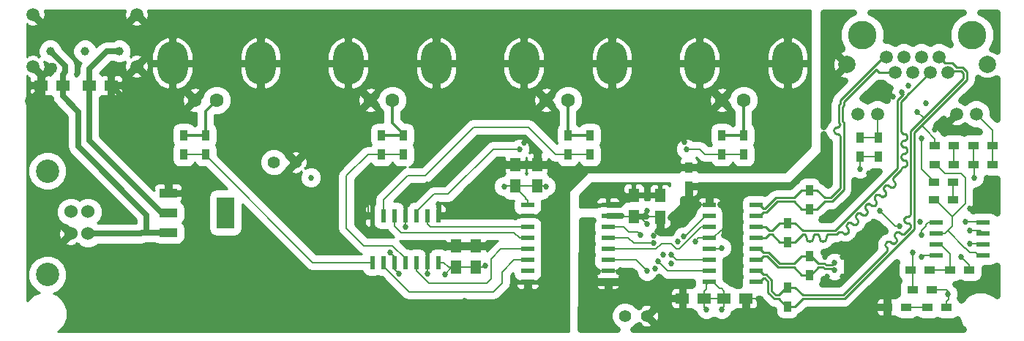
<source format=gtl>
G04 #@! TF.FileFunction,Copper,L1,Top,Signal*
%FSLAX46Y46*%
G04 Gerber Fmt 4.6, Leading zero omitted, Abs format (unit mm)*
G04 Created by KiCad (PCBNEW 4.0.4+e1-6308~48~ubuntu14.04.1-stable) date Mon Jan  9 14:38:12 2017*
%MOMM*%
%LPD*%
G01*
G04 APERTURE LIST*
%ADD10C,0.100000*%
%ADD11R,2.032000X3.657600*%
%ADD12R,2.032000X1.016000*%
%ADD13O,3.500120X5.001260*%
%ADD14C,1.600200*%
%ADD15R,1.500000X0.600000*%
%ADD16R,1.500000X1.250000*%
%ADD17R,1.250000X1.500000*%
%ADD18R,0.900000X1.200000*%
%ADD19R,0.600000X1.500000*%
%ADD20C,1.397000*%
%ADD21R,1.200000X0.900000*%
%ADD22R,1.550000X0.600000*%
%ADD23C,2.000000*%
%ADD24C,1.501140*%
%ADD25C,3.300000*%
%ADD26C,1.500000*%
%ADD27C,1.000000*%
%ADD28C,1.524000*%
%ADD29C,2.700020*%
%ADD30C,0.685800*%
%ADD31C,1.270000*%
%ADD32C,0.635000*%
%ADD33C,0.203200*%
%ADD34C,0.348364*%
%ADD35C,0.233341*%
%ADD36C,0.254000*%
%ADD37C,0.752000*%
G04 APERTURE END LIST*
D10*
D11*
X108966000Y-80264000D03*
D12*
X102362000Y-80264000D03*
X102362000Y-82550000D03*
X102362000Y-77978000D03*
D13*
X143492220Y-62966600D03*
X153690320Y-62966600D03*
D14*
X148590000Y-67231260D03*
X146090640Y-67231260D03*
D15*
X143940000Y-79375000D03*
X143940000Y-80645000D03*
X143940000Y-81915000D03*
X143940000Y-83185000D03*
X143940000Y-84455000D03*
X143940000Y-85725000D03*
X143940000Y-86995000D03*
X143940000Y-88265000D03*
X153240000Y-88265000D03*
X153240000Y-86995000D03*
X153240000Y-85725000D03*
X153240000Y-84455000D03*
X153240000Y-83185000D03*
X153240000Y-81915000D03*
X153240000Y-80645000D03*
X153240000Y-79375000D03*
D16*
X93238000Y-65532000D03*
X95738000Y-65532000D03*
X90150000Y-65532000D03*
X87650000Y-65532000D03*
D17*
X135636000Y-86594000D03*
X135636000Y-84094000D03*
X137922000Y-86594000D03*
X137922000Y-84094000D03*
X142494000Y-77196000D03*
X142494000Y-74696000D03*
X145034000Y-77196000D03*
X145034000Y-74696000D03*
D16*
X164338000Y-90170000D03*
X161838000Y-90170000D03*
X166664000Y-90170000D03*
X169164000Y-90170000D03*
D17*
X156210000Y-78232000D03*
X156210000Y-80732000D03*
X159258000Y-78272000D03*
X159258000Y-80772000D03*
D13*
X163812220Y-62966600D03*
X174010320Y-62966600D03*
D14*
X168910000Y-67231260D03*
X166410640Y-67231260D03*
D13*
X123172220Y-62966600D03*
X133370320Y-62966600D03*
D14*
X128270000Y-67231260D03*
X125770640Y-67231260D03*
D13*
X102852220Y-62966600D03*
X113050320Y-62966600D03*
D14*
X107950000Y-67231260D03*
X105450640Y-67231260D03*
D18*
X168910000Y-71290000D03*
X168910000Y-73490000D03*
X166370000Y-71290000D03*
X166370000Y-73490000D03*
X151130000Y-71290000D03*
X151130000Y-73490000D03*
X148590000Y-71290000D03*
X148590000Y-73490000D03*
X129540000Y-71290000D03*
X129540000Y-73490000D03*
X127000000Y-71290000D03*
X127000000Y-73490000D03*
X106680000Y-71290000D03*
X106680000Y-73490000D03*
X104140000Y-71290000D03*
X104140000Y-73490000D03*
X173990000Y-91100000D03*
X173990000Y-88900000D03*
X176530000Y-87460000D03*
X176530000Y-85260000D03*
X173990000Y-83650000D03*
X173990000Y-81450000D03*
X176530000Y-79840000D03*
X176530000Y-77640000D03*
D19*
X133604000Y-80612000D03*
X132334000Y-80612000D03*
X131064000Y-80612000D03*
X129794000Y-80612000D03*
X128524000Y-80612000D03*
X127254000Y-80612000D03*
X125984000Y-80612000D03*
X125984000Y-86012000D03*
X127254000Y-86012000D03*
X128524000Y-86012000D03*
X129794000Y-86012000D03*
X131064000Y-86012000D03*
X132334000Y-86012000D03*
X133604000Y-86012000D03*
D15*
X170340000Y-88265000D03*
X170340000Y-86995000D03*
X170340000Y-85725000D03*
X170340000Y-84455000D03*
X170340000Y-83185000D03*
X170340000Y-81915000D03*
X170340000Y-80645000D03*
X170340000Y-79375000D03*
X164940000Y-79375000D03*
X164940000Y-80645000D03*
X164940000Y-81915000D03*
X164940000Y-83185000D03*
X164940000Y-84455000D03*
X164940000Y-85725000D03*
X164940000Y-86995000D03*
X164940000Y-88265000D03*
D20*
X114554000Y-74422000D03*
X117094000Y-74422000D03*
X155194000Y-92202000D03*
X157734000Y-92202000D03*
D21*
X195496000Y-74676000D03*
X197696000Y-74676000D03*
X195496000Y-72517000D03*
X197696000Y-72517000D03*
X188257000Y-86868000D03*
X190457000Y-86868000D03*
D18*
X182372000Y-71544000D03*
X182372000Y-73744000D03*
X184531000Y-71544000D03*
X184531000Y-73744000D03*
D21*
X195029000Y-86868000D03*
X192829000Y-86868000D03*
X193124000Y-76708000D03*
X190924000Y-76708000D03*
X190924000Y-78740000D03*
X193124000Y-78740000D03*
X193251000Y-72517000D03*
X191051000Y-72517000D03*
X191051000Y-74676000D03*
X193251000Y-74676000D03*
D22*
X191229000Y-81407000D03*
X191229000Y-82677000D03*
X191229000Y-83947000D03*
X191229000Y-85217000D03*
X196629000Y-85217000D03*
X196629000Y-83947000D03*
X196629000Y-82677000D03*
X196629000Y-81407000D03*
D23*
X197104000Y-63119000D03*
D24*
X182118000Y-68834000D03*
X184404000Y-68834000D03*
X193548000Y-68834000D03*
X195834000Y-68834000D03*
X192532000Y-64008000D03*
X190500000Y-64008000D03*
X188468000Y-64008000D03*
X186436000Y-64008000D03*
X189484000Y-62230000D03*
X187452000Y-62230000D03*
X191516000Y-62230000D03*
X185420000Y-62230000D03*
D25*
X182626000Y-59690000D03*
X195326000Y-59690000D03*
D23*
X180848000Y-63119000D03*
D26*
X98710000Y-57325000D03*
X86710000Y-63325000D03*
X98710000Y-63325000D03*
X86710000Y-57325000D03*
D27*
X88710000Y-61575000D03*
X92710000Y-61575000D03*
X96710000Y-61575000D03*
D21*
X188468000Y-89154000D03*
X190668000Y-89154000D03*
X192362000Y-91186000D03*
X190162000Y-91186000D03*
X187706000Y-91186000D03*
X185506000Y-91186000D03*
D18*
X162560000Y-77216000D03*
X162560000Y-75016000D03*
D28*
X93091000Y-80167480D03*
X93091000Y-82707480D03*
X91092020Y-82707480D03*
X91092020Y-80167480D03*
D29*
X88392000Y-75438000D03*
X88392000Y-87436960D03*
D30*
X118872000Y-76200000D03*
X132334000Y-76962000D03*
X143510000Y-72136000D03*
D31*
X104648000Y-77978000D03*
X88900000Y-63500000D03*
X95885000Y-63754000D03*
X97155000Y-67310000D03*
X86360000Y-67310000D03*
D30*
X136652000Y-90424000D03*
X162024873Y-72054619D03*
X143764000Y-74676000D03*
X146558000Y-74676000D03*
X142494000Y-80772000D03*
X145542000Y-80772000D03*
X143764000Y-89408000D03*
X145542000Y-88138000D03*
X128016000Y-84836000D03*
X129058000Y-87350000D03*
X132362400Y-87347600D03*
X132588000Y-84582000D03*
X139192000Y-84074000D03*
X134366000Y-84074000D03*
X134620000Y-80518000D03*
X133604000Y-79248000D03*
X129794000Y-81902290D03*
X130048000Y-79248000D03*
X125222000Y-79248000D03*
X124714000Y-80772000D03*
X125984000Y-78994000D03*
X146050000Y-77216000D03*
X141224000Y-77216000D03*
X134366000Y-87376000D03*
X139052290Y-86360000D03*
X195580000Y-76200000D03*
X182372000Y-75184000D03*
X194564000Y-81280000D03*
X188468000Y-84836000D03*
X164592000Y-91440000D03*
X166370000Y-91440000D03*
X166370000Y-84328000D03*
X154940000Y-78486000D03*
X154686000Y-77470000D03*
X153924000Y-77978000D03*
X152908000Y-77978000D03*
X198120000Y-57658000D03*
X189992000Y-67564000D03*
X183388000Y-75692000D03*
X183896000Y-81280000D03*
X179070000Y-80518000D03*
X183896000Y-66294000D03*
X197104000Y-88138000D03*
X185420000Y-87884000D03*
X177800000Y-91948000D03*
X197612000Y-66040000D03*
X197612000Y-78740000D03*
X183621818Y-84561818D03*
X192532000Y-58420022D03*
X188468000Y-58420000D03*
X179324000Y-57912000D03*
X191008000Y-70612000D03*
X197104000Y-76200000D03*
X195072000Y-79756000D03*
X189337485Y-81280000D03*
X189484000Y-85344000D03*
X159618147Y-85108858D03*
X158641415Y-86726912D03*
X160528000Y-86106000D03*
X161290000Y-83566000D03*
X158537001Y-82908566D03*
X178308000Y-85344000D03*
X178562000Y-87630000D03*
X180340000Y-87630000D03*
X180340000Y-85344000D03*
X187960000Y-65532000D03*
X186182000Y-66802000D03*
X151638000Y-88138000D03*
X154686000Y-86868000D03*
X151384000Y-86614000D03*
X154940000Y-88392000D03*
X163322000Y-83566000D03*
X166624000Y-82296000D03*
X161798000Y-88900000D03*
X161798000Y-91440000D03*
X169164000Y-91694000D03*
X170688000Y-90170000D03*
X163322000Y-79502000D03*
X164846000Y-78486000D03*
X157705836Y-80732000D03*
X157734000Y-81534000D03*
X157734000Y-80010000D03*
X154824849Y-80645000D03*
X157768361Y-87007710D03*
X161989900Y-82995900D03*
X158496000Y-83807290D03*
X160528000Y-85102710D03*
X156972000Y-82804000D03*
X159004000Y-85852000D03*
X179411925Y-86921311D03*
X187198000Y-66294000D03*
X179411925Y-86055441D03*
X188976000Y-68580000D03*
X189484000Y-71628000D03*
X162306000Y-72898000D03*
X143002000Y-72898000D03*
X189484000Y-82804000D03*
X186944000Y-81788000D03*
X184708000Y-80060000D03*
X195072000Y-82296000D03*
X194056000Y-85344000D03*
X192532000Y-89662000D03*
X195072000Y-83820000D03*
D32*
X102108000Y-80264000D02*
X101600000Y-80264000D01*
X101600000Y-80264000D02*
X93238000Y-71902000D01*
X93238000Y-71902000D02*
X93238000Y-66792000D01*
X93238000Y-66792000D02*
X93238000Y-65532000D01*
X93238000Y-65532000D02*
X93238000Y-63607000D01*
X93238000Y-63607000D02*
X95270000Y-61575000D01*
X95270000Y-61575000D02*
X96710000Y-61575000D01*
X102362000Y-77978000D02*
X104648000Y-77978000D01*
X87650000Y-65532000D02*
X87650000Y-66020000D01*
X87650000Y-66020000D02*
X86360000Y-67310000D01*
X87650000Y-65532000D02*
X87650000Y-64750000D01*
X87650000Y-64750000D02*
X88900000Y-63500000D01*
X97155000Y-67310000D02*
X97155000Y-66949000D01*
X97155000Y-66949000D02*
X95738000Y-65532000D01*
X95885000Y-63754000D02*
X95738000Y-63901000D01*
X95738000Y-63901000D02*
X95738000Y-65532000D01*
X86634000Y-67036000D02*
X86360000Y-67310000D01*
D33*
X145034000Y-74696000D02*
X143784000Y-74696000D01*
X143784000Y-74696000D02*
X143764000Y-74676000D01*
X142494000Y-74696000D02*
X143744000Y-74696000D01*
X143744000Y-74696000D02*
X143764000Y-74676000D01*
X145034000Y-74696000D02*
X146538000Y-74696000D01*
X146538000Y-74696000D02*
X146558000Y-74676000D01*
X143940000Y-80645000D02*
X142621000Y-80645000D01*
X142621000Y-80645000D02*
X142494000Y-80772000D01*
X143940000Y-80645000D02*
X145415000Y-80645000D01*
X145415000Y-80645000D02*
X145542000Y-80772000D01*
X143940000Y-88265000D02*
X143940000Y-89232000D01*
X143940000Y-89232000D02*
X143764000Y-89408000D01*
X143940000Y-88265000D02*
X145415000Y-88265000D01*
X145415000Y-88265000D02*
X145542000Y-88138000D01*
X128524000Y-86012000D02*
X128524000Y-85344000D01*
X128524000Y-85344000D02*
X128016000Y-84836000D01*
X128524000Y-86012000D02*
X128524000Y-86816000D01*
X128524000Y-86816000D02*
X129058000Y-87350000D01*
X132334000Y-86012000D02*
X132334000Y-87319200D01*
X132334000Y-87319200D02*
X132362400Y-87347600D01*
X132334000Y-86012000D02*
X132334000Y-84836000D01*
X132334000Y-84836000D02*
X132588000Y-84582000D01*
X137922000Y-84094000D02*
X139172000Y-84094000D01*
X139172000Y-84094000D02*
X139192000Y-84074000D01*
X135636000Y-84094000D02*
X136464200Y-84094000D01*
X136464200Y-84094000D02*
X137922000Y-84094000D01*
X135636000Y-84094000D02*
X134386000Y-84094000D01*
X134386000Y-84094000D02*
X134366000Y-84074000D01*
X133604000Y-80612000D02*
X134526000Y-80612000D01*
X134526000Y-80612000D02*
X134620000Y-80518000D01*
X133604000Y-80612000D02*
X133604000Y-79248000D01*
X129794000Y-80612000D02*
X129794000Y-81902290D01*
X129794000Y-80612000D02*
X129794000Y-79502000D01*
X129794000Y-79502000D02*
X130048000Y-79248000D01*
X125476000Y-80607200D02*
X125476000Y-79502000D01*
X125476000Y-79502000D02*
X125222000Y-79248000D01*
X125984000Y-80612000D02*
X125480800Y-80612000D01*
X125480800Y-80612000D02*
X125476000Y-80607200D01*
X125984000Y-80612000D02*
X124874000Y-80612000D01*
X124874000Y-80612000D02*
X124714000Y-80772000D01*
X125984000Y-80612000D02*
X125984000Y-78994000D01*
D32*
X102108000Y-82550000D02*
X99822000Y-82550000D01*
X99822000Y-82550000D02*
X99314000Y-82550000D01*
X91938000Y-72634000D02*
X99822000Y-80518000D01*
X99822000Y-80518000D02*
X99822000Y-82550000D01*
X91938000Y-68580000D02*
X91938000Y-72634000D01*
X90150000Y-65532000D02*
X90150000Y-66792000D01*
X90150000Y-66792000D02*
X91938000Y-68580000D01*
X99314000Y-82550000D02*
X99156520Y-82707480D01*
X93091000Y-82707480D02*
X99156520Y-82707480D01*
X90150000Y-65532000D02*
X90150000Y-64272000D01*
X90150000Y-64272000D02*
X90424000Y-63998000D01*
X90424000Y-63998000D02*
X90424000Y-63289000D01*
X90424000Y-63289000D02*
X88710000Y-61575000D01*
D33*
X145034000Y-77196000D02*
X146030000Y-77196000D01*
X146030000Y-77196000D02*
X146050000Y-77216000D01*
X142494000Y-77196000D02*
X141244000Y-77196000D01*
X141244000Y-77196000D02*
X141224000Y-77216000D01*
X143719800Y-78695800D02*
X143719800Y-78546800D01*
X143719800Y-78546800D02*
X142494000Y-77321000D01*
X142494000Y-77321000D02*
X142494000Y-77196000D01*
X143764000Y-78695800D02*
X143719800Y-78695800D01*
X143940000Y-79375000D02*
X143940000Y-78871800D01*
X143940000Y-78871800D02*
X143764000Y-78695800D01*
X145034000Y-77196000D02*
X144205800Y-77196000D01*
X144205800Y-77196000D02*
X142494000Y-77196000D01*
X135636000Y-86594000D02*
X134807800Y-86594000D01*
X134807800Y-86594000D02*
X134225800Y-86012000D01*
X134225800Y-86012000D02*
X133604000Y-86012000D01*
X137922000Y-86594000D02*
X137093800Y-86594000D01*
X137093800Y-86594000D02*
X135636000Y-86594000D01*
X135636000Y-86594000D02*
X135148000Y-86594000D01*
X135148000Y-86594000D02*
X134366000Y-87376000D01*
X137922000Y-86594000D02*
X138818290Y-86594000D01*
X138818290Y-86594000D02*
X139052290Y-86360000D01*
X188468000Y-89154000D02*
X188468000Y-87079000D01*
X188468000Y-87079000D02*
X188257000Y-86868000D01*
X195580000Y-76200000D02*
X195580000Y-74760000D01*
X195580000Y-74760000D02*
X195496000Y-74676000D01*
X197104000Y-81407000D02*
X196629000Y-81407000D01*
X195496000Y-74676000D02*
X195496000Y-72517000D01*
X182372000Y-75184000D02*
X182372000Y-73744000D01*
X194564000Y-81280000D02*
X196502000Y-81280000D01*
X196502000Y-81280000D02*
X196629000Y-81407000D01*
X188468000Y-84836000D02*
X188468000Y-86657000D01*
X188468000Y-86657000D02*
X188257000Y-86868000D01*
X182372000Y-73744000D02*
X183025200Y-73744000D01*
X183025200Y-73744000D02*
X184531000Y-73744000D01*
X166370000Y-89047800D02*
X166172800Y-89047800D01*
X166172800Y-89047800D02*
X165390000Y-88265000D01*
X165390000Y-88265000D02*
X164940000Y-88265000D01*
X166664000Y-90170000D02*
X166664000Y-89341800D01*
X166664000Y-89341800D02*
X166370000Y-89047800D01*
X166664000Y-90170000D02*
X164338000Y-90170000D01*
X164338000Y-90170000D02*
X164338000Y-89341800D01*
X164338000Y-89341800D02*
X164525800Y-89154000D01*
X164525800Y-89154000D02*
X164554200Y-89154000D01*
X164554200Y-89154000D02*
X164592000Y-89116200D01*
X164592000Y-89116200D02*
X164592000Y-88613000D01*
X164592000Y-88613000D02*
X164940000Y-88265000D01*
X164338000Y-90170000D02*
X164338000Y-91186000D01*
X164338000Y-91186000D02*
X164592000Y-91440000D01*
X166664000Y-90170000D02*
X166664000Y-91146000D01*
X166664000Y-91146000D02*
X166370000Y-91440000D01*
X164940000Y-84455000D02*
X166243000Y-84455000D01*
X166243000Y-84455000D02*
X166370000Y-84328000D01*
X156210000Y-78232000D02*
X155194000Y-78232000D01*
X155194000Y-78232000D02*
X154940000Y-78486000D01*
X156210000Y-78232000D02*
X155448000Y-78232000D01*
X155448000Y-78232000D02*
X154686000Y-77470000D01*
X153240000Y-79375000D02*
X153240000Y-78662000D01*
X153240000Y-78662000D02*
X153924000Y-77978000D01*
X153240000Y-79375000D02*
X153240000Y-78310000D01*
X153240000Y-78310000D02*
X152908000Y-77978000D01*
D32*
X159258000Y-78232000D02*
X156210000Y-78232000D01*
X155194000Y-78806000D02*
X155636000Y-78806000D01*
X155636000Y-78806000D02*
X156210000Y-78232000D01*
X153240000Y-79375000D02*
X154625000Y-79375000D01*
X154625000Y-79375000D02*
X155194000Y-78806000D01*
D33*
X185844000Y-89408000D02*
X185844000Y-88308000D01*
X185844000Y-88308000D02*
X185420000Y-87884000D01*
X191229000Y-85217000D02*
X189611000Y-85217000D01*
X189611000Y-85217000D02*
X189484000Y-85344000D01*
X153240000Y-88265000D02*
X151765000Y-88265000D01*
X151765000Y-88265000D02*
X151638000Y-88138000D01*
X153240000Y-86995000D02*
X154559000Y-86995000D01*
X154559000Y-86995000D02*
X154686000Y-86868000D01*
X153240000Y-86995000D02*
X151765000Y-86995000D01*
X151765000Y-86995000D02*
X151384000Y-86614000D01*
X153240000Y-88265000D02*
X154813000Y-88265000D01*
X154813000Y-88265000D02*
X154940000Y-88392000D01*
X164940000Y-83185000D02*
X163703000Y-83185000D01*
X163703000Y-83185000D02*
X163322000Y-83566000D01*
X164940000Y-83185000D02*
X165390000Y-83185000D01*
X165390000Y-83185000D02*
X166279000Y-82296000D01*
X166279000Y-82296000D02*
X166624000Y-82296000D01*
X161838000Y-90170000D02*
X161838000Y-88940000D01*
X161838000Y-88940000D02*
X161798000Y-88900000D01*
X161838000Y-90170000D02*
X161838000Y-91400000D01*
X161838000Y-91400000D02*
X161798000Y-91440000D01*
X169164000Y-90170000D02*
X169164000Y-91694000D01*
X169164000Y-90170000D02*
X170688000Y-90170000D01*
X164940000Y-79375000D02*
X163449000Y-79375000D01*
X163449000Y-79375000D02*
X163322000Y-79502000D01*
X164940000Y-79375000D02*
X164940000Y-78580000D01*
X164940000Y-78580000D02*
X164846000Y-78486000D01*
D32*
X156210000Y-80732000D02*
X157705836Y-80732000D01*
D33*
X159258000Y-80732000D02*
X157705836Y-80732000D01*
X156210000Y-80732000D02*
X156932000Y-80732000D01*
X156932000Y-80732000D02*
X157734000Y-81534000D01*
X156210000Y-80732000D02*
X157012000Y-80732000D01*
X157012000Y-80732000D02*
X157734000Y-80010000D01*
D32*
X153240000Y-80645000D02*
X154824849Y-80645000D01*
D33*
X156210000Y-80732000D02*
X154911849Y-80732000D01*
X154911849Y-80732000D02*
X154824849Y-80645000D01*
D34*
X168910000Y-71290000D02*
X166370000Y-71290000D01*
X168910000Y-67231260D02*
X168910000Y-68362772D01*
X168910000Y-68362772D02*
X168910000Y-71290000D01*
X148590000Y-67231260D02*
X148590000Y-71290000D01*
X151130000Y-71290000D02*
X148590000Y-71290000D01*
X128270000Y-67231260D02*
X128270000Y-69870000D01*
X128270000Y-69870000D02*
X129540000Y-71140000D01*
X129540000Y-71140000D02*
X129540000Y-71290000D01*
X127000000Y-71290000D02*
X129540000Y-71290000D01*
X106680000Y-71290000D02*
X104140000Y-71290000D01*
X106680000Y-71290000D02*
X106680000Y-68501260D01*
X106680000Y-68501260D02*
X107950000Y-67231260D01*
D33*
X132683800Y-81915000D02*
X132334000Y-81565200D01*
X143940000Y-81915000D02*
X132683800Y-81915000D01*
X132334000Y-81565200D02*
X132334000Y-80612000D01*
X142351800Y-82550000D02*
X129286000Y-82550000D01*
X129286000Y-82550000D02*
X128524000Y-81788000D01*
X128524000Y-81788000D02*
X128524000Y-80612000D01*
X143940000Y-83185000D02*
X142986800Y-83185000D01*
X142986800Y-83185000D02*
X142351800Y-82550000D01*
X139700000Y-85598000D02*
X140843000Y-84455000D01*
X131064000Y-86012000D02*
X131064000Y-86965200D01*
X131064000Y-86965200D02*
X132490800Y-88392000D01*
X139192000Y-88392000D02*
X139700000Y-87884000D01*
X139700000Y-87884000D02*
X139700000Y-85598000D01*
X140843000Y-84455000D02*
X143940000Y-84455000D01*
X132490800Y-88392000D02*
X139192000Y-88392000D01*
X140970000Y-87122000D02*
X142367000Y-85725000D01*
X142367000Y-85725000D02*
X143940000Y-85725000D01*
X140970000Y-88392000D02*
X140970000Y-87122000D01*
X139954000Y-89408000D02*
X140970000Y-88392000D01*
X130200000Y-89408000D02*
X139954000Y-89408000D01*
X127254000Y-86012000D02*
X127254000Y-86462000D01*
X127254000Y-86462000D02*
X130200000Y-89408000D01*
X157768361Y-87007710D02*
X156485651Y-85725000D01*
X156485651Y-85725000D02*
X153240000Y-85725000D01*
X164940000Y-80645000D02*
X164490000Y-80645000D01*
X164490000Y-80645000D02*
X162139100Y-82995900D01*
X162139100Y-82995900D02*
X161989900Y-82995900D01*
X160528000Y-83820000D02*
X159441888Y-83820000D01*
X159441888Y-83820000D02*
X158806888Y-84455000D01*
X158806888Y-84455000D02*
X154193200Y-84455000D01*
X154193200Y-84455000D02*
X153240000Y-84455000D01*
X161163000Y-84455000D02*
X160528000Y-83820000D01*
X161446800Y-84455000D02*
X161163000Y-84455000D01*
X164940000Y-81915000D02*
X163986800Y-81915000D01*
X163986800Y-81915000D02*
X161446800Y-84455000D01*
X156197290Y-83807290D02*
X155575000Y-83185000D01*
X155575000Y-83185000D02*
X153240000Y-83185000D01*
X158496000Y-83807290D02*
X156197290Y-83807290D01*
X164940000Y-85725000D02*
X161150290Y-85725000D01*
X161150290Y-85725000D02*
X160528000Y-85102710D01*
X164940000Y-86995000D02*
X160147000Y-86995000D01*
X160147000Y-86995000D02*
X159004000Y-85852000D01*
X155613101Y-82461101D02*
X155067000Y-81915000D01*
X155067000Y-81915000D02*
X153240000Y-81915000D01*
X156972000Y-82804000D02*
X156629101Y-82461101D01*
X156629101Y-82461101D02*
X155613101Y-82461101D01*
X191051000Y-72517000D02*
X191051000Y-71709324D01*
X191051000Y-71709324D02*
X189992000Y-70650324D01*
X189992000Y-70650324D02*
X189484000Y-70142324D01*
D35*
X188674705Y-70951619D02*
X189484000Y-70142324D01*
X189484000Y-70142324D02*
X194770705Y-64855619D01*
X192223558Y-62937558D02*
X191516000Y-62230000D01*
X194770705Y-63922381D02*
X194268620Y-63420296D01*
X180595618Y-90206706D02*
X188674705Y-82127619D01*
X175783294Y-90206706D02*
X180595618Y-90206706D01*
X188674705Y-82127619D02*
X188674705Y-70951619D01*
X173990000Y-91100000D02*
X174890000Y-91100000D01*
X174890000Y-91100000D02*
X175783294Y-90206706D01*
X194770705Y-64855619D02*
X194770705Y-63922381D01*
X194268620Y-63420296D02*
X193528551Y-63420296D01*
X193528551Y-63420296D02*
X193045813Y-62937558D01*
X193045813Y-62937558D02*
X192223558Y-62937558D01*
X171751295Y-89493619D02*
X172464382Y-90206706D01*
X172464382Y-90206706D02*
X172946706Y-90206706D01*
X172946706Y-90206706D02*
X173840000Y-91100000D01*
X173840000Y-91100000D02*
X173990000Y-91100000D01*
X171751295Y-88223619D02*
X171751295Y-89493619D01*
X171364382Y-87836706D02*
X171751295Y-88223619D01*
X171218294Y-87836706D02*
X171364382Y-87836706D01*
X170340000Y-88265000D02*
X170790000Y-88265000D01*
X170790000Y-88265000D02*
X171218294Y-87836706D01*
X178137595Y-86566706D02*
X178265969Y-86695080D01*
X178265969Y-86695080D02*
X179185694Y-86695080D01*
X179185694Y-86695080D02*
X179411925Y-86921311D01*
X176530000Y-87460000D02*
X176680000Y-87460000D01*
X176680000Y-87460000D02*
X177573294Y-86566706D01*
X177573294Y-86566706D02*
X178137595Y-86566706D01*
X171618382Y-85296706D02*
X172888382Y-86566706D01*
X172888382Y-86566706D02*
X174736706Y-86566706D01*
X174736706Y-86566706D02*
X175630000Y-87460000D01*
X175630000Y-87460000D02*
X176530000Y-87460000D01*
X170340000Y-85725000D02*
X170790000Y-85725000D01*
X170790000Y-85725000D02*
X171218294Y-85296706D01*
X171218294Y-85296706D02*
X171618382Y-85296706D01*
X187198000Y-66294000D02*
X187390332Y-66486332D01*
X187390332Y-66486332D02*
X187390332Y-66590646D01*
X173990000Y-81450000D02*
X174890000Y-81450000D01*
X174890000Y-81450000D02*
X175783294Y-82343294D01*
X175783294Y-82343294D02*
X179492382Y-82343294D01*
X179492382Y-82343294D02*
X186737295Y-75098381D01*
X186737295Y-75098381D02*
X186737295Y-67243683D01*
X186737295Y-67243683D02*
X187390332Y-66590646D01*
X170340000Y-81915000D02*
X171465000Y-81915000D01*
X171465000Y-81915000D02*
X171893294Y-82343294D01*
X171893294Y-82343294D02*
X172196706Y-82343294D01*
X172196706Y-82343294D02*
X173090000Y-81450000D01*
X173090000Y-81450000D02*
X173990000Y-81450000D01*
X173990000Y-83650000D02*
X174890000Y-83650000D01*
X181882092Y-81622523D02*
X181958960Y-81585505D01*
X182964086Y-79573788D02*
X182983070Y-79490610D01*
X187183109Y-72079643D02*
X187222094Y-72017600D01*
X181057229Y-82297874D02*
X181038244Y-82214696D01*
X182134859Y-81305561D02*
X182134859Y-81220244D01*
X187805146Y-72983619D02*
X187796941Y-72910805D01*
X176379984Y-83523416D02*
X176460513Y-83551594D01*
X176020843Y-82839828D02*
X176081171Y-82900156D01*
X175948603Y-82794436D02*
X176020843Y-82839828D01*
X179840393Y-82579931D02*
X179907096Y-82526736D01*
X176964024Y-82972396D02*
X177009416Y-82900156D01*
X177771416Y-83417696D02*
X177831744Y-83478024D01*
X182078857Y-81060199D02*
X182025663Y-80993495D01*
X185455292Y-77082584D02*
X185540609Y-77082584D01*
X185031804Y-78408617D02*
X185114982Y-78389633D01*
X176173846Y-83264927D02*
X176202024Y-83345456D01*
X177688294Y-83180147D02*
X177697846Y-83264927D01*
X174890000Y-83650000D02*
X175783294Y-82756706D01*
X181713597Y-81641507D02*
X181798914Y-81641507D01*
X177222513Y-82766258D02*
X177307294Y-82756706D01*
X187335949Y-71099994D02*
X187273906Y-71061009D01*
X176710603Y-83523416D02*
X176782843Y-83478024D01*
X187158909Y-73925992D02*
X187150705Y-73853179D01*
X175783294Y-82756706D02*
X175868074Y-82766258D01*
X181630419Y-81622523D02*
X181713597Y-81641507D01*
X176843171Y-83417696D02*
X176888563Y-83345456D01*
X187796941Y-71639992D02*
X187805146Y-71567179D01*
X176460513Y-83551594D02*
X176545294Y-83561147D01*
X176164294Y-83137706D02*
X176164294Y-83180147D01*
X183020088Y-79413742D02*
X183073283Y-79347040D01*
X184060700Y-78664653D02*
X184041716Y-78581475D01*
X176154741Y-83052925D02*
X176164294Y-83137706D01*
X180918022Y-82041114D02*
X180864828Y-81974411D01*
X187273906Y-71965788D02*
X187335949Y-71926803D01*
X177605171Y-82900156D02*
X177650563Y-82972396D01*
X175868074Y-82766258D02*
X175948603Y-82794436D01*
X177726024Y-83345456D02*
X177771416Y-83417696D01*
X185797368Y-77221791D02*
X185864071Y-77274985D01*
X184150912Y-78808224D02*
X184097718Y-78741521D01*
X177141984Y-82794436D02*
X177222513Y-82766258D01*
X177903984Y-83523416D02*
X177984513Y-83551594D01*
X181995653Y-80424670D02*
X181995653Y-80424671D01*
X187183109Y-72471154D02*
X187158909Y-72401992D01*
X183212489Y-80142614D02*
X183193504Y-80059436D01*
X176164294Y-83180147D02*
X176173846Y-83264927D01*
X177984513Y-83551594D02*
X178069294Y-83561147D01*
X183139986Y-79293846D02*
X183216854Y-79256829D01*
X187619901Y-73385994D02*
X187681944Y-73347009D01*
X176081171Y-82900156D02*
X176126563Y-82972396D01*
X181486848Y-81532311D02*
X181553551Y-81585505D01*
X185767358Y-77191781D02*
X185797368Y-77221791D01*
X178306843Y-83478024D02*
X178367171Y-83417696D01*
X181905440Y-80568240D02*
X181942458Y-80491372D01*
X180881330Y-82663135D02*
X180948033Y-82609941D01*
X176126563Y-82972396D02*
X176154741Y-83052925D01*
X176202024Y-83345456D02*
X176247416Y-83417696D01*
X184294484Y-78179199D02*
X184377662Y-78160214D01*
X186215960Y-76509393D02*
X186196976Y-76426215D01*
X180552789Y-82700153D02*
X180635967Y-82719137D01*
X176247416Y-83417696D02*
X176307744Y-83478024D01*
X182222402Y-80315474D02*
X182307719Y-80315474D01*
X177688294Y-83137706D02*
X177688294Y-83180147D01*
X187222094Y-73541600D02*
X187273906Y-73489788D01*
X176888563Y-83345456D02*
X176916741Y-83264927D01*
X177069744Y-82839828D02*
X177141984Y-82794436D01*
X176307744Y-83478024D02*
X176379984Y-83523416D01*
X176545294Y-83561147D02*
X176630074Y-83551594D01*
X176630074Y-83551594D02*
X176710603Y-83523416D01*
X181958960Y-81585505D02*
X182025663Y-81532311D01*
X176782843Y-83478024D02*
X176843171Y-83417696D01*
X177831744Y-83478024D02*
X177903984Y-83523416D01*
X187772741Y-73233154D02*
X187796941Y-73163992D01*
X182467764Y-80371476D02*
X182534468Y-80424671D01*
X176916741Y-83264927D02*
X176926294Y-83180147D01*
X180808826Y-81729048D02*
X180827810Y-81645870D01*
X176926294Y-83180147D02*
X176926294Y-83137706D01*
X182115874Y-81388739D02*
X182134859Y-81305561D01*
X176926294Y-83137706D02*
X176935846Y-83052925D01*
X178069294Y-83561147D02*
X178154074Y-83551594D01*
X176935846Y-83052925D02*
X176964024Y-82972396D01*
X181001227Y-82543237D02*
X181038244Y-82466369D01*
X187619901Y-74909994D02*
X187681944Y-74871009D01*
X178533416Y-82900156D02*
X178593744Y-82839828D01*
X177650563Y-82972396D02*
X177678741Y-83052925D01*
X177009416Y-82900156D02*
X177069744Y-82839828D01*
X181942458Y-80896781D02*
X181905440Y-80819913D01*
X186336183Y-77221791D02*
X186389377Y-77155087D01*
X177307294Y-82756706D02*
X177392074Y-82766258D01*
X185540609Y-77082584D02*
X185623787Y-77101569D01*
X181144772Y-81393104D02*
X181230089Y-81393104D01*
X177392074Y-82766258D02*
X177472603Y-82794436D01*
X177472603Y-82794436D02*
X177544843Y-82839828D01*
X178412563Y-83345456D02*
X178440741Y-83264927D01*
X185191850Y-78352615D02*
X185258553Y-78299421D01*
X180635967Y-82719137D02*
X180721284Y-82719137D01*
X177544843Y-82839828D02*
X177605171Y-82900156D01*
X185367749Y-77987354D02*
X185348764Y-77904176D01*
X177678741Y-83052925D02*
X177688294Y-83137706D01*
X180984726Y-81449106D02*
X181061594Y-81412089D01*
X177697846Y-83264927D02*
X177726024Y-83345456D01*
X181905440Y-80819913D02*
X181886456Y-80736735D01*
X187405111Y-74950603D02*
X187550739Y-74934194D01*
X187550739Y-74188603D02*
X187405111Y-74172194D01*
X178154074Y-83551594D02*
X178234603Y-83523416D01*
X181230089Y-81393104D02*
X181313267Y-81412089D01*
X186426394Y-77078219D02*
X186445379Y-76995041D01*
X178831294Y-82756706D02*
X179663618Y-82756706D01*
X187796941Y-74434805D02*
X187772741Y-74365643D01*
X178234603Y-83523416D02*
X178306843Y-83478024D01*
X185311747Y-77827309D02*
X185258553Y-77760605D01*
X185258553Y-77760605D02*
X185228542Y-77730594D01*
X178450294Y-83180147D02*
X178450294Y-83137706D01*
X187183109Y-70947154D02*
X187158909Y-70877992D01*
X178367171Y-83417696D02*
X178412563Y-83345456D01*
X183708811Y-79430245D02*
X183785679Y-79467263D01*
X178440741Y-83264927D02*
X178450294Y-83180147D01*
X178450294Y-83137706D02*
X178459846Y-83052925D01*
X184114220Y-79430245D02*
X184180923Y-79377051D01*
X178459846Y-83052925D02*
X178488024Y-82972396D01*
X185119346Y-77503845D02*
X185119346Y-77418528D01*
X178488024Y-82972396D02*
X178533416Y-82900156D01*
X183385349Y-79237844D02*
X183468527Y-79256829D01*
X181553551Y-81585505D02*
X181630419Y-81622523D01*
X185864071Y-77274985D02*
X185940939Y-77312003D01*
X187335949Y-72623994D02*
X187273906Y-72585009D01*
X185940939Y-77312003D02*
X186024117Y-77330987D01*
X178593744Y-82839828D02*
X178665984Y-82794436D01*
X181456838Y-81502301D02*
X181486848Y-81532311D01*
X185114982Y-78389633D02*
X185191850Y-78352615D01*
X178665984Y-82794436D02*
X178746513Y-82766258D01*
X181995652Y-80963484D02*
X181942458Y-80896781D01*
X187335949Y-74147994D02*
X187273906Y-74109009D01*
X185175348Y-77663891D02*
X185138330Y-77587023D01*
X183612098Y-79347041D02*
X183642108Y-79377051D01*
X183156487Y-80387977D02*
X183193504Y-80311109D01*
X178746513Y-82766258D02*
X178831294Y-82756706D01*
X184290119Y-79064984D02*
X184271134Y-78981806D01*
X179663618Y-82756706D02*
X179840393Y-82579931D01*
X179907096Y-82526736D02*
X179983964Y-82489719D01*
X180808826Y-81814365D02*
X180808826Y-81729048D01*
X187273906Y-73489788D02*
X187335949Y-73450803D01*
X184180923Y-78838235D02*
X184150912Y-78808224D01*
X179983964Y-82489719D02*
X180067142Y-82470734D01*
X182390897Y-80334459D02*
X182467764Y-80371476D01*
X180067142Y-82470734D02*
X180152459Y-82470734D01*
X186252978Y-76180852D02*
X186306173Y-76114150D01*
X181061594Y-81412089D02*
X181144772Y-81393104D01*
X180152459Y-82470734D02*
X180235637Y-82489719D01*
X180235637Y-82489719D02*
X180312504Y-82526736D01*
X184377662Y-78160214D02*
X184462979Y-78160214D01*
X180312504Y-82526736D02*
X180379208Y-82579931D01*
X182078857Y-81465607D02*
X182115874Y-81388739D01*
X187805146Y-74615179D02*
X187805146Y-74507619D01*
X182115874Y-81137066D02*
X182078857Y-81060199D01*
X186426394Y-76826546D02*
X186389377Y-76749679D01*
X186192612Y-77312003D02*
X186269480Y-77274985D01*
X180379208Y-82579931D02*
X180409218Y-82609941D01*
X181390134Y-81449106D02*
X181456838Y-81502301D01*
X180409218Y-82609941D02*
X180475921Y-82663135D01*
X180475921Y-82663135D02*
X180552789Y-82700153D01*
X180827810Y-81645870D02*
X180864828Y-81569002D01*
X183212489Y-80227931D02*
X183212489Y-80142614D01*
X180721284Y-82719137D02*
X180804462Y-82700153D01*
X182134859Y-81220244D02*
X182115874Y-81137066D01*
X180804462Y-82700153D02*
X180881330Y-82663135D01*
X181798914Y-81641507D02*
X181882092Y-81622523D01*
X180948033Y-82609941D02*
X181001227Y-82543237D01*
X181038244Y-82466369D02*
X181057229Y-82383191D01*
X185295246Y-77138586D02*
X185372114Y-77101569D01*
X181057229Y-82383191D02*
X181057229Y-82297874D01*
X187273906Y-71061009D02*
X187222094Y-71009197D01*
X180864828Y-81974411D02*
X180827810Y-81897543D01*
X181038244Y-82214696D02*
X181001227Y-82137829D01*
X184462979Y-78160214D02*
X184546157Y-78179199D01*
X182062356Y-80371476D02*
X182139224Y-80334459D01*
X187150705Y-73745619D02*
X187158909Y-73672805D01*
X181001227Y-82137829D02*
X180948033Y-82071125D01*
X187405111Y-74172194D02*
X187335949Y-74147994D01*
X180948033Y-82071125D02*
X180918022Y-82041114D01*
X184234117Y-79310347D02*
X184271134Y-79233479D01*
X185138330Y-77587023D02*
X185119346Y-77503845D01*
X180827810Y-81897543D02*
X180808826Y-81814365D01*
X182534468Y-80424671D02*
X182564478Y-80454681D01*
X180864828Y-81569002D02*
X180918023Y-81502300D01*
X183868857Y-79486247D02*
X183954174Y-79486247D01*
X180918023Y-81502300D02*
X180918023Y-81502301D01*
X184271134Y-78981806D02*
X184234117Y-78904939D01*
X186196976Y-76340898D02*
X186215960Y-76257720D01*
X180918023Y-81502301D02*
X180984726Y-81449106D01*
X181313267Y-81412089D02*
X181390134Y-81449106D01*
X182025663Y-81532311D02*
X182078857Y-81465607D01*
X187796941Y-72910805D02*
X187772741Y-72841643D01*
X182025663Y-80993495D02*
X181995652Y-80963484D01*
X187222094Y-75065600D02*
X187273906Y-75013788D01*
X181886456Y-80736735D02*
X181886456Y-80651418D01*
X186412238Y-76008086D02*
X187150705Y-75269619D01*
X181886456Y-80651418D02*
X181905440Y-80568240D01*
X183036590Y-80507875D02*
X183103293Y-80454681D01*
X181942458Y-80491372D02*
X181995653Y-80424670D01*
X181995653Y-80424671D02*
X182062356Y-80371476D01*
X182139224Y-80334459D02*
X182222402Y-80315474D01*
X182307719Y-80315474D02*
X182390897Y-80334459D01*
X182564478Y-80454681D02*
X182631181Y-80507875D01*
X187273906Y-72585009D02*
X187222094Y-72533197D01*
X184786441Y-78352615D02*
X184863309Y-78389633D01*
X182631181Y-80507875D02*
X182708049Y-80544893D01*
X182708049Y-80544893D02*
X182791227Y-80563877D01*
X182791227Y-80563877D02*
X182876544Y-80563877D01*
X182876544Y-80563877D02*
X182959722Y-80544893D01*
X184863309Y-78389633D02*
X184946487Y-78408617D01*
X182959722Y-80544893D02*
X183036590Y-80507875D01*
X183103293Y-80454681D02*
X183156487Y-80387977D01*
X183193504Y-80311109D02*
X183212489Y-80227931D01*
X185228543Y-77191780D02*
X185228543Y-77191781D01*
X183193504Y-80059436D02*
X183156487Y-79982569D01*
X186024117Y-77330987D02*
X186109434Y-77330987D01*
X183156487Y-79982569D02*
X183103293Y-79915865D01*
X186389377Y-77155087D02*
X186426394Y-77078219D01*
X183103293Y-79915865D02*
X183073282Y-79885854D01*
X183073282Y-79885854D02*
X183020088Y-79819151D01*
X183216854Y-79256829D02*
X183300032Y-79237844D01*
X183020088Y-79819151D02*
X182983070Y-79742283D01*
X182983070Y-79742283D02*
X182964086Y-79659105D01*
X182964086Y-79659105D02*
X182964086Y-79573788D01*
X186306172Y-76652964D02*
X186252978Y-76586261D01*
X182983070Y-79490610D02*
X183020088Y-79413742D01*
X183073283Y-79347040D02*
X183073283Y-79347041D01*
X183073283Y-79347041D02*
X183139986Y-79293846D01*
X183300032Y-79237844D02*
X183385349Y-79237844D01*
X183468527Y-79256829D02*
X183545394Y-79293846D01*
X187733756Y-74303600D02*
X187681944Y-74251788D01*
X183545394Y-79293846D02*
X183612098Y-79347041D01*
X187222094Y-74057197D02*
X187183109Y-73995154D01*
X184271134Y-79233479D02*
X184290119Y-79150301D01*
X183642108Y-79377051D02*
X183708811Y-79430245D01*
X187550739Y-71886194D02*
X187619901Y-71861994D01*
X183785679Y-79467263D02*
X183868857Y-79486247D01*
X183954174Y-79486247D02*
X184037352Y-79467263D01*
X184037352Y-79467263D02*
X184114220Y-79430245D01*
X184180923Y-79377051D02*
X184234117Y-79310347D01*
X184290119Y-79150301D02*
X184290119Y-79064984D01*
X187222094Y-72017600D02*
X187273906Y-71965788D01*
X184234117Y-78904939D02*
X184180923Y-78838235D01*
X187733756Y-71771197D02*
X187772741Y-71709154D01*
X184097718Y-78741521D02*
X184060700Y-78664653D01*
X187405111Y-71902603D02*
X187550739Y-71886194D01*
X184041716Y-78581475D02*
X184041716Y-78496158D01*
X184041716Y-78496158D02*
X184060700Y-78412980D01*
X184060700Y-78412980D02*
X184097718Y-78336112D01*
X184097718Y-78336112D02*
X184150913Y-78269410D01*
X185367749Y-78072671D02*
X185367749Y-77987354D01*
X187681944Y-71823009D02*
X187733756Y-71771197D01*
X184150913Y-78269410D02*
X184150913Y-78269411D01*
X185372114Y-77101569D02*
X185455292Y-77082584D01*
X184150913Y-78269411D02*
X184217616Y-78216216D01*
X184623024Y-78216216D02*
X184689728Y-78269411D01*
X184217616Y-78216216D02*
X184294484Y-78179199D01*
X184546157Y-78179199D02*
X184623024Y-78216216D01*
X185700654Y-77138586D02*
X185767358Y-77191781D01*
X184689728Y-78269411D02*
X184719738Y-78299421D01*
X184719738Y-78299421D02*
X184786441Y-78352615D01*
X184946487Y-78408617D02*
X185031804Y-78408617D01*
X186336183Y-76682975D02*
X186306172Y-76652964D01*
X185258553Y-78299421D02*
X185311747Y-78232717D01*
X187158909Y-75196805D02*
X187183109Y-75127643D01*
X185348764Y-78155849D02*
X185367749Y-78072671D01*
X185311747Y-78232717D02*
X185348764Y-78155849D01*
X185348764Y-77904176D02*
X185311747Y-77827309D01*
X187273906Y-75013788D02*
X187335949Y-74974803D01*
X187805146Y-71459619D02*
X187796941Y-71386805D01*
X185228542Y-77730594D02*
X185175348Y-77663891D01*
X185119346Y-77418528D02*
X185138330Y-77335350D01*
X187733756Y-71255600D02*
X187681944Y-71203788D01*
X185138330Y-77335350D02*
X185175348Y-77258482D01*
X187405111Y-72648194D02*
X187335949Y-72623994D01*
X185175348Y-77258482D02*
X185228543Y-77191780D01*
X187550739Y-73410194D02*
X187619901Y-73385994D01*
X185228543Y-77191781D02*
X185295246Y-77138586D01*
X185623787Y-77101569D02*
X185700654Y-77138586D01*
X187619901Y-71861994D02*
X187681944Y-71823009D01*
X186109434Y-77330987D02*
X186192612Y-77312003D01*
X186269480Y-77274985D02*
X186336183Y-77221791D01*
X186445379Y-76995041D02*
X186445379Y-76909724D01*
X186445379Y-76909724D02*
X186426394Y-76826546D01*
X186389377Y-76749679D02*
X186336183Y-76682975D01*
X186252978Y-76586261D02*
X186215960Y-76509393D01*
X187619901Y-74212803D02*
X187550739Y-74188603D01*
X186196976Y-76426215D02*
X186196976Y-76340898D01*
X187772741Y-72841643D02*
X187733756Y-72779600D01*
X186215960Y-76257720D02*
X186252978Y-76180852D01*
X186306173Y-76114150D02*
X186412238Y-76008086D01*
X187805146Y-74507619D02*
X187796941Y-74434805D01*
X187150705Y-75269619D02*
X187158909Y-75196805D01*
X187405111Y-73426603D02*
X187550739Y-73410194D01*
X187183109Y-75127643D02*
X187222094Y-75065600D01*
X187335949Y-74974803D02*
X187405111Y-74950603D01*
X187273906Y-74109009D02*
X187222094Y-74057197D01*
X187222094Y-71009197D02*
X187183109Y-70947154D01*
X187550739Y-74934194D02*
X187619901Y-74909994D01*
X187681944Y-74871009D02*
X187733756Y-74819197D01*
X187733756Y-74819197D02*
X187772741Y-74757154D01*
X187772741Y-74757154D02*
X187796941Y-74687992D01*
X187796941Y-74687992D02*
X187805146Y-74615179D01*
X187158909Y-72148805D02*
X187183109Y-72079643D01*
X187772741Y-74365643D02*
X187733756Y-74303600D01*
X187681944Y-74251788D02*
X187619901Y-74212803D01*
X187183109Y-73995154D02*
X187158909Y-73925992D01*
X187150705Y-73853179D02*
X187150705Y-73745619D01*
X187158909Y-73672805D02*
X187183109Y-73603643D01*
X187681944Y-72727788D02*
X187619901Y-72688803D01*
X187183109Y-73603643D02*
X187222094Y-73541600D01*
X187335949Y-73450803D02*
X187405111Y-73426603D01*
X187681944Y-73347009D02*
X187733756Y-73295197D01*
X187733756Y-73295197D02*
X187772741Y-73233154D01*
X187796941Y-73163992D02*
X187805146Y-73091179D01*
X187805146Y-71567179D02*
X187805146Y-71459619D01*
X187805146Y-73091179D02*
X187805146Y-72983619D01*
X187733756Y-72779600D02*
X187681944Y-72727788D01*
X187619901Y-72688803D02*
X187550739Y-72664603D01*
X187550739Y-72664603D02*
X187405111Y-72648194D01*
X187222094Y-72533197D02*
X187183109Y-72471154D01*
X187158909Y-72401992D02*
X187150705Y-72329179D01*
X187150705Y-72329179D02*
X187150705Y-72221619D01*
X187150705Y-72221619D02*
X187158909Y-72148805D01*
X187335949Y-71926803D02*
X187405111Y-71902603D01*
X187772741Y-71709154D02*
X187796941Y-71639992D01*
X187796941Y-71386805D02*
X187772741Y-71317643D01*
X187550739Y-71140603D02*
X187405111Y-71124194D01*
X187772741Y-71317643D02*
X187733756Y-71255600D01*
X187681944Y-71203788D02*
X187619901Y-71164803D01*
X187619901Y-71164803D02*
X187550739Y-71140603D01*
X187405111Y-71124194D02*
X187335949Y-71099994D01*
X187158909Y-70877992D02*
X187150705Y-70805179D01*
X187150705Y-70805179D02*
X187150705Y-67414921D01*
X187150705Y-67414921D02*
X187167165Y-67399722D01*
X187167165Y-67399722D02*
X187577933Y-67020419D01*
X187826880Y-66771472D02*
X187577933Y-67020419D01*
X187577933Y-67020419D02*
X187561570Y-67004056D01*
X190500000Y-64008000D02*
X187826880Y-66681120D01*
X187826880Y-66681120D02*
X187826880Y-66771472D01*
X170340000Y-83185000D02*
X171465000Y-83185000D01*
X171465000Y-83185000D02*
X171893294Y-82756706D01*
X171893294Y-82756706D02*
X172196706Y-82756706D01*
X173090000Y-83650000D02*
X173990000Y-83650000D01*
X172196706Y-82756706D02*
X173090000Y-83650000D01*
X178437213Y-86281672D02*
X179185694Y-86281672D01*
X176530000Y-85260000D02*
X176680000Y-85260000D01*
X176680000Y-85260000D02*
X177573294Y-86153294D01*
X177573294Y-86153294D02*
X178308835Y-86153294D01*
X178308835Y-86153294D02*
X178437213Y-86281672D01*
X179185694Y-86281672D02*
X179411925Y-86055441D01*
X173059618Y-86153294D02*
X174736706Y-86153294D01*
X171789618Y-84883294D02*
X173059618Y-86153294D01*
X174736706Y-86153294D02*
X175630000Y-85260000D01*
X175630000Y-85260000D02*
X176530000Y-85260000D01*
X170340000Y-84455000D02*
X170790000Y-84455000D01*
X170790000Y-84455000D02*
X171218294Y-84883294D01*
X171218294Y-84883294D02*
X171789618Y-84883294D01*
D33*
X190924000Y-76708000D02*
X190924000Y-76624000D01*
X190924000Y-76624000D02*
X189484000Y-75184000D01*
X189484000Y-75184000D02*
X189484000Y-71628000D01*
X188976000Y-70065676D02*
X189718838Y-69322838D01*
X189718838Y-69322838D02*
X188976000Y-68580000D01*
D35*
X188261295Y-70780381D02*
X188976000Y-70065676D01*
X188976000Y-70065676D02*
X194357295Y-64684381D01*
X185358553Y-84150402D02*
X185321535Y-84073534D01*
X185436752Y-84780924D02*
X185489947Y-84714221D01*
X173990000Y-88900000D02*
X174890000Y-88900000D01*
X180424382Y-89793294D02*
X185436752Y-84780924D01*
X185489947Y-84308813D02*
X185436751Y-84242110D01*
X187501664Y-80929071D02*
X187547056Y-80856831D01*
X185302550Y-83990357D02*
X185302551Y-83905039D01*
X186514380Y-83164481D02*
X186489376Y-83139477D01*
X174890000Y-88900000D02*
X175783294Y-89793294D01*
X187279946Y-82734863D02*
X187365264Y-82734862D01*
X185526964Y-84385680D02*
X185489947Y-84308813D01*
X186436182Y-82667365D02*
X186489376Y-82600661D01*
X175783294Y-89793294D02*
X180424382Y-89793294D01*
X186489376Y-83139477D02*
X186436182Y-83072773D01*
X186380179Y-82912728D02*
X186380180Y-82827410D01*
X185489947Y-84714221D02*
X185526963Y-84637354D01*
X185526963Y-84637354D02*
X185545949Y-84554175D01*
X187547056Y-80856831D02*
X187607384Y-80796503D01*
X186287635Y-83812491D02*
X186370812Y-83793507D01*
X187119901Y-82678860D02*
X187196769Y-82715878D01*
X185436751Y-84242110D02*
X185411747Y-84217106D01*
X185545949Y-84554175D02*
X185545948Y-84468859D01*
X188045605Y-81513111D02*
X187965076Y-81484933D01*
X185545948Y-84468859D02*
X185526964Y-84385680D01*
X185411747Y-84217106D02*
X185358553Y-84150402D01*
X185321535Y-84073534D02*
X185302550Y-83990357D01*
X186399164Y-82995905D02*
X186380179Y-82912728D01*
X185723815Y-83569093D02*
X185806992Y-83588079D01*
X187607384Y-81392258D02*
X187547056Y-81331930D01*
X187679624Y-80751111D02*
X187760153Y-80722933D01*
X185302551Y-83905039D02*
X185321535Y-83821862D01*
X185555320Y-83588078D02*
X185638497Y-83569094D01*
X185321535Y-83821862D02*
X185358553Y-83744994D01*
X185358553Y-83744994D02*
X185411747Y-83678290D01*
X185411747Y-83678290D02*
X185478451Y-83625096D01*
X187698075Y-82519601D02*
X188261295Y-81956381D01*
X185638497Y-83569094D02*
X185723815Y-83569093D01*
X194357295Y-64684381D02*
X194357295Y-64093619D01*
X185478451Y-83625096D02*
X185555320Y-83588078D01*
X185806992Y-83588079D02*
X185883859Y-83625096D01*
X186489376Y-82600661D02*
X186556080Y-82547467D01*
X185883859Y-83625096D02*
X185950563Y-83678290D01*
X185950563Y-83678290D02*
X185975568Y-83703295D01*
X194097380Y-63833704D02*
X192706296Y-63833704D01*
X186119140Y-83793507D02*
X186202317Y-83812492D01*
X185975568Y-83703295D02*
X186042272Y-83756489D01*
X186801444Y-82491464D02*
X186884621Y-82510450D01*
X186042272Y-83756489D02*
X186119140Y-83793507D01*
X187028192Y-82600661D02*
X187053197Y-82625666D01*
X186556080Y-82547467D02*
X186632949Y-82510449D01*
X186567576Y-83636592D02*
X186604592Y-83559725D01*
X186202317Y-83812492D02*
X186287635Y-83812491D01*
X186370812Y-83793507D02*
X186447680Y-83756489D01*
X186623577Y-83391230D02*
X186604593Y-83308051D01*
X186447680Y-83756489D02*
X186514381Y-83703295D01*
X186567576Y-83231184D02*
X186514380Y-83164481D01*
X188117845Y-81558503D02*
X188045605Y-81513111D01*
X186380180Y-82827410D02*
X186399164Y-82744233D01*
X186436182Y-83072773D02*
X186399164Y-82995905D01*
X186514381Y-83703295D02*
X186567576Y-83636592D01*
X188178173Y-80569930D02*
X188223565Y-80497690D01*
X186604592Y-83559725D02*
X186623578Y-83476546D01*
X187547056Y-81331930D02*
X187501664Y-81259690D01*
X186399164Y-82744233D02*
X186436182Y-82667365D01*
X186623578Y-83476546D02*
X186623577Y-83391230D01*
X186604593Y-83308051D02*
X186567576Y-83231184D01*
X186632949Y-82510449D02*
X186716126Y-82491465D01*
X187592011Y-82625666D02*
X187698075Y-82519601D01*
X187196769Y-82715878D02*
X187279946Y-82734863D01*
X188223565Y-81691071D02*
X188178173Y-81618831D01*
X186716126Y-82491465D02*
X186801444Y-82491464D01*
X188251743Y-81771600D02*
X188223565Y-81691071D01*
X187448441Y-82715878D02*
X187525309Y-82678860D01*
X186884621Y-82510450D02*
X186961488Y-82547467D01*
X188261295Y-80332381D02*
X188261295Y-70780381D01*
X186961488Y-82547467D02*
X187028192Y-82600661D01*
X187053197Y-82625666D02*
X187119901Y-82678860D01*
X187365264Y-82734862D02*
X187448441Y-82715878D01*
X187880295Y-81475381D02*
X187844933Y-81475381D01*
X187525309Y-82678860D02*
X187592011Y-82625666D01*
X187760153Y-80722933D02*
X187844933Y-80713381D01*
X188261295Y-81956381D02*
X188261295Y-81856381D01*
X188261295Y-81856381D02*
X188251743Y-81771600D01*
X188178173Y-81618831D02*
X188117845Y-81558503D01*
X187880295Y-80713381D02*
X187965076Y-80703828D01*
X187965076Y-81484933D02*
X187880295Y-81475381D01*
X187844933Y-81475381D02*
X187760153Y-81465828D01*
X187760153Y-81465828D02*
X187679624Y-81437650D01*
X187679624Y-81437650D02*
X187607384Y-81392258D01*
X187501664Y-81259690D02*
X187473486Y-81179161D01*
X187473486Y-81179161D02*
X187463933Y-81094381D01*
X187463933Y-81094381D02*
X187473486Y-81009600D01*
X187473486Y-81009600D02*
X187501664Y-80929071D01*
X187607384Y-80796503D02*
X187679624Y-80751111D01*
X187844933Y-80713381D02*
X187880295Y-80713381D01*
X187965076Y-80703828D02*
X188045605Y-80675650D01*
X188045605Y-80675650D02*
X188117845Y-80630258D01*
X188117845Y-80630258D02*
X188178173Y-80569930D01*
X188223565Y-80497690D02*
X188251743Y-80417161D01*
X188251743Y-80417161D02*
X188261295Y-80332381D01*
X194357295Y-64093619D02*
X194097380Y-63833704D01*
X192706296Y-63833704D02*
X192532000Y-64008000D01*
X172164705Y-89322381D02*
X172635618Y-89793294D01*
X172635618Y-89793294D02*
X172946706Y-89793294D01*
X173840000Y-88900000D02*
X173990000Y-88900000D01*
X172946706Y-89793294D02*
X173840000Y-88900000D01*
X172164705Y-88052381D02*
X172164705Y-89322381D01*
X171535618Y-87423294D02*
X172164705Y-88052381D01*
X170340000Y-86995000D02*
X170790000Y-86995000D01*
X170790000Y-86995000D02*
X171218294Y-87423294D01*
X171218294Y-87423294D02*
X171535618Y-87423294D01*
X185420000Y-62230000D02*
X185245704Y-62404296D01*
X179633354Y-70378653D02*
X179557386Y-70405235D01*
X185245704Y-62404296D02*
X184953380Y-62404296D01*
X179557386Y-70405235D02*
X179489238Y-70448056D01*
X179937428Y-71210056D02*
X179994339Y-71266967D01*
X179432327Y-70504967D02*
X179389506Y-70573115D01*
X177430000Y-77640000D02*
X176530000Y-77640000D01*
X184953380Y-62404296D02*
X180072754Y-67284922D01*
X179557386Y-71096048D02*
X179633354Y-71122630D01*
X180072754Y-67284922D02*
X180072754Y-67657778D01*
X180072754Y-67657778D02*
X179922957Y-67807575D01*
X180063742Y-70090200D02*
X180037160Y-70166168D01*
X179922957Y-67807575D02*
X179922957Y-69860425D01*
X179362924Y-70649083D02*
X179353913Y-70729062D01*
X179869280Y-70334048D02*
X179793312Y-70360630D01*
X179353913Y-70729062D02*
X179353913Y-70772222D01*
X179922957Y-69860425D02*
X180072754Y-70010222D01*
X180072754Y-70010222D02*
X180063742Y-70090200D01*
X179793312Y-70360630D02*
X179633354Y-70378653D01*
X180037160Y-70166168D02*
X179994339Y-70234316D01*
X179937428Y-70291227D02*
X179869280Y-70334048D01*
X179389506Y-70928168D02*
X179432327Y-70996316D01*
X179994339Y-70234316D02*
X179937428Y-70291227D01*
X179489238Y-70448056D02*
X179432327Y-70504967D01*
X179389506Y-70573115D02*
X179362924Y-70649083D01*
X180072754Y-71491062D02*
X180072754Y-77444922D01*
X179353913Y-70772222D02*
X179362924Y-70852200D01*
X179994339Y-71266967D02*
X180037160Y-71335115D01*
X179869280Y-71167235D02*
X179937428Y-71210056D01*
X179362924Y-70852200D02*
X179389506Y-70928168D01*
X178984382Y-78533294D02*
X178323294Y-78533294D01*
X179432327Y-70996316D02*
X179489238Y-71053227D01*
X179489238Y-71053227D02*
X179557386Y-71096048D01*
X179633354Y-71122630D02*
X179793312Y-71140653D01*
X179793312Y-71140653D02*
X179869280Y-71167235D01*
X180072754Y-77444922D02*
X178984382Y-78533294D01*
X180037160Y-71335115D02*
X180063742Y-71411083D01*
X180063742Y-71411083D02*
X180072754Y-71491062D01*
X178323294Y-78533294D02*
X177430000Y-77640000D01*
X171364382Y-79803294D02*
X172634382Y-78533294D01*
X172634382Y-78533294D02*
X174736706Y-78533294D01*
X174736706Y-78533294D02*
X175630000Y-77640000D01*
X175630000Y-77640000D02*
X176530000Y-77640000D01*
X171218294Y-79803294D02*
X171364382Y-79803294D01*
X170340000Y-79375000D02*
X170790000Y-79375000D01*
X170790000Y-79375000D02*
X171218294Y-79803294D01*
X176530000Y-77640000D02*
X176380000Y-77640000D01*
X171535618Y-80216706D02*
X172805618Y-78946706D01*
X172805618Y-78946706D02*
X174736706Y-78946706D01*
X174736706Y-78946706D02*
X175630000Y-79840000D01*
X175630000Y-79840000D02*
X176530000Y-79840000D01*
X170340000Y-80645000D02*
X170790000Y-80645000D01*
X170790000Y-80645000D02*
X171218294Y-80216706D01*
X171218294Y-80216706D02*
X171535618Y-80216706D01*
X176530000Y-79840000D02*
X176380000Y-79840000D01*
X186436000Y-64008000D02*
X186357416Y-63929415D01*
X180486162Y-69838993D02*
X180486162Y-77616162D01*
X180336358Y-67978811D02*
X180336358Y-69689189D01*
X186357416Y-63929415D02*
X186275189Y-64011642D01*
X180486162Y-67829007D02*
X180336358Y-67978811D01*
X180336358Y-69689189D02*
X180486162Y-69838993D01*
X186275189Y-64011642D02*
X184564811Y-64011642D01*
X184564811Y-64011642D02*
X184247746Y-63694578D01*
X180486162Y-77616162D02*
X179155618Y-78946706D01*
X184247746Y-63694578D02*
X180486162Y-67456162D01*
X180486162Y-67456162D02*
X180486162Y-67829007D01*
X179155618Y-78946706D02*
X178323294Y-78946706D01*
X178323294Y-78946706D02*
X177430000Y-79840000D01*
X177430000Y-79840000D02*
X176530000Y-79840000D01*
D33*
X131064000Y-80612000D02*
X131064000Y-80162000D01*
X133096000Y-78130000D02*
X134722000Y-78130000D01*
X131064000Y-80162000D02*
X133096000Y-78130000D01*
X134722000Y-78130000D02*
X139954000Y-72898000D01*
X139954000Y-72898000D02*
X143002000Y-72898000D01*
X163830000Y-72898000D02*
X164422000Y-73490000D01*
X164422000Y-73490000D02*
X164508000Y-73490000D01*
X162306000Y-72898000D02*
X163830000Y-72898000D01*
X166370000Y-73490000D02*
X168910000Y-73490000D01*
X164508000Y-73490000D02*
X166370000Y-73490000D01*
X127254000Y-80612000D02*
X127254000Y-78740000D01*
X127254000Y-78740000D02*
X130048000Y-75946000D01*
X130048000Y-75946000D02*
X132080000Y-75946000D01*
X132080000Y-75946000D02*
X137668000Y-70358000D01*
X144018000Y-70358000D02*
X147150000Y-73490000D01*
X137668000Y-70358000D02*
X144018000Y-70358000D01*
X147150000Y-73490000D02*
X148590000Y-73490000D01*
X148590000Y-73490000D02*
X151130000Y-73490000D01*
X122936000Y-82042000D02*
X122936000Y-76003402D01*
X124968000Y-84074000D02*
X122936000Y-82042000D01*
X122936000Y-76003402D02*
X125449402Y-73490000D01*
X125449402Y-73490000D02*
X127000000Y-73490000D01*
X128306000Y-84074000D02*
X124968000Y-84074000D01*
X129794000Y-85562000D02*
X128306000Y-84074000D01*
X129794000Y-86012000D02*
X129794000Y-85562000D01*
X127000000Y-73490000D02*
X129540000Y-73490000D01*
X106680000Y-73490000D02*
X106680000Y-73640000D01*
X106680000Y-73640000D02*
X119052000Y-86012000D01*
X104140000Y-73490000D02*
X106680000Y-73490000D01*
X125984000Y-86012000D02*
X119052000Y-86012000D01*
X189992000Y-81788000D02*
X189992000Y-81665800D01*
X189992000Y-81665800D02*
X190250800Y-81407000D01*
X190250800Y-81407000D02*
X191229000Y-81407000D01*
X189484000Y-82296000D02*
X189992000Y-81788000D01*
X189484000Y-82804000D02*
X189484000Y-82296000D01*
X184708000Y-80060000D02*
X186436000Y-81788000D01*
X186436000Y-81788000D02*
X186944000Y-81788000D01*
X184404000Y-68834000D02*
X184404000Y-71417000D01*
X184404000Y-71417000D02*
X184531000Y-71544000D01*
X182372000Y-71544000D02*
X184531000Y-71544000D01*
X197696000Y-72517000D02*
X197696000Y-70696000D01*
X197696000Y-70696000D02*
X195834000Y-68834000D01*
X197696000Y-74676000D02*
X197696000Y-72517000D01*
X192829000Y-86868000D02*
X192829000Y-85072000D01*
X192829000Y-85072000D02*
X191704000Y-83947000D01*
X191704000Y-83947000D02*
X191229000Y-83947000D01*
X190457000Y-86868000D02*
X192829000Y-86868000D01*
X193124000Y-76708000D02*
X193124000Y-78740000D01*
X192207200Y-82677000D02*
X192532000Y-82352200D01*
X192532000Y-82352200D02*
X193040000Y-81844200D01*
X194564000Y-84328000D02*
X194507800Y-84328000D01*
X194507800Y-84328000D02*
X192532000Y-82352200D01*
X195072000Y-84836000D02*
X194564000Y-84328000D01*
X195773000Y-84836000D02*
X195072000Y-84836000D01*
X196629000Y-85217000D02*
X196154000Y-85217000D01*
X196154000Y-85217000D02*
X195773000Y-84836000D01*
X194564000Y-76200000D02*
X194564000Y-79182000D01*
X194564000Y-79182000D02*
X193040000Y-80706000D01*
X194056000Y-75692000D02*
X194564000Y-76200000D01*
X192217000Y-75692000D02*
X194056000Y-75692000D01*
X191051000Y-74676000D02*
X191201000Y-74676000D01*
X191201000Y-74676000D02*
X192217000Y-75692000D01*
X191229000Y-82677000D02*
X192207200Y-82677000D01*
X193040000Y-81844200D02*
X193040000Y-80706000D01*
X193040000Y-80706000D02*
X191074000Y-78740000D01*
X191074000Y-78740000D02*
X190924000Y-78740000D01*
X193251000Y-72517000D02*
X193251000Y-74676000D01*
X195072000Y-82296000D02*
X196248000Y-82296000D01*
X196248000Y-82296000D02*
X196629000Y-82677000D01*
X195029000Y-86868000D02*
X195029000Y-86317000D01*
X195029000Y-86317000D02*
X194056000Y-85344000D01*
X196502000Y-82804000D02*
X196629000Y-82677000D01*
X196756000Y-82804000D02*
X196629000Y-82677000D01*
X192616000Y-89578000D02*
X192532000Y-89662000D01*
X192616000Y-89408000D02*
X192616000Y-89578000D01*
X192362000Y-91186000D02*
X192362000Y-90532800D01*
X192362000Y-90532800D02*
X192616000Y-90278800D01*
X192616000Y-90278800D02*
X192616000Y-89408000D01*
X192616000Y-89408000D02*
X192362000Y-89154000D01*
X192362000Y-89154000D02*
X190668000Y-89154000D01*
X195072000Y-83820000D02*
X196502000Y-83820000D01*
X196502000Y-83820000D02*
X196629000Y-83947000D01*
X187790000Y-91186000D02*
X190162000Y-91186000D01*
D36*
G36*
X160401000Y-77141975D02*
X160242699Y-76983673D01*
X160009310Y-76887000D01*
X159543750Y-76887000D01*
X159385000Y-77045750D01*
X159385000Y-78145000D01*
X159405000Y-78145000D01*
X159405000Y-78399000D01*
X159385000Y-78399000D01*
X159385000Y-78419000D01*
X159131000Y-78419000D01*
X159131000Y-78399000D01*
X158156750Y-78399000D01*
X157998000Y-78557750D01*
X157998000Y-78785741D01*
X157980115Y-78778315D01*
X157490035Y-78777887D01*
X157470000Y-78786165D01*
X157470000Y-78517750D01*
X157311250Y-78359000D01*
X156337000Y-78359000D01*
X156337000Y-78379000D01*
X156083000Y-78379000D01*
X156083000Y-78359000D01*
X155108750Y-78359000D01*
X154950000Y-78517750D01*
X154950000Y-79058394D01*
X154595494Y-79412900D01*
X154580884Y-79412887D01*
X154518896Y-79438500D01*
X153240000Y-79438500D01*
X153239578Y-79438584D01*
X152490000Y-79438584D01*
X152160556Y-79500573D01*
X152158338Y-79502000D01*
X152013750Y-79502000D01*
X151886750Y-79629000D01*
X149987000Y-79629000D01*
X149987000Y-78948690D01*
X151855000Y-78948690D01*
X151855000Y-79089250D01*
X152013750Y-79248000D01*
X153113000Y-79248000D01*
X153113000Y-78598750D01*
X153367000Y-78598750D01*
X153367000Y-79248000D01*
X154466250Y-79248000D01*
X154625000Y-79089250D01*
X154625000Y-78948690D01*
X154528327Y-78715301D01*
X154349698Y-78536673D01*
X154116309Y-78440000D01*
X153525750Y-78440000D01*
X153367000Y-78598750D01*
X153113000Y-78598750D01*
X152954250Y-78440000D01*
X152363691Y-78440000D01*
X152130302Y-78536673D01*
X151951673Y-78715301D01*
X151855000Y-78948690D01*
X149987000Y-78948690D01*
X149987000Y-78284606D01*
X150915915Y-77355691D01*
X154950000Y-77355691D01*
X154950000Y-77946250D01*
X155108750Y-78105000D01*
X156083000Y-78105000D01*
X156083000Y-77005750D01*
X156337000Y-77005750D01*
X156337000Y-78105000D01*
X157311250Y-78105000D01*
X157470000Y-77946250D01*
X157470000Y-77395691D01*
X157998000Y-77395691D01*
X157998000Y-77986250D01*
X158156750Y-78145000D01*
X159131000Y-78145000D01*
X159131000Y-77045750D01*
X158972250Y-76887000D01*
X158506690Y-76887000D01*
X158273301Y-76983673D01*
X158094673Y-77162302D01*
X157998000Y-77395691D01*
X157470000Y-77395691D01*
X157470000Y-77355691D01*
X157373327Y-77122302D01*
X157194699Y-76943673D01*
X156961310Y-76847000D01*
X156495750Y-76847000D01*
X156337000Y-77005750D01*
X156083000Y-77005750D01*
X155924250Y-76847000D01*
X155458690Y-76847000D01*
X155225301Y-76943673D01*
X155046673Y-77122302D01*
X154950000Y-77355691D01*
X150915915Y-77355691D01*
X151436606Y-76835000D01*
X160401000Y-76835000D01*
X160401000Y-77141975D01*
X160401000Y-77141975D01*
G37*
X160401000Y-77141975D02*
X160242699Y-76983673D01*
X160009310Y-76887000D01*
X159543750Y-76887000D01*
X159385000Y-77045750D01*
X159385000Y-78145000D01*
X159405000Y-78145000D01*
X159405000Y-78399000D01*
X159385000Y-78399000D01*
X159385000Y-78419000D01*
X159131000Y-78419000D01*
X159131000Y-78399000D01*
X158156750Y-78399000D01*
X157998000Y-78557750D01*
X157998000Y-78785741D01*
X157980115Y-78778315D01*
X157490035Y-78777887D01*
X157470000Y-78786165D01*
X157470000Y-78517750D01*
X157311250Y-78359000D01*
X156337000Y-78359000D01*
X156337000Y-78379000D01*
X156083000Y-78379000D01*
X156083000Y-78359000D01*
X155108750Y-78359000D01*
X154950000Y-78517750D01*
X154950000Y-79058394D01*
X154595494Y-79412900D01*
X154580884Y-79412887D01*
X154518896Y-79438500D01*
X153240000Y-79438500D01*
X153239578Y-79438584D01*
X152490000Y-79438584D01*
X152160556Y-79500573D01*
X152158338Y-79502000D01*
X152013750Y-79502000D01*
X151886750Y-79629000D01*
X149987000Y-79629000D01*
X149987000Y-78948690D01*
X151855000Y-78948690D01*
X151855000Y-79089250D01*
X152013750Y-79248000D01*
X153113000Y-79248000D01*
X153113000Y-78598750D01*
X153367000Y-78598750D01*
X153367000Y-79248000D01*
X154466250Y-79248000D01*
X154625000Y-79089250D01*
X154625000Y-78948690D01*
X154528327Y-78715301D01*
X154349698Y-78536673D01*
X154116309Y-78440000D01*
X153525750Y-78440000D01*
X153367000Y-78598750D01*
X153113000Y-78598750D01*
X152954250Y-78440000D01*
X152363691Y-78440000D01*
X152130302Y-78536673D01*
X151951673Y-78715301D01*
X151855000Y-78948690D01*
X149987000Y-78948690D01*
X149987000Y-78284606D01*
X150915915Y-77355691D01*
X154950000Y-77355691D01*
X154950000Y-77946250D01*
X155108750Y-78105000D01*
X156083000Y-78105000D01*
X156083000Y-77005750D01*
X156337000Y-77005750D01*
X156337000Y-78105000D01*
X157311250Y-78105000D01*
X157470000Y-77946250D01*
X157470000Y-77395691D01*
X157998000Y-77395691D01*
X157998000Y-77986250D01*
X158156750Y-78145000D01*
X159131000Y-78145000D01*
X159131000Y-77045750D01*
X158972250Y-76887000D01*
X158506690Y-76887000D01*
X158273301Y-76983673D01*
X158094673Y-77162302D01*
X157998000Y-77395691D01*
X157470000Y-77395691D01*
X157470000Y-77355691D01*
X157373327Y-77122302D01*
X157194699Y-76943673D01*
X156961310Y-76847000D01*
X156495750Y-76847000D01*
X156337000Y-77005750D01*
X156083000Y-77005750D01*
X155924250Y-76847000D01*
X155458690Y-76847000D01*
X155225301Y-76943673D01*
X155046673Y-77122302D01*
X154950000Y-77355691D01*
X150915915Y-77355691D01*
X151436606Y-76835000D01*
X160401000Y-76835000D01*
X160401000Y-77141975D01*
D37*
G36*
X151430514Y-81167547D02*
X151339902Y-81615000D01*
X151339902Y-82215000D01*
X151405251Y-82562300D01*
X151339902Y-82885000D01*
X151339902Y-83485000D01*
X151405251Y-83832300D01*
X151339902Y-84155000D01*
X151339902Y-84755000D01*
X151405251Y-85102300D01*
X151339902Y-85425000D01*
X151339902Y-86025000D01*
X151418556Y-86443012D01*
X151665601Y-86826930D01*
X152005247Y-87059000D01*
X151827000Y-87059000D01*
X151606000Y-87280000D01*
X151606000Y-87470838D01*
X151671927Y-87630000D01*
X151606000Y-87789162D01*
X151606000Y-87980000D01*
X151827000Y-88201000D01*
X153176000Y-88201000D01*
X153176000Y-88181000D01*
X153304000Y-88181000D01*
X153304000Y-88201000D01*
X154653000Y-88201000D01*
X154874000Y-87980000D01*
X154874000Y-87789162D01*
X154808073Y-87630000D01*
X154874000Y-87470838D01*
X154874000Y-87280000D01*
X154653000Y-87059000D01*
X154466202Y-87059000D01*
X154628443Y-86954600D01*
X155976335Y-86954600D01*
X156297227Y-87275492D01*
X156297206Y-87299007D01*
X156520665Y-87839820D01*
X156934075Y-88253952D01*
X157474497Y-88478354D01*
X158059658Y-88478865D01*
X158600471Y-88255406D01*
X159014603Y-87841996D01*
X159085160Y-87672076D01*
X159277541Y-87864458D01*
X159476997Y-87997730D01*
X159676452Y-88131002D01*
X160147000Y-88224600D01*
X163039902Y-88224600D01*
X163039902Y-88557264D01*
X162833714Y-88689943D01*
X162763839Y-88661000D01*
X162123000Y-88661000D01*
X161902000Y-88882000D01*
X161902000Y-90106000D01*
X161922000Y-90106000D01*
X161922000Y-90234000D01*
X161902000Y-90234000D01*
X161902000Y-91458000D01*
X162123000Y-91679000D01*
X162763839Y-91679000D01*
X162838471Y-91648086D01*
X163140547Y-91854486D01*
X163174594Y-91861381D01*
X163344304Y-92272110D01*
X163757714Y-92686242D01*
X164298136Y-92910644D01*
X164883297Y-92911155D01*
X165424110Y-92687696D01*
X165480736Y-92631168D01*
X165535714Y-92686242D01*
X166076136Y-92910644D01*
X166661297Y-92911155D01*
X167202110Y-92687696D01*
X167616242Y-92274286D01*
X167781658Y-91875919D01*
X167832012Y-91866444D01*
X168168286Y-91650057D01*
X168238161Y-91679000D01*
X168879000Y-91679000D01*
X169100000Y-91458000D01*
X169100000Y-90234000D01*
X169080000Y-90234000D01*
X169080000Y-90106000D01*
X169100000Y-90106000D01*
X169100000Y-90086000D01*
X169228000Y-90086000D01*
X169228000Y-90106000D01*
X169248000Y-90106000D01*
X169248000Y-90234000D01*
X169228000Y-90234000D01*
X169228000Y-91458000D01*
X169449000Y-91679000D01*
X170089839Y-91679000D01*
X170414746Y-91544419D01*
X170663419Y-91295745D01*
X170798000Y-90970838D01*
X170798000Y-90455000D01*
X170577002Y-90234002D01*
X170777814Y-90234002D01*
X170852515Y-90345800D01*
X170871180Y-90373734D01*
X171584265Y-91086818D01*
X171584267Y-91086821D01*
X171988067Y-91356631D01*
X172389902Y-91436561D01*
X172389902Y-91700000D01*
X172468556Y-92118012D01*
X172715601Y-92501930D01*
X173092547Y-92759486D01*
X173540000Y-92850098D01*
X174440000Y-92850098D01*
X174858012Y-92771444D01*
X175241930Y-92524399D01*
X175482525Y-92172276D01*
X175770115Y-91980115D01*
X175770116Y-91980114D01*
X176279229Y-91471000D01*
X184022000Y-91471000D01*
X184022000Y-91811838D01*
X184156581Y-92136745D01*
X184405254Y-92385419D01*
X184730161Y-92520000D01*
X185221000Y-92520000D01*
X185442000Y-92299000D01*
X185442000Y-91250000D01*
X184243000Y-91250000D01*
X184022000Y-91471000D01*
X176279229Y-91471000D01*
X176298853Y-91451376D01*
X180595613Y-91451376D01*
X180595618Y-91451377D01*
X180992906Y-91372350D01*
X181071933Y-91356631D01*
X181475733Y-91086821D01*
X181475734Y-91086820D01*
X182002391Y-90560162D01*
X184022000Y-90560162D01*
X184022000Y-90901000D01*
X184243000Y-91122000D01*
X185442000Y-91122000D01*
X185442000Y-90073000D01*
X185221000Y-89852000D01*
X184730161Y-89852000D01*
X184405254Y-89986581D01*
X184156581Y-90235255D01*
X184022000Y-90560162D01*
X182002391Y-90560162D01*
X186609395Y-85953158D01*
X186597514Y-85970547D01*
X186506902Y-86418000D01*
X186506902Y-87318000D01*
X186585556Y-87736012D01*
X186832601Y-88119930D01*
X186879817Y-88152191D01*
X186808514Y-88256547D01*
X186717902Y-88704000D01*
X186717902Y-89604000D01*
X186727884Y-89657049D01*
X186687988Y-89664556D01*
X186351714Y-89880943D01*
X186281839Y-89852000D01*
X185791000Y-89852000D01*
X185570000Y-90073000D01*
X185570000Y-91122000D01*
X185590000Y-91122000D01*
X185590000Y-91250000D01*
X185570000Y-91250000D01*
X185570000Y-92299000D01*
X185791000Y-92520000D01*
X186281839Y-92520000D01*
X186356471Y-92489086D01*
X186658547Y-92695486D01*
X187106000Y-92786098D01*
X188306000Y-92786098D01*
X188724012Y-92707444D01*
X188934148Y-92572225D01*
X189114547Y-92695486D01*
X189562000Y-92786098D01*
X190762000Y-92786098D01*
X191180012Y-92707444D01*
X191258310Y-92657061D01*
X191314547Y-92695486D01*
X191762000Y-92786098D01*
X192962000Y-92786098D01*
X193380012Y-92707444D01*
X193606111Y-92561953D01*
X193998277Y-93511069D01*
X194283710Y-93797000D01*
X156116757Y-93797000D01*
X156227277Y-93751334D01*
X156619937Y-93359358D01*
X156643546Y-93382967D01*
X156795647Y-93230865D01*
X156838130Y-93543942D01*
X157419864Y-93784628D01*
X158049421Y-93784373D01*
X158629870Y-93543942D01*
X158672353Y-93230862D01*
X157734000Y-92292510D01*
X157719858Y-92306652D01*
X157629348Y-92216142D01*
X157643490Y-92202000D01*
X157824510Y-92202000D01*
X158762862Y-93140353D01*
X159075942Y-93097870D01*
X159316628Y-92516136D01*
X159316373Y-91886579D01*
X159075942Y-91306130D01*
X158762862Y-91263647D01*
X157824510Y-92202000D01*
X157643490Y-92202000D01*
X157629348Y-92187858D01*
X157719858Y-92097348D01*
X157734000Y-92111490D01*
X158672353Y-91173138D01*
X158629870Y-90860058D01*
X158048136Y-90619372D01*
X157418579Y-90619627D01*
X156838130Y-90860058D01*
X156795647Y-91173135D01*
X156643546Y-91021033D01*
X156619703Y-91044876D01*
X156229980Y-90654472D01*
X155749599Y-90455000D01*
X160204000Y-90455000D01*
X160204000Y-90970838D01*
X160338581Y-91295745D01*
X160587254Y-91544419D01*
X160912161Y-91679000D01*
X161553000Y-91679000D01*
X161774000Y-91458000D01*
X161774000Y-90234000D01*
X160425000Y-90234000D01*
X160204000Y-90455000D01*
X155749599Y-90455000D01*
X155558907Y-90375818D01*
X154832281Y-90375184D01*
X154160723Y-90652666D01*
X153646472Y-91166020D01*
X153367818Y-91837093D01*
X153367184Y-92563719D01*
X153644666Y-93235277D01*
X154158020Y-93749528D01*
X154272345Y-93797000D01*
X150003470Y-93797000D01*
X150097166Y-88550000D01*
X151606000Y-88550000D01*
X151606000Y-88740838D01*
X151740581Y-89065745D01*
X151989254Y-89314419D01*
X152314161Y-89449000D01*
X152955000Y-89449000D01*
X153176000Y-89228000D01*
X153176000Y-88329000D01*
X153304000Y-88329000D01*
X153304000Y-89228000D01*
X153525000Y-89449000D01*
X154165839Y-89449000D01*
X154358584Y-89369162D01*
X160204000Y-89369162D01*
X160204000Y-89885000D01*
X160425000Y-90106000D01*
X161774000Y-90106000D01*
X161774000Y-88882000D01*
X161553000Y-88661000D01*
X160912161Y-88661000D01*
X160587254Y-88795581D01*
X160338581Y-89044255D01*
X160204000Y-89369162D01*
X154358584Y-89369162D01*
X154490746Y-89314419D01*
X154739419Y-89065745D01*
X154874000Y-88740838D01*
X154874000Y-88550000D01*
X154653000Y-88329000D01*
X153304000Y-88329000D01*
X153176000Y-88329000D01*
X151827000Y-88329000D01*
X151606000Y-88550000D01*
X150097166Y-88550000D01*
X150229346Y-81148000D01*
X151443870Y-81148000D01*
X151430514Y-81167547D01*
X151430514Y-81167547D01*
G37*
X151430514Y-81167547D02*
X151339902Y-81615000D01*
X151339902Y-82215000D01*
X151405251Y-82562300D01*
X151339902Y-82885000D01*
X151339902Y-83485000D01*
X151405251Y-83832300D01*
X151339902Y-84155000D01*
X151339902Y-84755000D01*
X151405251Y-85102300D01*
X151339902Y-85425000D01*
X151339902Y-86025000D01*
X151418556Y-86443012D01*
X151665601Y-86826930D01*
X152005247Y-87059000D01*
X151827000Y-87059000D01*
X151606000Y-87280000D01*
X151606000Y-87470838D01*
X151671927Y-87630000D01*
X151606000Y-87789162D01*
X151606000Y-87980000D01*
X151827000Y-88201000D01*
X153176000Y-88201000D01*
X153176000Y-88181000D01*
X153304000Y-88181000D01*
X153304000Y-88201000D01*
X154653000Y-88201000D01*
X154874000Y-87980000D01*
X154874000Y-87789162D01*
X154808073Y-87630000D01*
X154874000Y-87470838D01*
X154874000Y-87280000D01*
X154653000Y-87059000D01*
X154466202Y-87059000D01*
X154628443Y-86954600D01*
X155976335Y-86954600D01*
X156297227Y-87275492D01*
X156297206Y-87299007D01*
X156520665Y-87839820D01*
X156934075Y-88253952D01*
X157474497Y-88478354D01*
X158059658Y-88478865D01*
X158600471Y-88255406D01*
X159014603Y-87841996D01*
X159085160Y-87672076D01*
X159277541Y-87864458D01*
X159476997Y-87997730D01*
X159676452Y-88131002D01*
X160147000Y-88224600D01*
X163039902Y-88224600D01*
X163039902Y-88557264D01*
X162833714Y-88689943D01*
X162763839Y-88661000D01*
X162123000Y-88661000D01*
X161902000Y-88882000D01*
X161902000Y-90106000D01*
X161922000Y-90106000D01*
X161922000Y-90234000D01*
X161902000Y-90234000D01*
X161902000Y-91458000D01*
X162123000Y-91679000D01*
X162763839Y-91679000D01*
X162838471Y-91648086D01*
X163140547Y-91854486D01*
X163174594Y-91861381D01*
X163344304Y-92272110D01*
X163757714Y-92686242D01*
X164298136Y-92910644D01*
X164883297Y-92911155D01*
X165424110Y-92687696D01*
X165480736Y-92631168D01*
X165535714Y-92686242D01*
X166076136Y-92910644D01*
X166661297Y-92911155D01*
X167202110Y-92687696D01*
X167616242Y-92274286D01*
X167781658Y-91875919D01*
X167832012Y-91866444D01*
X168168286Y-91650057D01*
X168238161Y-91679000D01*
X168879000Y-91679000D01*
X169100000Y-91458000D01*
X169100000Y-90234000D01*
X169080000Y-90234000D01*
X169080000Y-90106000D01*
X169100000Y-90106000D01*
X169100000Y-90086000D01*
X169228000Y-90086000D01*
X169228000Y-90106000D01*
X169248000Y-90106000D01*
X169248000Y-90234000D01*
X169228000Y-90234000D01*
X169228000Y-91458000D01*
X169449000Y-91679000D01*
X170089839Y-91679000D01*
X170414746Y-91544419D01*
X170663419Y-91295745D01*
X170798000Y-90970838D01*
X170798000Y-90455000D01*
X170577002Y-90234002D01*
X170777814Y-90234002D01*
X170852515Y-90345800D01*
X170871180Y-90373734D01*
X171584265Y-91086818D01*
X171584267Y-91086821D01*
X171988067Y-91356631D01*
X172389902Y-91436561D01*
X172389902Y-91700000D01*
X172468556Y-92118012D01*
X172715601Y-92501930D01*
X173092547Y-92759486D01*
X173540000Y-92850098D01*
X174440000Y-92850098D01*
X174858012Y-92771444D01*
X175241930Y-92524399D01*
X175482525Y-92172276D01*
X175770115Y-91980115D01*
X175770116Y-91980114D01*
X176279229Y-91471000D01*
X184022000Y-91471000D01*
X184022000Y-91811838D01*
X184156581Y-92136745D01*
X184405254Y-92385419D01*
X184730161Y-92520000D01*
X185221000Y-92520000D01*
X185442000Y-92299000D01*
X185442000Y-91250000D01*
X184243000Y-91250000D01*
X184022000Y-91471000D01*
X176279229Y-91471000D01*
X176298853Y-91451376D01*
X180595613Y-91451376D01*
X180595618Y-91451377D01*
X180992906Y-91372350D01*
X181071933Y-91356631D01*
X181475733Y-91086821D01*
X181475734Y-91086820D01*
X182002391Y-90560162D01*
X184022000Y-90560162D01*
X184022000Y-90901000D01*
X184243000Y-91122000D01*
X185442000Y-91122000D01*
X185442000Y-90073000D01*
X185221000Y-89852000D01*
X184730161Y-89852000D01*
X184405254Y-89986581D01*
X184156581Y-90235255D01*
X184022000Y-90560162D01*
X182002391Y-90560162D01*
X186609395Y-85953158D01*
X186597514Y-85970547D01*
X186506902Y-86418000D01*
X186506902Y-87318000D01*
X186585556Y-87736012D01*
X186832601Y-88119930D01*
X186879817Y-88152191D01*
X186808514Y-88256547D01*
X186717902Y-88704000D01*
X186717902Y-89604000D01*
X186727884Y-89657049D01*
X186687988Y-89664556D01*
X186351714Y-89880943D01*
X186281839Y-89852000D01*
X185791000Y-89852000D01*
X185570000Y-90073000D01*
X185570000Y-91122000D01*
X185590000Y-91122000D01*
X185590000Y-91250000D01*
X185570000Y-91250000D01*
X185570000Y-92299000D01*
X185791000Y-92520000D01*
X186281839Y-92520000D01*
X186356471Y-92489086D01*
X186658547Y-92695486D01*
X187106000Y-92786098D01*
X188306000Y-92786098D01*
X188724012Y-92707444D01*
X188934148Y-92572225D01*
X189114547Y-92695486D01*
X189562000Y-92786098D01*
X190762000Y-92786098D01*
X191180012Y-92707444D01*
X191258310Y-92657061D01*
X191314547Y-92695486D01*
X191762000Y-92786098D01*
X192962000Y-92786098D01*
X193380012Y-92707444D01*
X193606111Y-92561953D01*
X193998277Y-93511069D01*
X194283710Y-93797000D01*
X156116757Y-93797000D01*
X156227277Y-93751334D01*
X156619937Y-93359358D01*
X156643546Y-93382967D01*
X156795647Y-93230865D01*
X156838130Y-93543942D01*
X157419864Y-93784628D01*
X158049421Y-93784373D01*
X158629870Y-93543942D01*
X158672353Y-93230862D01*
X157734000Y-92292510D01*
X157719858Y-92306652D01*
X157629348Y-92216142D01*
X157643490Y-92202000D01*
X157824510Y-92202000D01*
X158762862Y-93140353D01*
X159075942Y-93097870D01*
X159316628Y-92516136D01*
X159316373Y-91886579D01*
X159075942Y-91306130D01*
X158762862Y-91263647D01*
X157824510Y-92202000D01*
X157643490Y-92202000D01*
X157629348Y-92187858D01*
X157719858Y-92097348D01*
X157734000Y-92111490D01*
X158672353Y-91173138D01*
X158629870Y-90860058D01*
X158048136Y-90619372D01*
X157418579Y-90619627D01*
X156838130Y-90860058D01*
X156795647Y-91173135D01*
X156643546Y-91021033D01*
X156619703Y-91044876D01*
X156229980Y-90654472D01*
X155749599Y-90455000D01*
X160204000Y-90455000D01*
X160204000Y-90970838D01*
X160338581Y-91295745D01*
X160587254Y-91544419D01*
X160912161Y-91679000D01*
X161553000Y-91679000D01*
X161774000Y-91458000D01*
X161774000Y-90234000D01*
X160425000Y-90234000D01*
X160204000Y-90455000D01*
X155749599Y-90455000D01*
X155558907Y-90375818D01*
X154832281Y-90375184D01*
X154160723Y-90652666D01*
X153646472Y-91166020D01*
X153367818Y-91837093D01*
X153367184Y-92563719D01*
X153644666Y-93235277D01*
X154158020Y-93749528D01*
X154272345Y-93797000D01*
X150003470Y-93797000D01*
X150097166Y-88550000D01*
X151606000Y-88550000D01*
X151606000Y-88740838D01*
X151740581Y-89065745D01*
X151989254Y-89314419D01*
X152314161Y-89449000D01*
X152955000Y-89449000D01*
X153176000Y-89228000D01*
X153176000Y-88329000D01*
X153304000Y-88329000D01*
X153304000Y-89228000D01*
X153525000Y-89449000D01*
X154165839Y-89449000D01*
X154358584Y-89369162D01*
X160204000Y-89369162D01*
X160204000Y-89885000D01*
X160425000Y-90106000D01*
X161774000Y-90106000D01*
X161774000Y-88882000D01*
X161553000Y-88661000D01*
X160912161Y-88661000D01*
X160587254Y-88795581D01*
X160338581Y-89044255D01*
X160204000Y-89369162D01*
X154358584Y-89369162D01*
X154490746Y-89314419D01*
X154739419Y-89065745D01*
X154874000Y-88740838D01*
X154874000Y-88550000D01*
X154653000Y-88329000D01*
X153304000Y-88329000D01*
X153176000Y-88329000D01*
X151827000Y-88329000D01*
X151606000Y-88550000D01*
X150097166Y-88550000D01*
X150229346Y-81148000D01*
X151443870Y-81148000D01*
X151430514Y-81167547D01*
G36*
X198187000Y-89885337D02*
X197909157Y-89607009D01*
X196894006Y-89185481D01*
X195794817Y-89184522D01*
X194778931Y-89604277D01*
X194038272Y-90343645D01*
X194033444Y-90317988D01*
X193923332Y-90146869D01*
X194002644Y-89955864D01*
X194003155Y-89370703D01*
X193779696Y-88829890D01*
X193418535Y-88468098D01*
X193429000Y-88468098D01*
X193847012Y-88389444D01*
X193925310Y-88339061D01*
X193981547Y-88377486D01*
X194429000Y-88468098D01*
X195629000Y-88468098D01*
X196047012Y-88389444D01*
X196430930Y-88142399D01*
X196688486Y-87765453D01*
X196779098Y-87318000D01*
X196779098Y-86667098D01*
X197404000Y-86667098D01*
X197822012Y-86588444D01*
X198187000Y-86353580D01*
X198187000Y-89885337D01*
X198187000Y-89885337D01*
G37*
X198187000Y-89885337D02*
X197909157Y-89607009D01*
X196894006Y-89185481D01*
X195794817Y-89184522D01*
X194778931Y-89604277D01*
X194038272Y-90343645D01*
X194033444Y-90317988D01*
X193923332Y-90146869D01*
X194002644Y-89955864D01*
X194003155Y-89370703D01*
X193779696Y-88829890D01*
X193418535Y-88468098D01*
X193429000Y-88468098D01*
X193847012Y-88389444D01*
X193925310Y-88339061D01*
X193981547Y-88377486D01*
X194429000Y-88468098D01*
X195629000Y-88468098D01*
X196047012Y-88389444D01*
X196430930Y-88142399D01*
X196688486Y-87765453D01*
X196779098Y-87318000D01*
X196779098Y-86667098D01*
X197404000Y-86667098D01*
X197822012Y-86588444D01*
X198187000Y-86353580D01*
X198187000Y-89885337D01*
G36*
X178188099Y-71263284D02*
X178214681Y-71339251D01*
X178263015Y-71421190D01*
X178273557Y-71454266D01*
X178280349Y-71462310D01*
X178282402Y-71472630D01*
X178301688Y-71501494D01*
X178335619Y-71590381D01*
X178378440Y-71658529D01*
X178443789Y-71727649D01*
X178461424Y-71757546D01*
X178469833Y-71763875D01*
X178474128Y-71773473D01*
X178499353Y-71797322D01*
X178552212Y-71876431D01*
X178609123Y-71933341D01*
X178688228Y-71986197D01*
X178712081Y-72011427D01*
X178721681Y-72015722D01*
X178728008Y-72024130D01*
X178757905Y-72041766D01*
X178827025Y-72107114D01*
X178828084Y-72107779D01*
X178828084Y-76929363D01*
X178653838Y-77103608D01*
X178310115Y-76759885D01*
X178251767Y-76720898D01*
X178012001Y-76560692D01*
X177804399Y-76238070D01*
X177427453Y-75980514D01*
X176980000Y-75889902D01*
X176080000Y-75889902D01*
X175661988Y-75968556D01*
X175278070Y-76215601D01*
X175037475Y-76567724D01*
X174749885Y-76759885D01*
X174749883Y-76759888D01*
X174221146Y-77288624D01*
X172634382Y-77288624D01*
X172158067Y-77383369D01*
X171754267Y-77653179D01*
X171754265Y-77653182D01*
X171416439Y-77991008D01*
X171090000Y-77924902D01*
X169590000Y-77924902D01*
X169171988Y-78003556D01*
X168788070Y-78250601D01*
X168530514Y-78627547D01*
X168439902Y-79075000D01*
X168439902Y-79675000D01*
X168505251Y-80022300D01*
X168439902Y-80345000D01*
X168439902Y-80945000D01*
X168505251Y-81292300D01*
X168439902Y-81615000D01*
X168439902Y-82215000D01*
X168505251Y-82562300D01*
X168439902Y-82885000D01*
X168439902Y-83485000D01*
X168505251Y-83832300D01*
X168439902Y-84155000D01*
X168439902Y-84755000D01*
X168505251Y-85102300D01*
X168439902Y-85425000D01*
X168439902Y-86025000D01*
X168505251Y-86372300D01*
X168439902Y-86695000D01*
X168439902Y-87295000D01*
X168505251Y-87642300D01*
X168439902Y-87965000D01*
X168439902Y-88565000D01*
X168457966Y-88661000D01*
X168238161Y-88661000D01*
X168163529Y-88691914D01*
X167861453Y-88485514D01*
X167466689Y-88405572D01*
X167239458Y-88178342D01*
X167168609Y-88131002D01*
X166840548Y-87911798D01*
X166829681Y-87909636D01*
X166774749Y-87617700D01*
X166840098Y-87295000D01*
X166840098Y-86695000D01*
X166774749Y-86347700D01*
X166840098Y-86025000D01*
X166840098Y-85725276D01*
X167202110Y-85575696D01*
X167616242Y-85162286D01*
X167840644Y-84621864D01*
X167841155Y-84036703D01*
X167617696Y-83495890D01*
X167204286Y-83081758D01*
X166663864Y-82857356D01*
X166616343Y-82857315D01*
X166749486Y-82662453D01*
X166840098Y-82215000D01*
X166840098Y-81615000D01*
X166774749Y-81267700D01*
X166840098Y-80945000D01*
X166840098Y-80345000D01*
X166761444Y-79926988D01*
X166514399Y-79543070D01*
X166174753Y-79311000D01*
X166353000Y-79311000D01*
X166574000Y-79090000D01*
X166574000Y-78899162D01*
X166439419Y-78574255D01*
X166190746Y-78325581D01*
X165865839Y-78191000D01*
X165225000Y-78191000D01*
X165004000Y-78412000D01*
X165004000Y-79194902D01*
X164876000Y-79194902D01*
X164876000Y-78412000D01*
X164655000Y-78191000D01*
X164014161Y-78191000D01*
X163769533Y-78292328D01*
X163894000Y-77991839D01*
X163894000Y-77501000D01*
X163673000Y-77280000D01*
X162624000Y-77280000D01*
X162624000Y-78479000D01*
X162845000Y-78700000D01*
X163185838Y-78700000D01*
X163430468Y-78598671D01*
X163306000Y-78899162D01*
X163306000Y-79090000D01*
X163527000Y-79311000D01*
X163713798Y-79311000D01*
X163388070Y-79520601D01*
X163130514Y-79897547D01*
X163039902Y-80345000D01*
X163039902Y-80356181D01*
X161871188Y-81524896D01*
X161698603Y-81524745D01*
X161157790Y-81748204D01*
X160743658Y-82161614D01*
X160562742Y-82597311D01*
X160528000Y-82590400D01*
X159441888Y-82590400D01*
X159373222Y-82604059D01*
X159330286Y-82561048D01*
X158956888Y-82406000D01*
X158973000Y-82406000D01*
X159194000Y-82185000D01*
X159194000Y-81148000D01*
X159322000Y-81148000D01*
X159322000Y-82185000D01*
X159543000Y-82406000D01*
X160058838Y-82406000D01*
X160383745Y-82271419D01*
X160632419Y-82022746D01*
X160767000Y-81697839D01*
X160767000Y-81057000D01*
X160546000Y-80836000D01*
X160487744Y-80836000D01*
X161809872Y-79513872D01*
X161892364Y-79389486D01*
X161920000Y-79248000D01*
X161920000Y-78694134D01*
X161934162Y-78700000D01*
X162275000Y-78700000D01*
X162496000Y-78479000D01*
X162496000Y-77280000D01*
X162476000Y-77280000D01*
X162476000Y-77152000D01*
X162496000Y-77152000D01*
X162496000Y-77132000D01*
X162624000Y-77132000D01*
X162624000Y-77152000D01*
X163673000Y-77152000D01*
X163741000Y-77084000D01*
X174244000Y-77084000D01*
X174390285Y-77054377D01*
X174509872Y-76973872D01*
X178065872Y-73417872D01*
X178148364Y-73293486D01*
X178176000Y-73152000D01*
X178176000Y-71177580D01*
X178188099Y-71263284D01*
X178188099Y-71263284D01*
G37*
X178188099Y-71263284D02*
X178214681Y-71339251D01*
X178263015Y-71421190D01*
X178273557Y-71454266D01*
X178280349Y-71462310D01*
X178282402Y-71472630D01*
X178301688Y-71501494D01*
X178335619Y-71590381D01*
X178378440Y-71658529D01*
X178443789Y-71727649D01*
X178461424Y-71757546D01*
X178469833Y-71763875D01*
X178474128Y-71773473D01*
X178499353Y-71797322D01*
X178552212Y-71876431D01*
X178609123Y-71933341D01*
X178688228Y-71986197D01*
X178712081Y-72011427D01*
X178721681Y-72015722D01*
X178728008Y-72024130D01*
X178757905Y-72041766D01*
X178827025Y-72107114D01*
X178828084Y-72107779D01*
X178828084Y-76929363D01*
X178653838Y-77103608D01*
X178310115Y-76759885D01*
X178251767Y-76720898D01*
X178012001Y-76560692D01*
X177804399Y-76238070D01*
X177427453Y-75980514D01*
X176980000Y-75889902D01*
X176080000Y-75889902D01*
X175661988Y-75968556D01*
X175278070Y-76215601D01*
X175037475Y-76567724D01*
X174749885Y-76759885D01*
X174749883Y-76759888D01*
X174221146Y-77288624D01*
X172634382Y-77288624D01*
X172158067Y-77383369D01*
X171754267Y-77653179D01*
X171754265Y-77653182D01*
X171416439Y-77991008D01*
X171090000Y-77924902D01*
X169590000Y-77924902D01*
X169171988Y-78003556D01*
X168788070Y-78250601D01*
X168530514Y-78627547D01*
X168439902Y-79075000D01*
X168439902Y-79675000D01*
X168505251Y-80022300D01*
X168439902Y-80345000D01*
X168439902Y-80945000D01*
X168505251Y-81292300D01*
X168439902Y-81615000D01*
X168439902Y-82215000D01*
X168505251Y-82562300D01*
X168439902Y-82885000D01*
X168439902Y-83485000D01*
X168505251Y-83832300D01*
X168439902Y-84155000D01*
X168439902Y-84755000D01*
X168505251Y-85102300D01*
X168439902Y-85425000D01*
X168439902Y-86025000D01*
X168505251Y-86372300D01*
X168439902Y-86695000D01*
X168439902Y-87295000D01*
X168505251Y-87642300D01*
X168439902Y-87965000D01*
X168439902Y-88565000D01*
X168457966Y-88661000D01*
X168238161Y-88661000D01*
X168163529Y-88691914D01*
X167861453Y-88485514D01*
X167466689Y-88405572D01*
X167239458Y-88178342D01*
X167168609Y-88131002D01*
X166840548Y-87911798D01*
X166829681Y-87909636D01*
X166774749Y-87617700D01*
X166840098Y-87295000D01*
X166840098Y-86695000D01*
X166774749Y-86347700D01*
X166840098Y-86025000D01*
X166840098Y-85725276D01*
X167202110Y-85575696D01*
X167616242Y-85162286D01*
X167840644Y-84621864D01*
X167841155Y-84036703D01*
X167617696Y-83495890D01*
X167204286Y-83081758D01*
X166663864Y-82857356D01*
X166616343Y-82857315D01*
X166749486Y-82662453D01*
X166840098Y-82215000D01*
X166840098Y-81615000D01*
X166774749Y-81267700D01*
X166840098Y-80945000D01*
X166840098Y-80345000D01*
X166761444Y-79926988D01*
X166514399Y-79543070D01*
X166174753Y-79311000D01*
X166353000Y-79311000D01*
X166574000Y-79090000D01*
X166574000Y-78899162D01*
X166439419Y-78574255D01*
X166190746Y-78325581D01*
X165865839Y-78191000D01*
X165225000Y-78191000D01*
X165004000Y-78412000D01*
X165004000Y-79194902D01*
X164876000Y-79194902D01*
X164876000Y-78412000D01*
X164655000Y-78191000D01*
X164014161Y-78191000D01*
X163769533Y-78292328D01*
X163894000Y-77991839D01*
X163894000Y-77501000D01*
X163673000Y-77280000D01*
X162624000Y-77280000D01*
X162624000Y-78479000D01*
X162845000Y-78700000D01*
X163185838Y-78700000D01*
X163430468Y-78598671D01*
X163306000Y-78899162D01*
X163306000Y-79090000D01*
X163527000Y-79311000D01*
X163713798Y-79311000D01*
X163388070Y-79520601D01*
X163130514Y-79897547D01*
X163039902Y-80345000D01*
X163039902Y-80356181D01*
X161871188Y-81524896D01*
X161698603Y-81524745D01*
X161157790Y-81748204D01*
X160743658Y-82161614D01*
X160562742Y-82597311D01*
X160528000Y-82590400D01*
X159441888Y-82590400D01*
X159373222Y-82604059D01*
X159330286Y-82561048D01*
X158956888Y-82406000D01*
X158973000Y-82406000D01*
X159194000Y-82185000D01*
X159194000Y-81148000D01*
X159322000Y-81148000D01*
X159322000Y-82185000D01*
X159543000Y-82406000D01*
X160058838Y-82406000D01*
X160383745Y-82271419D01*
X160632419Y-82022746D01*
X160767000Y-81697839D01*
X160767000Y-81057000D01*
X160546000Y-80836000D01*
X160487744Y-80836000D01*
X161809872Y-79513872D01*
X161892364Y-79389486D01*
X161920000Y-79248000D01*
X161920000Y-78694134D01*
X161934162Y-78700000D01*
X162275000Y-78700000D01*
X162496000Y-78479000D01*
X162496000Y-77280000D01*
X162476000Y-77280000D01*
X162476000Y-77152000D01*
X162496000Y-77152000D01*
X162496000Y-77132000D01*
X162624000Y-77132000D01*
X162624000Y-77152000D01*
X163673000Y-77152000D01*
X163741000Y-77084000D01*
X174244000Y-77084000D01*
X174390285Y-77054377D01*
X174509872Y-76973872D01*
X178065872Y-73417872D01*
X178148364Y-73293486D01*
X178176000Y-73152000D01*
X178176000Y-71177580D01*
X178188099Y-71263284D01*
G36*
X184414136Y-81530644D02*
X184439750Y-81530666D01*
X185239512Y-82330429D01*
X185238855Y-82338221D01*
X185230261Y-82351082D01*
X185224314Y-82380979D01*
X185214344Y-82403259D01*
X185192066Y-82413228D01*
X185162169Y-82419175D01*
X185149308Y-82427769D01*
X185133890Y-82429069D01*
X185106813Y-82443057D01*
X185015280Y-82466668D01*
X184938411Y-82503686D01*
X184862889Y-82560522D01*
X184835072Y-82572969D01*
X184824431Y-82584224D01*
X184809670Y-82588929D01*
X184786386Y-82608591D01*
X184702418Y-82651969D01*
X184635714Y-82705163D01*
X184574726Y-82777386D01*
X184550374Y-82795713D01*
X184542508Y-82809048D01*
X184529175Y-82816913D01*
X184510848Y-82841265D01*
X184438620Y-82902257D01*
X184385426Y-82968961D01*
X184342048Y-83052929D01*
X184322386Y-83076213D01*
X184317682Y-83090973D01*
X184306426Y-83101614D01*
X184293979Y-83129431D01*
X184237146Y-83204948D01*
X184200128Y-83281816D01*
X184176515Y-83373354D01*
X184162526Y-83400433D01*
X184161226Y-83415850D01*
X184152632Y-83428711D01*
X184146685Y-83458608D01*
X184108070Y-83544905D01*
X184089086Y-83628082D01*
X184086436Y-83722557D01*
X184078823Y-83752069D01*
X184080988Y-83767403D01*
X184075465Y-83781872D01*
X184076320Y-83812332D01*
X184057881Y-83905024D01*
X184057880Y-83990342D01*
X184076323Y-84083066D01*
X184075468Y-84113538D01*
X184080987Y-84127997D01*
X184078823Y-84143327D01*
X184086436Y-84172842D01*
X184089088Y-84267328D01*
X184107863Y-84349584D01*
X179908822Y-88548624D01*
X178011355Y-88548624D01*
X178039486Y-88507453D01*
X178130098Y-88060000D01*
X178130098Y-87912724D01*
X178265969Y-87939750D01*
X178350233Y-87939750D01*
X178577639Y-88167553D01*
X179118061Y-88391955D01*
X179703222Y-88392466D01*
X180244035Y-88169007D01*
X180658167Y-87755597D01*
X180882569Y-87215175D01*
X180883080Y-86630014D01*
X180824689Y-86488696D01*
X180882569Y-86349305D01*
X180883080Y-85764144D01*
X180659621Y-85223331D01*
X180246211Y-84809199D01*
X179705789Y-84584797D01*
X179120628Y-84584286D01*
X178579815Y-84807745D01*
X178450527Y-84936808D01*
X178308835Y-84908623D01*
X178308830Y-84908624D01*
X178130098Y-84908624D01*
X178130098Y-84791364D01*
X178208661Y-84797990D01*
X178293442Y-84788437D01*
X178383491Y-84759735D01*
X178413857Y-84757174D01*
X178427619Y-84750065D01*
X178443100Y-84750499D01*
X178471571Y-84739631D01*
X178565158Y-84726419D01*
X178645688Y-84698241D01*
X178727112Y-84650210D01*
X178756153Y-84640954D01*
X178767978Y-84630968D01*
X178783157Y-84627949D01*
X178808498Y-84611016D01*
X178896814Y-84577304D01*
X178969053Y-84531912D01*
X179037731Y-84466982D01*
X179063982Y-84451497D01*
X179073292Y-84439126D01*
X179087419Y-84432805D01*
X179108357Y-84410658D01*
X179186958Y-84358139D01*
X179247286Y-84297810D01*
X179299804Y-84219211D01*
X179321951Y-84198273D01*
X179328273Y-84184146D01*
X179340644Y-84174835D01*
X179356128Y-84148586D01*
X179421059Y-84079907D01*
X179466451Y-84007667D01*
X179468852Y-84001376D01*
X179663613Y-84001376D01*
X179663618Y-84001377D01*
X180093616Y-83915844D01*
X180139933Y-83906631D01*
X180187784Y-83874658D01*
X180189547Y-83875008D01*
X180275835Y-83913619D01*
X180359014Y-83932603D01*
X180453486Y-83935253D01*
X180482996Y-83942865D01*
X180498326Y-83940701D01*
X180512782Y-83946219D01*
X180543250Y-83945364D01*
X180635967Y-83963807D01*
X180721284Y-83963807D01*
X180814001Y-83945364D01*
X180844469Y-83946219D01*
X180858925Y-83940701D01*
X180874255Y-83942865D01*
X180903765Y-83935253D01*
X180998238Y-83932603D01*
X181081416Y-83913619D01*
X181167705Y-83875008D01*
X181197599Y-83869062D01*
X181210471Y-83860461D01*
X181225900Y-83859160D01*
X181252979Y-83845170D01*
X181344508Y-83821560D01*
X181421376Y-83784542D01*
X181496890Y-83727711D01*
X181524708Y-83715264D01*
X181535352Y-83704006D01*
X181550110Y-83699302D01*
X181573397Y-83679638D01*
X181657370Y-83636256D01*
X181724073Y-83583063D01*
X181785061Y-83510839D01*
X181809411Y-83492513D01*
X181817277Y-83479178D01*
X181830615Y-83471310D01*
X181848942Y-83446958D01*
X181921160Y-83385974D01*
X181974354Y-83319270D01*
X182017736Y-83235295D01*
X182037398Y-83212010D01*
X182042099Y-83197260D01*
X182053347Y-83186626D01*
X182065797Y-83158804D01*
X182122640Y-83083271D01*
X182159657Y-83006403D01*
X182183267Y-82914874D01*
X182197254Y-82887798D01*
X182198555Y-82872376D01*
X182207154Y-82859506D01*
X182213100Y-82829614D01*
X182223066Y-82807343D01*
X182245335Y-82797378D01*
X182275229Y-82791432D01*
X182288101Y-82782831D01*
X182303530Y-82781530D01*
X182330609Y-82767540D01*
X182422138Y-82743930D01*
X182499006Y-82706912D01*
X182574520Y-82650081D01*
X182602338Y-82637634D01*
X182612982Y-82626376D01*
X182627740Y-82621672D01*
X182651027Y-82602008D01*
X182735000Y-82558626D01*
X182801703Y-82505433D01*
X182862691Y-82433209D01*
X182887041Y-82414883D01*
X182894907Y-82401548D01*
X182908245Y-82393680D01*
X182926572Y-82369328D01*
X182998790Y-82308344D01*
X183051984Y-82241640D01*
X183095366Y-82157665D01*
X183115028Y-82134380D01*
X183119729Y-82119630D01*
X183130977Y-82108996D01*
X183143427Y-82081174D01*
X183200270Y-82005641D01*
X183237287Y-81928773D01*
X183260897Y-81837244D01*
X183274884Y-81810168D01*
X183276185Y-81794746D01*
X183284784Y-81781876D01*
X183290730Y-81751984D01*
X183300696Y-81729713D01*
X183322965Y-81719748D01*
X183352859Y-81713802D01*
X183365731Y-81705201D01*
X183381160Y-81703900D01*
X183408239Y-81689910D01*
X183499768Y-81666300D01*
X183576636Y-81629282D01*
X183652150Y-81572451D01*
X183679968Y-81560004D01*
X183690612Y-81548746D01*
X183705370Y-81544042D01*
X183728657Y-81524378D01*
X183812630Y-81480996D01*
X183879333Y-81427803D01*
X183940321Y-81355579D01*
X183958885Y-81341608D01*
X184414136Y-81530644D01*
X184414136Y-81530644D01*
G37*
X184414136Y-81530644D02*
X184439750Y-81530666D01*
X185239512Y-82330429D01*
X185238855Y-82338221D01*
X185230261Y-82351082D01*
X185224314Y-82380979D01*
X185214344Y-82403259D01*
X185192066Y-82413228D01*
X185162169Y-82419175D01*
X185149308Y-82427769D01*
X185133890Y-82429069D01*
X185106813Y-82443057D01*
X185015280Y-82466668D01*
X184938411Y-82503686D01*
X184862889Y-82560522D01*
X184835072Y-82572969D01*
X184824431Y-82584224D01*
X184809670Y-82588929D01*
X184786386Y-82608591D01*
X184702418Y-82651969D01*
X184635714Y-82705163D01*
X184574726Y-82777386D01*
X184550374Y-82795713D01*
X184542508Y-82809048D01*
X184529175Y-82816913D01*
X184510848Y-82841265D01*
X184438620Y-82902257D01*
X184385426Y-82968961D01*
X184342048Y-83052929D01*
X184322386Y-83076213D01*
X184317682Y-83090973D01*
X184306426Y-83101614D01*
X184293979Y-83129431D01*
X184237146Y-83204948D01*
X184200128Y-83281816D01*
X184176515Y-83373354D01*
X184162526Y-83400433D01*
X184161226Y-83415850D01*
X184152632Y-83428711D01*
X184146685Y-83458608D01*
X184108070Y-83544905D01*
X184089086Y-83628082D01*
X184086436Y-83722557D01*
X184078823Y-83752069D01*
X184080988Y-83767403D01*
X184075465Y-83781872D01*
X184076320Y-83812332D01*
X184057881Y-83905024D01*
X184057880Y-83990342D01*
X184076323Y-84083066D01*
X184075468Y-84113538D01*
X184080987Y-84127997D01*
X184078823Y-84143327D01*
X184086436Y-84172842D01*
X184089088Y-84267328D01*
X184107863Y-84349584D01*
X179908822Y-88548624D01*
X178011355Y-88548624D01*
X178039486Y-88507453D01*
X178130098Y-88060000D01*
X178130098Y-87912724D01*
X178265969Y-87939750D01*
X178350233Y-87939750D01*
X178577639Y-88167553D01*
X179118061Y-88391955D01*
X179703222Y-88392466D01*
X180244035Y-88169007D01*
X180658167Y-87755597D01*
X180882569Y-87215175D01*
X180883080Y-86630014D01*
X180824689Y-86488696D01*
X180882569Y-86349305D01*
X180883080Y-85764144D01*
X180659621Y-85223331D01*
X180246211Y-84809199D01*
X179705789Y-84584797D01*
X179120628Y-84584286D01*
X178579815Y-84807745D01*
X178450527Y-84936808D01*
X178308835Y-84908623D01*
X178308830Y-84908624D01*
X178130098Y-84908624D01*
X178130098Y-84791364D01*
X178208661Y-84797990D01*
X178293442Y-84788437D01*
X178383491Y-84759735D01*
X178413857Y-84757174D01*
X178427619Y-84750065D01*
X178443100Y-84750499D01*
X178471571Y-84739631D01*
X178565158Y-84726419D01*
X178645688Y-84698241D01*
X178727112Y-84650210D01*
X178756153Y-84640954D01*
X178767978Y-84630968D01*
X178783157Y-84627949D01*
X178808498Y-84611016D01*
X178896814Y-84577304D01*
X178969053Y-84531912D01*
X179037731Y-84466982D01*
X179063982Y-84451497D01*
X179073292Y-84439126D01*
X179087419Y-84432805D01*
X179108357Y-84410658D01*
X179186958Y-84358139D01*
X179247286Y-84297810D01*
X179299804Y-84219211D01*
X179321951Y-84198273D01*
X179328273Y-84184146D01*
X179340644Y-84174835D01*
X179356128Y-84148586D01*
X179421059Y-84079907D01*
X179466451Y-84007667D01*
X179468852Y-84001376D01*
X179663613Y-84001376D01*
X179663618Y-84001377D01*
X180093616Y-83915844D01*
X180139933Y-83906631D01*
X180187784Y-83874658D01*
X180189547Y-83875008D01*
X180275835Y-83913619D01*
X180359014Y-83932603D01*
X180453486Y-83935253D01*
X180482996Y-83942865D01*
X180498326Y-83940701D01*
X180512782Y-83946219D01*
X180543250Y-83945364D01*
X180635967Y-83963807D01*
X180721284Y-83963807D01*
X180814001Y-83945364D01*
X180844469Y-83946219D01*
X180858925Y-83940701D01*
X180874255Y-83942865D01*
X180903765Y-83935253D01*
X180998238Y-83932603D01*
X181081416Y-83913619D01*
X181167705Y-83875008D01*
X181197599Y-83869062D01*
X181210471Y-83860461D01*
X181225900Y-83859160D01*
X181252979Y-83845170D01*
X181344508Y-83821560D01*
X181421376Y-83784542D01*
X181496890Y-83727711D01*
X181524708Y-83715264D01*
X181535352Y-83704006D01*
X181550110Y-83699302D01*
X181573397Y-83679638D01*
X181657370Y-83636256D01*
X181724073Y-83583063D01*
X181785061Y-83510839D01*
X181809411Y-83492513D01*
X181817277Y-83479178D01*
X181830615Y-83471310D01*
X181848942Y-83446958D01*
X181921160Y-83385974D01*
X181974354Y-83319270D01*
X182017736Y-83235295D01*
X182037398Y-83212010D01*
X182042099Y-83197260D01*
X182053347Y-83186626D01*
X182065797Y-83158804D01*
X182122640Y-83083271D01*
X182159657Y-83006403D01*
X182183267Y-82914874D01*
X182197254Y-82887798D01*
X182198555Y-82872376D01*
X182207154Y-82859506D01*
X182213100Y-82829614D01*
X182223066Y-82807343D01*
X182245335Y-82797378D01*
X182275229Y-82791432D01*
X182288101Y-82782831D01*
X182303530Y-82781530D01*
X182330609Y-82767540D01*
X182422138Y-82743930D01*
X182499006Y-82706912D01*
X182574520Y-82650081D01*
X182602338Y-82637634D01*
X182612982Y-82626376D01*
X182627740Y-82621672D01*
X182651027Y-82602008D01*
X182735000Y-82558626D01*
X182801703Y-82505433D01*
X182862691Y-82433209D01*
X182887041Y-82414883D01*
X182894907Y-82401548D01*
X182908245Y-82393680D01*
X182926572Y-82369328D01*
X182998790Y-82308344D01*
X183051984Y-82241640D01*
X183095366Y-82157665D01*
X183115028Y-82134380D01*
X183119729Y-82119630D01*
X183130977Y-82108996D01*
X183143427Y-82081174D01*
X183200270Y-82005641D01*
X183237287Y-81928773D01*
X183260897Y-81837244D01*
X183274884Y-81810168D01*
X183276185Y-81794746D01*
X183284784Y-81781876D01*
X183290730Y-81751984D01*
X183300696Y-81729713D01*
X183322965Y-81719748D01*
X183352859Y-81713802D01*
X183365731Y-81705201D01*
X183381160Y-81703900D01*
X183408239Y-81689910D01*
X183499768Y-81666300D01*
X183576636Y-81629282D01*
X183652150Y-81572451D01*
X183679968Y-81560004D01*
X183690612Y-81548746D01*
X183705370Y-81544042D01*
X183728657Y-81524378D01*
X183812630Y-81480996D01*
X183879333Y-81427803D01*
X183940321Y-81355579D01*
X183958885Y-81341608D01*
X184414136Y-81530644D01*
G36*
X184081000Y-75494098D02*
X184581349Y-75494098D01*
X178976822Y-81098624D01*
X177895199Y-81098624D01*
X178022525Y-80912276D01*
X178310115Y-80720115D01*
X178310116Y-80720114D01*
X178838853Y-80191376D01*
X179155613Y-80191376D01*
X179155618Y-80191377D01*
X179564119Y-80110120D01*
X179631933Y-80096631D01*
X180035733Y-79826821D01*
X181366274Y-78496279D01*
X181366277Y-78496277D01*
X181636087Y-78092477D01*
X181730832Y-77616162D01*
X181730832Y-76510431D01*
X182078136Y-76654644D01*
X182663297Y-76655155D01*
X183204110Y-76431696D01*
X183618242Y-76018286D01*
X183842644Y-75477864D01*
X183842672Y-75445835D01*
X184081000Y-75494098D01*
X184081000Y-75494098D01*
G37*
X184081000Y-75494098D02*
X184581349Y-75494098D01*
X178976822Y-81098624D01*
X177895199Y-81098624D01*
X178022525Y-80912276D01*
X178310115Y-80720115D01*
X178310116Y-80720114D01*
X178838853Y-80191376D01*
X179155613Y-80191376D01*
X179155618Y-80191377D01*
X179564119Y-80110120D01*
X179631933Y-80096631D01*
X180035733Y-79826821D01*
X181366274Y-78496279D01*
X181366277Y-78496277D01*
X181636087Y-78092477D01*
X181730832Y-77616162D01*
X181730832Y-76510431D01*
X182078136Y-76654644D01*
X182663297Y-76655155D01*
X183204110Y-76431696D01*
X183618242Y-76018286D01*
X183842644Y-75477864D01*
X183842672Y-75445835D01*
X184081000Y-75494098D01*
G36*
X197096000Y-76276098D02*
X198187000Y-76276098D01*
X198187000Y-80276783D01*
X197851453Y-80047514D01*
X197404000Y-79956902D01*
X195854000Y-79956902D01*
X195445248Y-80033814D01*
X195570560Y-79846271D01*
X195700002Y-79652548D01*
X195793600Y-79182000D01*
X195793600Y-77671087D01*
X195871297Y-77671155D01*
X196412110Y-77447696D01*
X196826242Y-77034286D01*
X197050644Y-76493864D01*
X197050842Y-76266953D01*
X197096000Y-76276098D01*
X197096000Y-76276098D01*
G37*
X197096000Y-76276098D02*
X198187000Y-76276098D01*
X198187000Y-80276783D01*
X197851453Y-80047514D01*
X197404000Y-79956902D01*
X195854000Y-79956902D01*
X195445248Y-80033814D01*
X195570560Y-79846271D01*
X195700002Y-79652548D01*
X195793600Y-79182000D01*
X195793600Y-77671087D01*
X195871297Y-77671155D01*
X196412110Y-77447696D01*
X196826242Y-77034286D01*
X197050644Y-76493864D01*
X197050842Y-76266953D01*
X197096000Y-76276098D01*
G36*
X193652652Y-68819858D02*
X193638510Y-68834000D01*
X193652652Y-68848142D01*
X193562142Y-68938652D01*
X193548000Y-68924510D01*
X192572068Y-69900441D01*
X192620900Y-70218926D01*
X193221460Y-70468291D01*
X193871732Y-70468849D01*
X194472720Y-70220517D01*
X194475100Y-70218926D01*
X194486687Y-70143354D01*
X194768486Y-70425645D01*
X195458690Y-70712243D01*
X195973776Y-70712692D01*
X196198804Y-70937720D01*
X196096000Y-70916902D01*
X194896000Y-70916902D01*
X194477988Y-70995556D01*
X194376516Y-71060852D01*
X194298453Y-71007514D01*
X193851000Y-70916902D01*
X192651000Y-70916902D01*
X192232988Y-70995556D01*
X192154690Y-71045939D01*
X192098453Y-71007514D01*
X192022153Y-70992063D01*
X191920458Y-70839865D01*
X191233573Y-70152981D01*
X192005450Y-69381104D01*
X192161483Y-69758720D01*
X192163074Y-69761100D01*
X192481559Y-69809932D01*
X193457490Y-68834000D01*
X193443348Y-68819858D01*
X193533858Y-68729348D01*
X193548000Y-68743490D01*
X193562142Y-68729348D01*
X193652652Y-68819858D01*
X193652652Y-68819858D01*
G37*
X193652652Y-68819858D02*
X193638510Y-68834000D01*
X193652652Y-68848142D01*
X193562142Y-68938652D01*
X193548000Y-68924510D01*
X192572068Y-69900441D01*
X192620900Y-70218926D01*
X193221460Y-70468291D01*
X193871732Y-70468849D01*
X194472720Y-70220517D01*
X194475100Y-70218926D01*
X194486687Y-70143354D01*
X194768486Y-70425645D01*
X195458690Y-70712243D01*
X195973776Y-70712692D01*
X196198804Y-70937720D01*
X196096000Y-70916902D01*
X194896000Y-70916902D01*
X194477988Y-70995556D01*
X194376516Y-71060852D01*
X194298453Y-71007514D01*
X193851000Y-70916902D01*
X192651000Y-70916902D01*
X192232988Y-70995556D01*
X192154690Y-71045939D01*
X192098453Y-71007514D01*
X192022153Y-70992063D01*
X191920458Y-70839865D01*
X191233573Y-70152981D01*
X192005450Y-69381104D01*
X192161483Y-69758720D01*
X192163074Y-69761100D01*
X192481559Y-69809932D01*
X193457490Y-68834000D01*
X193443348Y-68819858D01*
X193533858Y-68729348D01*
X193548000Y-68743490D01*
X193562142Y-68729348D01*
X193652652Y-68819858D01*
G36*
X181054445Y-57333553D02*
X180272300Y-58114335D01*
X179848484Y-59134997D01*
X179847519Y-60240154D01*
X180269553Y-61261555D01*
X180311265Y-61303340D01*
X179790315Y-61515504D01*
X179771321Y-61528195D01*
X179692089Y-61872579D01*
X180848000Y-63028490D01*
X180862142Y-63014348D01*
X180952652Y-63104858D01*
X180938510Y-63119000D01*
X180952652Y-63133142D01*
X180862142Y-63223652D01*
X180848000Y-63209510D01*
X179692089Y-64365421D01*
X179771321Y-64709805D01*
X180462053Y-65000739D01*
X180595911Y-65001535D01*
X179192639Y-66404807D01*
X178922829Y-66808607D01*
X178922829Y-66808608D01*
X178838294Y-67233588D01*
X178773032Y-67331260D01*
X178772535Y-67333758D01*
X178678286Y-67807575D01*
X178678287Y-67807580D01*
X178678287Y-69521728D01*
X178609123Y-69567942D01*
X178552212Y-69624852D01*
X178499353Y-69703961D01*
X178474128Y-69727810D01*
X178469833Y-69737408D01*
X178461424Y-69743737D01*
X178443789Y-69773634D01*
X178378440Y-69842754D01*
X178335619Y-69910902D01*
X178301688Y-69999789D01*
X178282402Y-70028653D01*
X178280349Y-70038974D01*
X178273556Y-70047019D01*
X178263014Y-70080095D01*
X178214681Y-70162032D01*
X178188099Y-70237999D01*
X178176000Y-70323703D01*
X178176000Y-63482542D01*
X178961804Y-63482542D01*
X179244504Y-64176685D01*
X179257195Y-64195679D01*
X179601579Y-64274911D01*
X180757490Y-63119000D01*
X179601579Y-61963089D01*
X179257195Y-62042321D01*
X178966261Y-62733053D01*
X178961804Y-63482542D01*
X178176000Y-63482542D01*
X178176000Y-57083000D01*
X181660830Y-57083000D01*
X181054445Y-57333553D01*
X181054445Y-57333553D01*
G37*
X181054445Y-57333553D02*
X180272300Y-58114335D01*
X179848484Y-59134997D01*
X179847519Y-60240154D01*
X180269553Y-61261555D01*
X180311265Y-61303340D01*
X179790315Y-61515504D01*
X179771321Y-61528195D01*
X179692089Y-61872579D01*
X180848000Y-63028490D01*
X180862142Y-63014348D01*
X180952652Y-63104858D01*
X180938510Y-63119000D01*
X180952652Y-63133142D01*
X180862142Y-63223652D01*
X180848000Y-63209510D01*
X179692089Y-64365421D01*
X179771321Y-64709805D01*
X180462053Y-65000739D01*
X180595911Y-65001535D01*
X179192639Y-66404807D01*
X178922829Y-66808607D01*
X178922829Y-66808608D01*
X178838294Y-67233588D01*
X178773032Y-67331260D01*
X178772535Y-67333758D01*
X178678286Y-67807575D01*
X178678287Y-67807580D01*
X178678287Y-69521728D01*
X178609123Y-69567942D01*
X178552212Y-69624852D01*
X178499353Y-69703961D01*
X178474128Y-69727810D01*
X178469833Y-69737408D01*
X178461424Y-69743737D01*
X178443789Y-69773634D01*
X178378440Y-69842754D01*
X178335619Y-69910902D01*
X178301688Y-69999789D01*
X178282402Y-70028653D01*
X178280349Y-70038974D01*
X178273556Y-70047019D01*
X178263014Y-70080095D01*
X178214681Y-70162032D01*
X178188099Y-70237999D01*
X178176000Y-70323703D01*
X178176000Y-63482542D01*
X178961804Y-63482542D01*
X179244504Y-64176685D01*
X179257195Y-64195679D01*
X179601579Y-64274911D01*
X180757490Y-63119000D01*
X179601579Y-61963089D01*
X179257195Y-62042321D01*
X178966261Y-62733053D01*
X178961804Y-63482542D01*
X178176000Y-63482542D01*
X178176000Y-57083000D01*
X181660830Y-57083000D01*
X181054445Y-57333553D01*
G36*
X196027321Y-64709805D02*
X196718053Y-65000739D01*
X197467542Y-65005196D01*
X198161685Y-64722496D01*
X198180679Y-64709805D01*
X198187000Y-64682331D01*
X198187000Y-69448083D01*
X197712449Y-68973532D01*
X197712895Y-68461969D01*
X197427502Y-67771266D01*
X196899514Y-67242355D01*
X196209310Y-66955757D01*
X195461969Y-66955105D01*
X194771266Y-67240498D01*
X194486678Y-67524589D01*
X194475100Y-67449074D01*
X194095216Y-67291338D01*
X195650820Y-65735734D01*
X195727117Y-65621547D01*
X195920630Y-65331934D01*
X195938586Y-65241662D01*
X196015376Y-64855619D01*
X196015375Y-64855614D01*
X196015375Y-64657881D01*
X196027321Y-64709805D01*
X196027321Y-64709805D01*
G37*
X196027321Y-64709805D02*
X196718053Y-65000739D01*
X197467542Y-65005196D01*
X198161685Y-64722496D01*
X198180679Y-64709805D01*
X198187000Y-64682331D01*
X198187000Y-69448083D01*
X197712449Y-68973532D01*
X197712895Y-68461969D01*
X197427502Y-67771266D01*
X196899514Y-67242355D01*
X196209310Y-66955757D01*
X195461969Y-66955105D01*
X194771266Y-67240498D01*
X194486678Y-67524589D01*
X194475100Y-67449074D01*
X194095216Y-67291338D01*
X195650820Y-65735734D01*
X195727117Y-65621547D01*
X195920630Y-65331934D01*
X195938586Y-65241662D01*
X196015376Y-64855619D01*
X196015375Y-64855614D01*
X196015375Y-64657881D01*
X196027321Y-64709805D01*
G36*
X184564813Y-65256313D02*
X184564818Y-65256312D01*
X185027752Y-65256312D01*
X185370486Y-65599645D01*
X185816715Y-65784936D01*
X185727356Y-66000136D01*
X185726868Y-66558594D01*
X185587370Y-66767368D01*
X185587370Y-66767369D01*
X185492624Y-67243683D01*
X185492625Y-67243688D01*
X185492625Y-67265506D01*
X185469514Y-67242355D01*
X184779310Y-66955757D01*
X184031969Y-66955105D01*
X183341266Y-67240498D01*
X183261324Y-67320301D01*
X183183514Y-67242355D01*
X182672423Y-67030131D01*
X184465913Y-65236641D01*
X184564813Y-65256313D01*
X184564813Y-65256313D01*
G37*
X184564813Y-65256313D02*
X184564818Y-65256312D01*
X185027752Y-65256312D01*
X185370486Y-65599645D01*
X185816715Y-65784936D01*
X185727356Y-66000136D01*
X185726868Y-66558594D01*
X185587370Y-66767368D01*
X185587370Y-66767369D01*
X185492624Y-67243683D01*
X185492625Y-67243688D01*
X185492625Y-67265506D01*
X185469514Y-67242355D01*
X184779310Y-66955757D01*
X184031969Y-66955105D01*
X183341266Y-67240498D01*
X183261324Y-67320301D01*
X183183514Y-67242355D01*
X182672423Y-67030131D01*
X184465913Y-65236641D01*
X184564813Y-65256313D01*
G36*
X197208652Y-63104858D02*
X197194510Y-63119000D01*
X197208652Y-63133142D01*
X197118142Y-63223652D01*
X197104000Y-63209510D01*
X197089858Y-63223652D01*
X196999348Y-63133142D01*
X197013490Y-63119000D01*
X196999348Y-63104858D01*
X197089858Y-63014348D01*
X197104000Y-63028490D01*
X197118142Y-63014348D01*
X197208652Y-63104858D01*
X197208652Y-63104858D01*
G37*
X197208652Y-63104858D02*
X197194510Y-63119000D01*
X197208652Y-63133142D01*
X197118142Y-63223652D01*
X197104000Y-63209510D01*
X197089858Y-63223652D01*
X196999348Y-63133142D01*
X197013490Y-63119000D01*
X196999348Y-63104858D01*
X197089858Y-63014348D01*
X197104000Y-63028490D01*
X197118142Y-63014348D01*
X197208652Y-63104858D01*
G36*
X198187000Y-61555669D02*
X198180679Y-61528195D01*
X197643405Y-61301897D01*
X197679700Y-61265665D01*
X198103516Y-60245003D01*
X198104481Y-59139846D01*
X197682447Y-58118445D01*
X196901665Y-57336300D01*
X196291651Y-57083000D01*
X198187000Y-57083000D01*
X198187000Y-61555669D01*
X198187000Y-61555669D01*
G37*
X198187000Y-61555669D02*
X198180679Y-61528195D01*
X197643405Y-61301897D01*
X197679700Y-61265665D01*
X198103516Y-60245003D01*
X198104481Y-59139846D01*
X197682447Y-58118445D01*
X196901665Y-57336300D01*
X196291651Y-57083000D01*
X198187000Y-57083000D01*
X198187000Y-61555669D01*
G36*
X193754445Y-57333553D02*
X192972300Y-58114335D01*
X192548484Y-59134997D01*
X192547519Y-60240154D01*
X192804243Y-60861473D01*
X192581514Y-60638355D01*
X191891310Y-60351757D01*
X191143969Y-60351105D01*
X190499267Y-60617491D01*
X189859310Y-60351757D01*
X189111969Y-60351105D01*
X188467267Y-60617491D01*
X187827310Y-60351757D01*
X187079969Y-60351105D01*
X186435267Y-60617491D01*
X185795310Y-60351757D01*
X185359346Y-60351377D01*
X185403516Y-60245003D01*
X185404481Y-59139846D01*
X184982447Y-58118445D01*
X184201665Y-57336300D01*
X183591651Y-57083000D01*
X194360830Y-57083000D01*
X193754445Y-57333553D01*
X193754445Y-57333553D01*
G37*
X193754445Y-57333553D02*
X192972300Y-58114335D01*
X192548484Y-59134997D01*
X192547519Y-60240154D01*
X192804243Y-60861473D01*
X192581514Y-60638355D01*
X191891310Y-60351757D01*
X191143969Y-60351105D01*
X190499267Y-60617491D01*
X189859310Y-60351757D01*
X189111969Y-60351105D01*
X188467267Y-60617491D01*
X187827310Y-60351757D01*
X187079969Y-60351105D01*
X186435267Y-60617491D01*
X185795310Y-60351757D01*
X185359346Y-60351377D01*
X185403516Y-60245003D01*
X185404481Y-59139846D01*
X184982447Y-58118445D01*
X184201665Y-57336300D01*
X183591651Y-57083000D01*
X194360830Y-57083000D01*
X193754445Y-57333553D01*
D36*
G36*
X97297922Y-57312511D02*
X97400631Y-57853841D01*
X97410189Y-57876917D01*
X97628124Y-57957863D01*
X98260987Y-57325000D01*
X98246845Y-57310858D01*
X98695858Y-56861845D01*
X98710000Y-56875987D01*
X98724142Y-56861845D01*
X99173155Y-57310858D01*
X99159013Y-57325000D01*
X99791876Y-57957863D01*
X100009811Y-57876917D01*
X100122078Y-57337489D01*
X100028446Y-56844000D01*
X176657000Y-56844000D01*
X176657000Y-72591394D01*
X173683394Y-75565000D01*
X163645000Y-75565000D01*
X163645000Y-75474750D01*
X163486250Y-75316000D01*
X162785000Y-75316000D01*
X162785000Y-75353500D01*
X162335000Y-75353500D01*
X162335000Y-75316000D01*
X161633750Y-75316000D01*
X161475000Y-75474750D01*
X161475000Y-75565000D01*
X150876000Y-75565000D01*
X150826590Y-75575006D01*
X150786197Y-75602197D01*
X148754197Y-77634197D01*
X148726334Y-77676211D01*
X148717000Y-77724000D01*
X148717000Y-94036000D01*
X89618947Y-94036000D01*
X90276495Y-93379598D01*
X90661561Y-92452257D01*
X90662437Y-91448148D01*
X90278991Y-90520137D01*
X89569598Y-89809505D01*
X89042689Y-89590713D01*
X89658640Y-89336207D01*
X90289034Y-88706913D01*
X90630621Y-87884281D01*
X90631398Y-86993547D01*
X90291247Y-86170320D01*
X89661953Y-85539926D01*
X88839321Y-85198339D01*
X87948587Y-85197562D01*
X87125360Y-85537713D01*
X86494966Y-86167007D01*
X86153379Y-86989639D01*
X86152602Y-87880373D01*
X86492753Y-88703600D01*
X87122047Y-89333994D01*
X87487580Y-89485777D01*
X86710137Y-89807009D01*
X86054000Y-90462002D01*
X86054000Y-82692061D01*
X89667734Y-82692061D01*
X89770251Y-83238285D01*
X89782052Y-83266776D01*
X90001204Y-83349283D01*
X90643007Y-82707480D01*
X90001204Y-82065677D01*
X89782052Y-82148184D01*
X89667734Y-82692061D01*
X86054000Y-82692061D01*
X86054000Y-75881413D01*
X86152602Y-75881413D01*
X86492753Y-76704640D01*
X87122047Y-77335034D01*
X87944679Y-77676621D01*
X88835413Y-77677398D01*
X89658640Y-77337247D01*
X90289034Y-76707953D01*
X90630621Y-75885321D01*
X90631398Y-74994587D01*
X90291247Y-74171360D01*
X89661953Y-73540966D01*
X88839321Y-73199379D01*
X87948587Y-73198602D01*
X87125360Y-73538753D01*
X86494966Y-74168047D01*
X86153379Y-74990679D01*
X86152602Y-75881413D01*
X86054000Y-75881413D01*
X86054000Y-66003250D01*
X86265000Y-66003250D01*
X86265000Y-66283310D01*
X86361673Y-66516699D01*
X86540302Y-66695327D01*
X86773691Y-66792000D01*
X87173750Y-66792000D01*
X87332500Y-66633250D01*
X87332500Y-65844500D01*
X86423750Y-65844500D01*
X86265000Y-66003250D01*
X86054000Y-66003250D01*
X86054000Y-64430016D01*
X86077138Y-64406878D01*
X86158083Y-64624811D01*
X86315957Y-64657668D01*
X86265000Y-64780690D01*
X86265000Y-65060750D01*
X86423750Y-65219500D01*
X87332500Y-65219500D01*
X87332500Y-64434777D01*
X87342863Y-64406876D01*
X86710000Y-63774013D01*
X86695858Y-63788155D01*
X86246845Y-63339142D01*
X86260987Y-63325000D01*
X86246845Y-63310858D01*
X86695858Y-62861845D01*
X86710000Y-62875987D01*
X86724142Y-62861845D01*
X87173155Y-63310858D01*
X87159013Y-63325000D01*
X87791876Y-63957863D01*
X88009811Y-63876917D01*
X88122078Y-63337489D01*
X88019369Y-62796159D01*
X88017394Y-62791392D01*
X88364114Y-62935362D01*
X89116932Y-63688180D01*
X89035339Y-63810292D01*
X88972622Y-64125592D01*
X88767983Y-64257274D01*
X88706830Y-64346774D01*
X88526309Y-64272000D01*
X88126250Y-64272000D01*
X87967500Y-64430750D01*
X87967500Y-65219500D01*
X87987500Y-65219500D01*
X87987500Y-65844500D01*
X87967500Y-65844500D01*
X87967500Y-66633250D01*
X88126250Y-66792000D01*
X88526309Y-66792000D01*
X88704657Y-66718126D01*
X88750274Y-66789017D01*
X88973205Y-66941340D01*
X89035339Y-67253708D01*
X89245822Y-67568717D01*
X89296876Y-67645124D01*
X90731500Y-69079748D01*
X90731500Y-72634000D01*
X90823339Y-73095708D01*
X90944533Y-73277087D01*
X91084876Y-73487124D01*
X98615500Y-81017749D01*
X98615500Y-81500980D01*
X94219436Y-81500980D01*
X94155868Y-81437301D01*
X94489834Y-81103917D01*
X94741713Y-80497325D01*
X94742286Y-79840517D01*
X94491466Y-79233485D01*
X94027437Y-78768646D01*
X93420845Y-78516767D01*
X92764037Y-78516194D01*
X92157005Y-78767014D01*
X92091803Y-78832102D01*
X92028457Y-78768646D01*
X91421865Y-78516767D01*
X90765057Y-78516194D01*
X90158025Y-78767014D01*
X89693186Y-79231043D01*
X89441307Y-79837635D01*
X89440734Y-80494443D01*
X89691554Y-81101475D01*
X90155583Y-81566314D01*
X90573331Y-81739778D01*
X91092020Y-82258467D01*
X91106162Y-82244325D01*
X91440112Y-82578275D01*
X91439886Y-82836911D01*
X91106162Y-83170635D01*
X91092020Y-83156493D01*
X90450217Y-83798296D01*
X90532724Y-84017448D01*
X91076601Y-84131766D01*
X91622825Y-84029249D01*
X91651316Y-84017448D01*
X91733822Y-83798298D01*
X91872934Y-83937410D01*
X91929493Y-83880851D01*
X92154563Y-84106314D01*
X92761155Y-84358193D01*
X93417963Y-84358766D01*
X94024995Y-84107946D01*
X94219300Y-83913980D01*
X99156520Y-83913980D01*
X99618228Y-83822141D01*
X99716466Y-83756500D01*
X100793575Y-83756500D01*
X100993353Y-83893003D01*
X101346000Y-83964416D01*
X103378000Y-83964416D01*
X103707444Y-83902427D01*
X104010017Y-83707726D01*
X104213003Y-83410647D01*
X104284416Y-83058000D01*
X104284416Y-82042000D01*
X104222427Y-81712556D01*
X104027726Y-81409983D01*
X104021123Y-81405472D01*
X104213003Y-81124647D01*
X104284416Y-80772000D01*
X104284416Y-79756000D01*
X104222427Y-79426556D01*
X104027726Y-79123983D01*
X103796223Y-78965803D01*
X103916327Y-78845698D01*
X104013000Y-78612309D01*
X104013000Y-78390750D01*
X103854250Y-78232000D01*
X102679500Y-78232000D01*
X102679500Y-78315500D01*
X102044500Y-78315500D01*
X102044500Y-78232000D01*
X102024500Y-78232000D01*
X102024500Y-77724000D01*
X102044500Y-77724000D01*
X102044500Y-76993750D01*
X102679500Y-76993750D01*
X102679500Y-77724000D01*
X103854250Y-77724000D01*
X104013000Y-77565250D01*
X104013000Y-77343691D01*
X103916327Y-77110302D01*
X103737699Y-76931673D01*
X103504310Y-76835000D01*
X102838250Y-76835000D01*
X102679500Y-76993750D01*
X102044500Y-76993750D01*
X101885750Y-76835000D01*
X101219690Y-76835000D01*
X100986301Y-76931673D01*
X100807673Y-77110302D01*
X100711000Y-77343691D01*
X100711000Y-77565250D01*
X100806248Y-77660498D01*
X100711000Y-77660498D01*
X100711000Y-77668752D01*
X94444500Y-71402252D01*
X94444500Y-70690000D01*
X102783584Y-70690000D01*
X102783584Y-71890000D01*
X102845573Y-72219444D01*
X102955496Y-72390268D01*
X102854997Y-72537353D01*
X102783584Y-72890000D01*
X102783584Y-74090000D01*
X102845573Y-74419444D01*
X103040274Y-74722017D01*
X103337353Y-74925003D01*
X103690000Y-74996416D01*
X104590000Y-74996416D01*
X104919444Y-74934427D01*
X105222017Y-74739726D01*
X105399071Y-74480600D01*
X105424926Y-74480600D01*
X105580274Y-74722017D01*
X105877353Y-74925003D01*
X106230000Y-74996416D01*
X106635496Y-74996416D01*
X109167864Y-77528784D01*
X107950000Y-77528784D01*
X107620556Y-77590773D01*
X107317983Y-77785474D01*
X107114997Y-78082553D01*
X107043584Y-78435200D01*
X107043584Y-82092800D01*
X107105573Y-82422244D01*
X107300274Y-82724817D01*
X107597353Y-82927803D01*
X107950000Y-82999216D01*
X109982000Y-82999216D01*
X110311444Y-82937227D01*
X110614017Y-82742526D01*
X110817003Y-82445447D01*
X110888416Y-82092800D01*
X110888416Y-79249336D01*
X118351540Y-86712460D01*
X118672914Y-86927195D01*
X119052000Y-87002600D01*
X124822856Y-87002600D01*
X124839573Y-87091444D01*
X125034274Y-87394017D01*
X125331353Y-87597003D01*
X125684000Y-87668416D01*
X126284000Y-87668416D01*
X126613444Y-87606427D01*
X126621689Y-87601121D01*
X126954000Y-87668416D01*
X127059496Y-87668416D01*
X129499540Y-90108460D01*
X129820914Y-90323195D01*
X130200000Y-90398600D01*
X139954000Y-90398600D01*
X140333086Y-90323195D01*
X140654460Y-90108460D01*
X141670460Y-89092460D01*
X141885195Y-88771086D01*
X141924447Y-88573750D01*
X142555000Y-88573750D01*
X142555000Y-88691310D01*
X142651673Y-88924699D01*
X142830302Y-89103327D01*
X143063691Y-89200000D01*
X143463750Y-89200000D01*
X143622500Y-89041250D01*
X143622500Y-88415000D01*
X144257500Y-88415000D01*
X144257500Y-89041250D01*
X144416250Y-89200000D01*
X144816309Y-89200000D01*
X145049698Y-89103327D01*
X145228327Y-88924699D01*
X145325000Y-88691310D01*
X145325000Y-88573750D01*
X145166250Y-88415000D01*
X144257500Y-88415000D01*
X143622500Y-88415000D01*
X142713750Y-88415000D01*
X142555000Y-88573750D01*
X141924447Y-88573750D01*
X141960600Y-88392000D01*
X141960600Y-87532320D01*
X142283584Y-87209336D01*
X142283584Y-87295000D01*
X142345573Y-87624444D01*
X142540274Y-87927017D01*
X142555000Y-87937079D01*
X142555000Y-87956250D01*
X142713750Y-88115000D01*
X142815395Y-88115000D01*
X142837353Y-88130003D01*
X143190000Y-88201416D01*
X144690000Y-88201416D01*
X145019444Y-88139427D01*
X145057405Y-88115000D01*
X145166250Y-88115000D01*
X145325000Y-87956250D01*
X145325000Y-87940360D01*
X145525003Y-87647647D01*
X145596416Y-87295000D01*
X145596416Y-86695000D01*
X145534427Y-86365556D01*
X145529121Y-86357311D01*
X145596416Y-86025000D01*
X145596416Y-85425000D01*
X145534427Y-85095556D01*
X145529121Y-85087311D01*
X145596416Y-84755000D01*
X145596416Y-84155000D01*
X145534427Y-83825556D01*
X145529121Y-83817311D01*
X145596416Y-83485000D01*
X145596416Y-82885000D01*
X145534427Y-82555556D01*
X145529121Y-82547311D01*
X145596416Y-82215000D01*
X145596416Y-81615000D01*
X145534427Y-81285556D01*
X145339726Y-80982983D01*
X145325000Y-80972921D01*
X145325000Y-80953750D01*
X145166250Y-80795000D01*
X145064605Y-80795000D01*
X145042647Y-80779997D01*
X144690000Y-80708584D01*
X143190000Y-80708584D01*
X142860556Y-80770573D01*
X142822595Y-80795000D01*
X142713750Y-80795000D01*
X142584350Y-80924400D01*
X133540416Y-80924400D01*
X133540416Y-79862000D01*
X133478427Y-79532556D01*
X133454000Y-79494595D01*
X133454000Y-79385750D01*
X133754000Y-79385750D01*
X133754000Y-80294500D01*
X134380250Y-80294500D01*
X134539000Y-80135750D01*
X134539000Y-79735691D01*
X134442327Y-79502302D01*
X134263699Y-79323673D01*
X134030310Y-79227000D01*
X133912750Y-79227000D01*
X133754000Y-79385750D01*
X133454000Y-79385750D01*
X133347585Y-79279335D01*
X133506320Y-79120600D01*
X134722000Y-79120600D01*
X135101086Y-79045195D01*
X135422460Y-78830460D01*
X136792955Y-77459965D01*
X139991887Y-77459965D01*
X140179037Y-77912903D01*
X140525274Y-78259745D01*
X140977885Y-78447685D01*
X141135496Y-78447823D01*
X141219274Y-78578017D01*
X141516353Y-78781003D01*
X141869000Y-78852416D01*
X142328659Y-78852416D01*
X142283584Y-79075000D01*
X142283584Y-79675000D01*
X142345573Y-80004444D01*
X142540274Y-80307017D01*
X142555000Y-80317079D01*
X142555000Y-80336250D01*
X142713750Y-80495000D01*
X142815395Y-80495000D01*
X142837353Y-80510003D01*
X143190000Y-80581416D01*
X144690000Y-80581416D01*
X145019444Y-80519427D01*
X145057405Y-80495000D01*
X145166250Y-80495000D01*
X145325000Y-80336250D01*
X145325000Y-80320360D01*
X145525003Y-80027647D01*
X145596416Y-79675000D01*
X145596416Y-79075000D01*
X145554534Y-78852416D01*
X145659000Y-78852416D01*
X145988444Y-78790427D01*
X146291017Y-78595726D01*
X146430394Y-78391742D01*
X146746903Y-78260963D01*
X147093745Y-77914726D01*
X147281685Y-77462115D01*
X147282113Y-76972035D01*
X147094963Y-76519097D01*
X146748726Y-76172255D01*
X146462895Y-76053568D01*
X146308726Y-75813983D01*
X146219226Y-75752830D01*
X146294000Y-75572309D01*
X146294000Y-75172250D01*
X146135250Y-75013500D01*
X145346500Y-75013500D01*
X145346500Y-75033500D01*
X144721500Y-75033500D01*
X144721500Y-75013500D01*
X143932750Y-75013500D01*
X143774000Y-75172250D01*
X143774000Y-75572309D01*
X143847874Y-75750657D01*
X143776983Y-75796274D01*
X143766106Y-75812193D01*
X143679226Y-75752830D01*
X143754000Y-75572309D01*
X143754000Y-75172250D01*
X143595250Y-75013500D01*
X142806500Y-75013500D01*
X142806500Y-75033500D01*
X142181500Y-75033500D01*
X142181500Y-75013500D01*
X141392750Y-75013500D01*
X141234000Y-75172250D01*
X141234000Y-75572309D01*
X141307874Y-75750657D01*
X141236983Y-75796274D01*
X141108715Y-75983999D01*
X140980035Y-75983887D01*
X140527097Y-76171037D01*
X140180255Y-76517274D01*
X139992315Y-76969885D01*
X139991887Y-77459965D01*
X136792955Y-77459965D01*
X140364320Y-73888600D01*
X141234000Y-73888600D01*
X141234000Y-74219750D01*
X141392750Y-74378500D01*
X142181500Y-74378500D01*
X142181500Y-74358500D01*
X142806500Y-74358500D01*
X142806500Y-74378500D01*
X143595250Y-74378500D01*
X143754000Y-74219750D01*
X143754000Y-73887962D01*
X143774000Y-73867997D01*
X143774000Y-74219750D01*
X143932750Y-74378500D01*
X144721500Y-74378500D01*
X144721500Y-73469750D01*
X144562750Y-73311000D01*
X144282690Y-73311000D01*
X144139814Y-73370181D01*
X144233685Y-73144115D01*
X144234113Y-72654035D01*
X144046963Y-72201097D01*
X143700726Y-71854255D01*
X143248115Y-71666315D01*
X142758035Y-71665887D01*
X142305097Y-71853037D01*
X142250639Y-71907400D01*
X139954000Y-71907400D01*
X139574913Y-71982805D01*
X139253540Y-72197540D01*
X134311680Y-77139400D01*
X133096000Y-77139400D01*
X132716914Y-77214805D01*
X132395540Y-77429540D01*
X130869496Y-78955584D01*
X130764000Y-78955584D01*
X130434556Y-79017573D01*
X130131983Y-79212274D01*
X130121921Y-79227000D01*
X130102750Y-79227000D01*
X129944000Y-79385750D01*
X129944000Y-79487395D01*
X129928997Y-79509353D01*
X129857584Y-79862000D01*
X129857584Y-80949500D01*
X129730416Y-80949500D01*
X129730416Y-79862000D01*
X129668427Y-79532556D01*
X129644000Y-79494595D01*
X129644000Y-79385750D01*
X129485250Y-79227000D01*
X129469360Y-79227000D01*
X129176647Y-79026997D01*
X128824000Y-78955584D01*
X128439336Y-78955584D01*
X130458320Y-76936600D01*
X132080000Y-76936600D01*
X132459086Y-76861195D01*
X132780460Y-76646460D01*
X138078320Y-71348600D01*
X143607680Y-71348600D01*
X145570080Y-73311000D01*
X145505250Y-73311000D01*
X145346500Y-73469750D01*
X145346500Y-74378500D01*
X146135250Y-74378500D01*
X146294000Y-74219750D01*
X146294000Y-74034920D01*
X146449540Y-74190460D01*
X146770914Y-74405195D01*
X147150000Y-74480600D01*
X147334926Y-74480600D01*
X147490274Y-74722017D01*
X147787353Y-74925003D01*
X148140000Y-74996416D01*
X149040000Y-74996416D01*
X149369444Y-74934427D01*
X149672017Y-74739726D01*
X149849071Y-74480600D01*
X149874926Y-74480600D01*
X150030274Y-74722017D01*
X150327353Y-74925003D01*
X150680000Y-74996416D01*
X151580000Y-74996416D01*
X151909444Y-74934427D01*
X152212017Y-74739726D01*
X152415003Y-74442647D01*
X152486416Y-74090000D01*
X152486416Y-73141965D01*
X161073887Y-73141965D01*
X161261037Y-73594903D01*
X161607274Y-73941745D01*
X161663064Y-73964911D01*
X161571673Y-74056302D01*
X161475000Y-74289691D01*
X161475000Y-74557250D01*
X161633750Y-74716000D01*
X162335000Y-74716000D01*
X162335000Y-74678500D01*
X162785000Y-74678500D01*
X162785000Y-74716000D01*
X163486250Y-74716000D01*
X163645000Y-74557250D01*
X163645000Y-74289691D01*
X163548327Y-74056302D01*
X163380626Y-73888600D01*
X163419680Y-73888600D01*
X163721540Y-74190460D01*
X164042913Y-74405195D01*
X164422000Y-74480600D01*
X165114926Y-74480600D01*
X165270274Y-74722017D01*
X165567353Y-74925003D01*
X165920000Y-74996416D01*
X166820000Y-74996416D01*
X167149444Y-74934427D01*
X167452017Y-74739726D01*
X167629071Y-74480600D01*
X167654926Y-74480600D01*
X167810274Y-74722017D01*
X168107353Y-74925003D01*
X168460000Y-74996416D01*
X169360000Y-74996416D01*
X169689444Y-74934427D01*
X169992017Y-74739726D01*
X170195003Y-74442647D01*
X170266416Y-74090000D01*
X170266416Y-72890000D01*
X170204427Y-72560556D01*
X170094504Y-72389732D01*
X170195003Y-72242647D01*
X170266416Y-71890000D01*
X170266416Y-70690000D01*
X170204427Y-70360556D01*
X170009726Y-70057983D01*
X169973182Y-70033013D01*
X169973182Y-68556598D01*
X170341114Y-68189307D01*
X170598806Y-67568717D01*
X170599392Y-66896751D01*
X170342784Y-66275712D01*
X169868047Y-65800146D01*
X169247457Y-65542454D01*
X168575491Y-65541868D01*
X167954452Y-65798476D01*
X167478886Y-66273213D01*
X167238296Y-66852616D01*
X166859653Y-67231260D01*
X167239230Y-67610837D01*
X167477216Y-68186808D01*
X167846818Y-68557055D01*
X167846818Y-70028154D01*
X167827983Y-70040274D01*
X167700523Y-70226818D01*
X167578369Y-70226818D01*
X167469726Y-70057983D01*
X167172647Y-69854997D01*
X166820000Y-69783584D01*
X165920000Y-69783584D01*
X165590556Y-69845573D01*
X165287983Y-70040274D01*
X165084997Y-70337353D01*
X165013584Y-70690000D01*
X165013584Y-71890000D01*
X165075573Y-72219444D01*
X165185496Y-72390268D01*
X165110929Y-72499400D01*
X164832320Y-72499400D01*
X164530460Y-72197540D01*
X164209086Y-71982805D01*
X163830000Y-71907400D01*
X163057778Y-71907400D01*
X163004726Y-71854255D01*
X162552115Y-71666315D01*
X162062035Y-71665887D01*
X161609097Y-71853037D01*
X161262255Y-72199274D01*
X161074315Y-72651885D01*
X161073887Y-73141965D01*
X152486416Y-73141965D01*
X152486416Y-72890000D01*
X152424427Y-72560556D01*
X152314504Y-72389732D01*
X152415003Y-72242647D01*
X152486416Y-71890000D01*
X152486416Y-70690000D01*
X152424427Y-70360556D01*
X152229726Y-70057983D01*
X151932647Y-69854997D01*
X151580000Y-69783584D01*
X150680000Y-69783584D01*
X150350556Y-69845573D01*
X150047983Y-70040274D01*
X149920523Y-70226818D01*
X149798369Y-70226818D01*
X149689726Y-70057983D01*
X149653182Y-70033013D01*
X149653182Y-68556598D01*
X149859716Y-68350423D01*
X165740489Y-68350423D01*
X165827938Y-68573444D01*
X166385925Y-68694267D01*
X166947675Y-68592360D01*
X166993342Y-68573444D01*
X167080791Y-68350423D01*
X166410640Y-67680273D01*
X165740489Y-68350423D01*
X149859716Y-68350423D01*
X150021114Y-68189307D01*
X150278806Y-67568717D01*
X150279121Y-67206545D01*
X164947633Y-67206545D01*
X165049540Y-67768295D01*
X165068456Y-67813962D01*
X165291477Y-67901411D01*
X165961627Y-67231260D01*
X165291477Y-66561109D01*
X165068456Y-66648558D01*
X164947633Y-67206545D01*
X150279121Y-67206545D01*
X150279392Y-66896751D01*
X150022784Y-66275712D01*
X149859455Y-66112097D01*
X165740489Y-66112097D01*
X166410640Y-66782247D01*
X167080791Y-66112097D01*
X166993342Y-65889076D01*
X166435355Y-65768253D01*
X165873605Y-65870160D01*
X165827938Y-65889076D01*
X165740489Y-66112097D01*
X149859455Y-66112097D01*
X149548047Y-65800146D01*
X148927457Y-65542454D01*
X148255491Y-65541868D01*
X147634452Y-65798476D01*
X147158886Y-66273213D01*
X146918296Y-66852616D01*
X146539653Y-67231260D01*
X146919230Y-67610837D01*
X147157216Y-68186808D01*
X147526818Y-68557055D01*
X147526818Y-70028154D01*
X147507983Y-70040274D01*
X147304997Y-70337353D01*
X147233584Y-70690000D01*
X147233584Y-71890000D01*
X147295573Y-72219444D01*
X147323024Y-72262104D01*
X144718460Y-69657540D01*
X144397086Y-69442805D01*
X144018000Y-69367400D01*
X137668000Y-69367400D01*
X137288913Y-69442805D01*
X136967540Y-69657540D01*
X131669680Y-74955400D01*
X130207982Y-74955400D01*
X130319444Y-74934427D01*
X130622017Y-74739726D01*
X130825003Y-74442647D01*
X130896416Y-74090000D01*
X130896416Y-72890000D01*
X130834427Y-72560556D01*
X130724504Y-72389732D01*
X130825003Y-72242647D01*
X130896416Y-71890000D01*
X130896416Y-70690000D01*
X130834427Y-70360556D01*
X130639726Y-70057983D01*
X130342647Y-69854997D01*
X129990000Y-69783584D01*
X129687150Y-69783584D01*
X129333182Y-69429616D01*
X129333182Y-68556598D01*
X129539716Y-68350423D01*
X145420489Y-68350423D01*
X145507938Y-68573444D01*
X146065925Y-68694267D01*
X146627675Y-68592360D01*
X146673342Y-68573444D01*
X146760791Y-68350423D01*
X146090640Y-67680273D01*
X145420489Y-68350423D01*
X129539716Y-68350423D01*
X129701114Y-68189307D01*
X129958806Y-67568717D01*
X129959121Y-67206545D01*
X144627633Y-67206545D01*
X144729540Y-67768295D01*
X144748456Y-67813962D01*
X144971477Y-67901411D01*
X145641627Y-67231260D01*
X144971477Y-66561109D01*
X144748456Y-66648558D01*
X144627633Y-67206545D01*
X129959121Y-67206545D01*
X129959392Y-66896751D01*
X129702784Y-66275712D01*
X129539455Y-66112097D01*
X145420489Y-66112097D01*
X146090640Y-66782247D01*
X146760791Y-66112097D01*
X146673342Y-65889076D01*
X146115355Y-65768253D01*
X145553605Y-65870160D01*
X145507938Y-65889076D01*
X145420489Y-66112097D01*
X129539455Y-66112097D01*
X129228047Y-65800146D01*
X128607457Y-65542454D01*
X127935491Y-65541868D01*
X127314452Y-65798476D01*
X126838886Y-66273213D01*
X126598296Y-66852616D01*
X126219653Y-67231260D01*
X126599230Y-67610837D01*
X126837216Y-68186808D01*
X127206818Y-68557055D01*
X127206818Y-69783584D01*
X126550000Y-69783584D01*
X126220556Y-69845573D01*
X125917983Y-70040274D01*
X125714997Y-70337353D01*
X125643584Y-70690000D01*
X125643584Y-71890000D01*
X125705573Y-72219444D01*
X125815496Y-72390268D01*
X125740929Y-72499400D01*
X125449402Y-72499400D01*
X125070316Y-72574805D01*
X124748942Y-72789540D01*
X122235540Y-75302942D01*
X122020805Y-75624316D01*
X121945400Y-76003402D01*
X121945400Y-82042000D01*
X122020805Y-82421086D01*
X122235540Y-82742460D01*
X124267540Y-84774460D01*
X124588914Y-84989195D01*
X124750819Y-85021400D01*
X119462320Y-85021400D01*
X109177308Y-74736388D01*
X112966225Y-74736388D01*
X113207398Y-75320072D01*
X113653579Y-75767032D01*
X114236841Y-76009224D01*
X114868388Y-76009775D01*
X115452072Y-75768602D01*
X115755766Y-75465437D01*
X116499576Y-75465437D01*
X116573791Y-75678170D01*
X117094105Y-75781626D01*
X117614209Y-75678170D01*
X117688423Y-75465439D01*
X117797742Y-75574758D01*
X117640315Y-75953885D01*
X117639887Y-76443965D01*
X117827037Y-76896903D01*
X118173274Y-77243745D01*
X118625885Y-77431685D01*
X119115965Y-77432113D01*
X119568903Y-77244963D01*
X119915745Y-76898726D01*
X120103685Y-76446115D01*
X120104113Y-75956035D01*
X119916963Y-75503097D01*
X119570726Y-75156255D01*
X119118115Y-74968315D01*
X118628035Y-74967887D01*
X118246535Y-75125519D01*
X118137439Y-75016423D01*
X118350170Y-74942209D01*
X118453626Y-74421895D01*
X118350170Y-73901791D01*
X118137437Y-73827576D01*
X117543013Y-74422000D01*
X117557155Y-74436142D01*
X117108142Y-74885155D01*
X117094000Y-74871013D01*
X116499576Y-75465437D01*
X115755766Y-75465437D01*
X115899032Y-75322421D01*
X116029189Y-75008968D01*
X116050563Y-75016424D01*
X116644987Y-74422000D01*
X116050563Y-73827576D01*
X116029153Y-73835045D01*
X115900602Y-73523928D01*
X115755491Y-73378563D01*
X116499576Y-73378563D01*
X117094000Y-73972987D01*
X117688424Y-73378563D01*
X117614209Y-73165830D01*
X117093895Y-73062374D01*
X116573791Y-73165830D01*
X116499576Y-73378563D01*
X115755491Y-73378563D01*
X115454421Y-73076968D01*
X114871159Y-72834776D01*
X114239612Y-72834225D01*
X113655928Y-73075398D01*
X113208968Y-73521579D01*
X112966776Y-74104841D01*
X112966225Y-74736388D01*
X109177308Y-74736388D01*
X108036416Y-73595496D01*
X108036416Y-72890000D01*
X107974427Y-72560556D01*
X107864504Y-72389732D01*
X107965003Y-72242647D01*
X108036416Y-71890000D01*
X108036416Y-70690000D01*
X107974427Y-70360556D01*
X107779726Y-70057983D01*
X107743182Y-70033013D01*
X107743182Y-68941644D01*
X107764627Y-68920199D01*
X108284509Y-68920652D01*
X108905548Y-68664044D01*
X109219716Y-68350423D01*
X125100489Y-68350423D01*
X125187938Y-68573444D01*
X125745925Y-68694267D01*
X126307675Y-68592360D01*
X126353342Y-68573444D01*
X126440791Y-68350423D01*
X125770640Y-67680273D01*
X125100489Y-68350423D01*
X109219716Y-68350423D01*
X109381114Y-68189307D01*
X109638806Y-67568717D01*
X109639121Y-67206545D01*
X124307633Y-67206545D01*
X124409540Y-67768295D01*
X124428456Y-67813962D01*
X124651477Y-67901411D01*
X125321627Y-67231260D01*
X124651477Y-66561109D01*
X124428456Y-66648558D01*
X124307633Y-67206545D01*
X109639121Y-67206545D01*
X109639392Y-66896751D01*
X109382784Y-66275712D01*
X109219455Y-66112097D01*
X125100489Y-66112097D01*
X125770640Y-66782247D01*
X126440791Y-66112097D01*
X126353342Y-65889076D01*
X125795355Y-65768253D01*
X125233605Y-65870160D01*
X125187938Y-65889076D01*
X125100489Y-66112097D01*
X109219455Y-66112097D01*
X108908047Y-65800146D01*
X108287457Y-65542454D01*
X107615491Y-65541868D01*
X106994452Y-65798476D01*
X106518886Y-66273213D01*
X106278296Y-66852616D01*
X105899653Y-67231260D01*
X105913795Y-67245402D01*
X105464782Y-67694415D01*
X105450640Y-67680273D01*
X104780489Y-68350423D01*
X104867938Y-68573444D01*
X105425925Y-68694267D01*
X105616818Y-68659637D01*
X105616818Y-70028154D01*
X105597983Y-70040274D01*
X105470523Y-70226818D01*
X105348369Y-70226818D01*
X105239726Y-70057983D01*
X104942647Y-69854997D01*
X104590000Y-69783584D01*
X103690000Y-69783584D01*
X103360556Y-69845573D01*
X103057983Y-70040274D01*
X102854997Y-70337353D01*
X102783584Y-70690000D01*
X94444500Y-70690000D01*
X94444500Y-67206545D01*
X103987633Y-67206545D01*
X104089540Y-67768295D01*
X104108456Y-67813962D01*
X104331477Y-67901411D01*
X105001627Y-67231260D01*
X104331477Y-66561109D01*
X104108456Y-66648558D01*
X103987633Y-67206545D01*
X94444500Y-67206545D01*
X94444500Y-66919668D01*
X94620017Y-66806726D01*
X94681170Y-66717226D01*
X94861691Y-66792000D01*
X95261750Y-66792000D01*
X95420500Y-66633250D01*
X95420500Y-65844500D01*
X96055500Y-65844500D01*
X96055500Y-66633250D01*
X96214250Y-66792000D01*
X96614309Y-66792000D01*
X96847698Y-66695327D01*
X97026327Y-66516699D01*
X97123000Y-66283310D01*
X97123000Y-66112097D01*
X104780489Y-66112097D01*
X105450640Y-66782247D01*
X106120791Y-66112097D01*
X106033342Y-65889076D01*
X105475355Y-65768253D01*
X104913605Y-65870160D01*
X104867938Y-65889076D01*
X104780489Y-66112097D01*
X97123000Y-66112097D01*
X97123000Y-66003250D01*
X96964250Y-65844500D01*
X96055500Y-65844500D01*
X95420500Y-65844500D01*
X95400500Y-65844500D01*
X95400500Y-65219500D01*
X95420500Y-65219500D01*
X95420500Y-64430750D01*
X96055500Y-64430750D01*
X96055500Y-65219500D01*
X96964250Y-65219500D01*
X97123000Y-65060750D01*
X97123000Y-64780690D01*
X97026327Y-64547301D01*
X96885902Y-64406876D01*
X98077137Y-64406876D01*
X98158083Y-64624811D01*
X98697511Y-64737078D01*
X99238841Y-64634369D01*
X99261917Y-64624811D01*
X99342863Y-64406876D01*
X98710000Y-63774013D01*
X98077137Y-64406876D01*
X96885902Y-64406876D01*
X96847698Y-64368673D01*
X96614309Y-64272000D01*
X96214250Y-64272000D01*
X96055500Y-64430750D01*
X95420500Y-64430750D01*
X95261750Y-64272000D01*
X94861691Y-64272000D01*
X94683343Y-64345874D01*
X94637726Y-64274983D01*
X94444500Y-64142957D01*
X94444500Y-64106748D01*
X95769748Y-62781500D01*
X95993572Y-62781500D01*
X96432499Y-62963758D01*
X96985077Y-62964240D01*
X97406659Y-62790046D01*
X97297922Y-63312511D01*
X97400631Y-63853841D01*
X97410189Y-63876917D01*
X97628124Y-63957863D01*
X98260987Y-63325000D01*
X99159013Y-63325000D01*
X99791876Y-63957863D01*
X100009811Y-63876917D01*
X100122078Y-63337489D01*
X100111949Y-63284100D01*
X100467160Y-63284100D01*
X100467160Y-64034670D01*
X100770214Y-64923225D01*
X101390235Y-65628169D01*
X102168844Y-66002232D01*
X102534720Y-65920724D01*
X102534720Y-63284100D01*
X103169720Y-63284100D01*
X103169720Y-65920724D01*
X103535596Y-66002232D01*
X104314205Y-65628169D01*
X104934226Y-64923225D01*
X105237280Y-64034670D01*
X105237280Y-63284100D01*
X110665260Y-63284100D01*
X110665260Y-64034670D01*
X110968314Y-64923225D01*
X111588335Y-65628169D01*
X112366944Y-66002232D01*
X112732820Y-65920724D01*
X112732820Y-63284100D01*
X113367820Y-63284100D01*
X113367820Y-65920724D01*
X113733696Y-66002232D01*
X114512305Y-65628169D01*
X115132326Y-64923225D01*
X115435380Y-64034670D01*
X115435380Y-63284100D01*
X120787160Y-63284100D01*
X120787160Y-64034670D01*
X121090214Y-64923225D01*
X121710235Y-65628169D01*
X122488844Y-66002232D01*
X122854720Y-65920724D01*
X122854720Y-63284100D01*
X123489720Y-63284100D01*
X123489720Y-65920724D01*
X123855596Y-66002232D01*
X124634205Y-65628169D01*
X125254226Y-64923225D01*
X125557280Y-64034670D01*
X125557280Y-63284100D01*
X130985260Y-63284100D01*
X130985260Y-64034670D01*
X131288314Y-64923225D01*
X131908335Y-65628169D01*
X132686944Y-66002232D01*
X133052820Y-65920724D01*
X133052820Y-63284100D01*
X133687820Y-63284100D01*
X133687820Y-65920724D01*
X134053696Y-66002232D01*
X134832305Y-65628169D01*
X135452326Y-64923225D01*
X135755380Y-64034670D01*
X135755380Y-63284100D01*
X141107160Y-63284100D01*
X141107160Y-64034670D01*
X141410214Y-64923225D01*
X142030235Y-65628169D01*
X142808844Y-66002232D01*
X143174720Y-65920724D01*
X143174720Y-63284100D01*
X143809720Y-63284100D01*
X143809720Y-65920724D01*
X144175596Y-66002232D01*
X144954205Y-65628169D01*
X145574226Y-64923225D01*
X145877280Y-64034670D01*
X145877280Y-63284100D01*
X151305260Y-63284100D01*
X151305260Y-64034670D01*
X151608314Y-64923225D01*
X152228335Y-65628169D01*
X153006944Y-66002232D01*
X153372820Y-65920724D01*
X153372820Y-63284100D01*
X154007820Y-63284100D01*
X154007820Y-65920724D01*
X154373696Y-66002232D01*
X155152305Y-65628169D01*
X155772326Y-64923225D01*
X156075380Y-64034670D01*
X156075380Y-63284100D01*
X161427160Y-63284100D01*
X161427160Y-64034670D01*
X161730214Y-64923225D01*
X162350235Y-65628169D01*
X163128844Y-66002232D01*
X163494720Y-65920724D01*
X163494720Y-63284100D01*
X164129720Y-63284100D01*
X164129720Y-65920724D01*
X164495596Y-66002232D01*
X165274205Y-65628169D01*
X165894226Y-64923225D01*
X166197280Y-64034670D01*
X166197280Y-63284100D01*
X171625260Y-63284100D01*
X171625260Y-64034670D01*
X171928314Y-64923225D01*
X172548335Y-65628169D01*
X173326944Y-66002232D01*
X173692820Y-65920724D01*
X173692820Y-63284100D01*
X174327820Y-63284100D01*
X174327820Y-65920724D01*
X174693696Y-66002232D01*
X175472305Y-65628169D01*
X176092326Y-64923225D01*
X176395380Y-64034670D01*
X176395380Y-63284100D01*
X174327820Y-63284100D01*
X173692820Y-63284100D01*
X171625260Y-63284100D01*
X166197280Y-63284100D01*
X164129720Y-63284100D01*
X163494720Y-63284100D01*
X161427160Y-63284100D01*
X156075380Y-63284100D01*
X154007820Y-63284100D01*
X153372820Y-63284100D01*
X151305260Y-63284100D01*
X145877280Y-63284100D01*
X143809720Y-63284100D01*
X143174720Y-63284100D01*
X141107160Y-63284100D01*
X135755380Y-63284100D01*
X133687820Y-63284100D01*
X133052820Y-63284100D01*
X130985260Y-63284100D01*
X125557280Y-63284100D01*
X123489720Y-63284100D01*
X122854720Y-63284100D01*
X120787160Y-63284100D01*
X115435380Y-63284100D01*
X113367820Y-63284100D01*
X112732820Y-63284100D01*
X110665260Y-63284100D01*
X105237280Y-63284100D01*
X103169720Y-63284100D01*
X102534720Y-63284100D01*
X100467160Y-63284100D01*
X100111949Y-63284100D01*
X100019369Y-62796159D01*
X100009811Y-62773083D01*
X99791876Y-62692137D01*
X99159013Y-63325000D01*
X98260987Y-63325000D01*
X98246845Y-63310858D01*
X98695858Y-62861845D01*
X98710000Y-62875987D01*
X99342863Y-62243124D01*
X99261917Y-62025189D01*
X98722489Y-61912922D01*
X98181159Y-62015631D01*
X98158083Y-62025189D01*
X98077138Y-62243122D01*
X97977805Y-62143789D01*
X98079645Y-61898530D01*
X100467160Y-61898530D01*
X100467160Y-62649100D01*
X102534720Y-62649100D01*
X102534720Y-60012476D01*
X103169720Y-60012476D01*
X103169720Y-62649100D01*
X105237280Y-62649100D01*
X105237280Y-61898530D01*
X110665260Y-61898530D01*
X110665260Y-62649100D01*
X112732820Y-62649100D01*
X112732820Y-60012476D01*
X113367820Y-60012476D01*
X113367820Y-62649100D01*
X115435380Y-62649100D01*
X115435380Y-61898530D01*
X120787160Y-61898530D01*
X120787160Y-62649100D01*
X122854720Y-62649100D01*
X122854720Y-60012476D01*
X123489720Y-60012476D01*
X123489720Y-62649100D01*
X125557280Y-62649100D01*
X125557280Y-61898530D01*
X130985260Y-61898530D01*
X130985260Y-62649100D01*
X133052820Y-62649100D01*
X133052820Y-60012476D01*
X133687820Y-60012476D01*
X133687820Y-62649100D01*
X135755380Y-62649100D01*
X135755380Y-61898530D01*
X141107160Y-61898530D01*
X141107160Y-62649100D01*
X143174720Y-62649100D01*
X143174720Y-60012476D01*
X143809720Y-60012476D01*
X143809720Y-62649100D01*
X145877280Y-62649100D01*
X145877280Y-61898530D01*
X151305260Y-61898530D01*
X151305260Y-62649100D01*
X153372820Y-62649100D01*
X153372820Y-60012476D01*
X154007820Y-60012476D01*
X154007820Y-62649100D01*
X156075380Y-62649100D01*
X156075380Y-61898530D01*
X161427160Y-61898530D01*
X161427160Y-62649100D01*
X163494720Y-62649100D01*
X163494720Y-60012476D01*
X164129720Y-60012476D01*
X164129720Y-62649100D01*
X166197280Y-62649100D01*
X166197280Y-61898530D01*
X171625260Y-61898530D01*
X171625260Y-62649100D01*
X173692820Y-62649100D01*
X173692820Y-60012476D01*
X174327820Y-60012476D01*
X174327820Y-62649100D01*
X176395380Y-62649100D01*
X176395380Y-61898530D01*
X176092326Y-61009975D01*
X175472305Y-60305031D01*
X174693696Y-59930968D01*
X174327820Y-60012476D01*
X173692820Y-60012476D01*
X173326944Y-59930968D01*
X172548335Y-60305031D01*
X171928314Y-61009975D01*
X171625260Y-61898530D01*
X166197280Y-61898530D01*
X165894226Y-61009975D01*
X165274205Y-60305031D01*
X164495596Y-59930968D01*
X164129720Y-60012476D01*
X163494720Y-60012476D01*
X163128844Y-59930968D01*
X162350235Y-60305031D01*
X161730214Y-61009975D01*
X161427160Y-61898530D01*
X156075380Y-61898530D01*
X155772326Y-61009975D01*
X155152305Y-60305031D01*
X154373696Y-59930968D01*
X154007820Y-60012476D01*
X153372820Y-60012476D01*
X153006944Y-59930968D01*
X152228335Y-60305031D01*
X151608314Y-61009975D01*
X151305260Y-61898530D01*
X145877280Y-61898530D01*
X145574226Y-61009975D01*
X144954205Y-60305031D01*
X144175596Y-59930968D01*
X143809720Y-60012476D01*
X143174720Y-60012476D01*
X142808844Y-59930968D01*
X142030235Y-60305031D01*
X141410214Y-61009975D01*
X141107160Y-61898530D01*
X135755380Y-61898530D01*
X135452326Y-61009975D01*
X134832305Y-60305031D01*
X134053696Y-59930968D01*
X133687820Y-60012476D01*
X133052820Y-60012476D01*
X132686944Y-59930968D01*
X131908335Y-60305031D01*
X131288314Y-61009975D01*
X130985260Y-61898530D01*
X125557280Y-61898530D01*
X125254226Y-61009975D01*
X124634205Y-60305031D01*
X123855596Y-59930968D01*
X123489720Y-60012476D01*
X122854720Y-60012476D01*
X122488844Y-59930968D01*
X121710235Y-60305031D01*
X121090214Y-61009975D01*
X120787160Y-61898530D01*
X115435380Y-61898530D01*
X115132326Y-61009975D01*
X114512305Y-60305031D01*
X113733696Y-59930968D01*
X113367820Y-60012476D01*
X112732820Y-60012476D01*
X112366944Y-59930968D01*
X111588335Y-60305031D01*
X110968314Y-61009975D01*
X110665260Y-61898530D01*
X105237280Y-61898530D01*
X104934226Y-61009975D01*
X104314205Y-60305031D01*
X103535596Y-59930968D01*
X103169720Y-60012476D01*
X102534720Y-60012476D01*
X102168844Y-59930968D01*
X101390235Y-60305031D01*
X100770214Y-61009975D01*
X100467160Y-61898530D01*
X98079645Y-61898530D01*
X98098758Y-61852501D01*
X98099240Y-61299923D01*
X97888223Y-60789223D01*
X97497833Y-60398150D01*
X96987501Y-60186242D01*
X96434923Y-60185760D01*
X95992659Y-60368500D01*
X95270000Y-60368500D01*
X94808292Y-60460339D01*
X94416876Y-60721876D01*
X94023101Y-61115651D01*
X93888223Y-60789223D01*
X93497833Y-60398150D01*
X92987501Y-60186242D01*
X92434923Y-60185760D01*
X91924223Y-60396777D01*
X91533150Y-60787167D01*
X91321242Y-61297499D01*
X91320760Y-61850077D01*
X91531777Y-62360777D01*
X91922167Y-62751850D01*
X92285439Y-62902693D01*
X92123339Y-63145292D01*
X92031500Y-63607000D01*
X92031500Y-64144332D01*
X91855983Y-64257274D01*
X91692394Y-64496694D01*
X91569342Y-64305467D01*
X91630500Y-63998000D01*
X91630500Y-63289000D01*
X91538661Y-62827292D01*
X91277124Y-62435876D01*
X90069715Y-61228467D01*
X89888223Y-60789223D01*
X89497833Y-60398150D01*
X88987501Y-60186242D01*
X88434923Y-60185760D01*
X87924223Y-60396777D01*
X87533150Y-60787167D01*
X87321242Y-61297499D01*
X87320760Y-61850077D01*
X87442141Y-62143843D01*
X87342862Y-62243122D01*
X87261917Y-62025189D01*
X86722489Y-61912922D01*
X86181159Y-62015631D01*
X86158083Y-62025189D01*
X86077138Y-62243122D01*
X86054000Y-62219984D01*
X86054000Y-58430016D01*
X86077138Y-58406878D01*
X86158083Y-58624811D01*
X86697511Y-58737078D01*
X87238841Y-58634369D01*
X87261917Y-58624811D01*
X87342863Y-58406876D01*
X98077137Y-58406876D01*
X98158083Y-58624811D01*
X98697511Y-58737078D01*
X99238841Y-58634369D01*
X99261917Y-58624811D01*
X99342863Y-58406876D01*
X98710000Y-57774013D01*
X98077137Y-58406876D01*
X87342863Y-58406876D01*
X86710000Y-57774013D01*
X86695858Y-57788155D01*
X86246845Y-57339142D01*
X86260987Y-57325000D01*
X86246845Y-57310858D01*
X86695858Y-56861845D01*
X86710000Y-56875987D01*
X86724142Y-56861845D01*
X87173155Y-57310858D01*
X87159013Y-57325000D01*
X87791876Y-57957863D01*
X88009811Y-57876917D01*
X88122078Y-57337489D01*
X88028446Y-56844000D01*
X97395430Y-56844000D01*
X97297922Y-57312511D01*
X97297922Y-57312511D01*
G37*
X97297922Y-57312511D02*
X97400631Y-57853841D01*
X97410189Y-57876917D01*
X97628124Y-57957863D01*
X98260987Y-57325000D01*
X98246845Y-57310858D01*
X98695858Y-56861845D01*
X98710000Y-56875987D01*
X98724142Y-56861845D01*
X99173155Y-57310858D01*
X99159013Y-57325000D01*
X99791876Y-57957863D01*
X100009811Y-57876917D01*
X100122078Y-57337489D01*
X100028446Y-56844000D01*
X176657000Y-56844000D01*
X176657000Y-72591394D01*
X173683394Y-75565000D01*
X163645000Y-75565000D01*
X163645000Y-75474750D01*
X163486250Y-75316000D01*
X162785000Y-75316000D01*
X162785000Y-75353500D01*
X162335000Y-75353500D01*
X162335000Y-75316000D01*
X161633750Y-75316000D01*
X161475000Y-75474750D01*
X161475000Y-75565000D01*
X150876000Y-75565000D01*
X150826590Y-75575006D01*
X150786197Y-75602197D01*
X148754197Y-77634197D01*
X148726334Y-77676211D01*
X148717000Y-77724000D01*
X148717000Y-94036000D01*
X89618947Y-94036000D01*
X90276495Y-93379598D01*
X90661561Y-92452257D01*
X90662437Y-91448148D01*
X90278991Y-90520137D01*
X89569598Y-89809505D01*
X89042689Y-89590713D01*
X89658640Y-89336207D01*
X90289034Y-88706913D01*
X90630621Y-87884281D01*
X90631398Y-86993547D01*
X90291247Y-86170320D01*
X89661953Y-85539926D01*
X88839321Y-85198339D01*
X87948587Y-85197562D01*
X87125360Y-85537713D01*
X86494966Y-86167007D01*
X86153379Y-86989639D01*
X86152602Y-87880373D01*
X86492753Y-88703600D01*
X87122047Y-89333994D01*
X87487580Y-89485777D01*
X86710137Y-89807009D01*
X86054000Y-90462002D01*
X86054000Y-82692061D01*
X89667734Y-82692061D01*
X89770251Y-83238285D01*
X89782052Y-83266776D01*
X90001204Y-83349283D01*
X90643007Y-82707480D01*
X90001204Y-82065677D01*
X89782052Y-82148184D01*
X89667734Y-82692061D01*
X86054000Y-82692061D01*
X86054000Y-75881413D01*
X86152602Y-75881413D01*
X86492753Y-76704640D01*
X87122047Y-77335034D01*
X87944679Y-77676621D01*
X88835413Y-77677398D01*
X89658640Y-77337247D01*
X90289034Y-76707953D01*
X90630621Y-75885321D01*
X90631398Y-74994587D01*
X90291247Y-74171360D01*
X89661953Y-73540966D01*
X88839321Y-73199379D01*
X87948587Y-73198602D01*
X87125360Y-73538753D01*
X86494966Y-74168047D01*
X86153379Y-74990679D01*
X86152602Y-75881413D01*
X86054000Y-75881413D01*
X86054000Y-66003250D01*
X86265000Y-66003250D01*
X86265000Y-66283310D01*
X86361673Y-66516699D01*
X86540302Y-66695327D01*
X86773691Y-66792000D01*
X87173750Y-66792000D01*
X87332500Y-66633250D01*
X87332500Y-65844500D01*
X86423750Y-65844500D01*
X86265000Y-66003250D01*
X86054000Y-66003250D01*
X86054000Y-64430016D01*
X86077138Y-64406878D01*
X86158083Y-64624811D01*
X86315957Y-64657668D01*
X86265000Y-64780690D01*
X86265000Y-65060750D01*
X86423750Y-65219500D01*
X87332500Y-65219500D01*
X87332500Y-64434777D01*
X87342863Y-64406876D01*
X86710000Y-63774013D01*
X86695858Y-63788155D01*
X86246845Y-63339142D01*
X86260987Y-63325000D01*
X86246845Y-63310858D01*
X86695858Y-62861845D01*
X86710000Y-62875987D01*
X86724142Y-62861845D01*
X87173155Y-63310858D01*
X87159013Y-63325000D01*
X87791876Y-63957863D01*
X88009811Y-63876917D01*
X88122078Y-63337489D01*
X88019369Y-62796159D01*
X88017394Y-62791392D01*
X88364114Y-62935362D01*
X89116932Y-63688180D01*
X89035339Y-63810292D01*
X88972622Y-64125592D01*
X88767983Y-64257274D01*
X88706830Y-64346774D01*
X88526309Y-64272000D01*
X88126250Y-64272000D01*
X87967500Y-64430750D01*
X87967500Y-65219500D01*
X87987500Y-65219500D01*
X87987500Y-65844500D01*
X87967500Y-65844500D01*
X87967500Y-66633250D01*
X88126250Y-66792000D01*
X88526309Y-66792000D01*
X88704657Y-66718126D01*
X88750274Y-66789017D01*
X88973205Y-66941340D01*
X89035339Y-67253708D01*
X89245822Y-67568717D01*
X89296876Y-67645124D01*
X90731500Y-69079748D01*
X90731500Y-72634000D01*
X90823339Y-73095708D01*
X90944533Y-73277087D01*
X91084876Y-73487124D01*
X98615500Y-81017749D01*
X98615500Y-81500980D01*
X94219436Y-81500980D01*
X94155868Y-81437301D01*
X94489834Y-81103917D01*
X94741713Y-80497325D01*
X94742286Y-79840517D01*
X94491466Y-79233485D01*
X94027437Y-78768646D01*
X93420845Y-78516767D01*
X92764037Y-78516194D01*
X92157005Y-78767014D01*
X92091803Y-78832102D01*
X92028457Y-78768646D01*
X91421865Y-78516767D01*
X90765057Y-78516194D01*
X90158025Y-78767014D01*
X89693186Y-79231043D01*
X89441307Y-79837635D01*
X89440734Y-80494443D01*
X89691554Y-81101475D01*
X90155583Y-81566314D01*
X90573331Y-81739778D01*
X91092020Y-82258467D01*
X91106162Y-82244325D01*
X91440112Y-82578275D01*
X91439886Y-82836911D01*
X91106162Y-83170635D01*
X91092020Y-83156493D01*
X90450217Y-83798296D01*
X90532724Y-84017448D01*
X91076601Y-84131766D01*
X91622825Y-84029249D01*
X91651316Y-84017448D01*
X91733822Y-83798298D01*
X91872934Y-83937410D01*
X91929493Y-83880851D01*
X92154563Y-84106314D01*
X92761155Y-84358193D01*
X93417963Y-84358766D01*
X94024995Y-84107946D01*
X94219300Y-83913980D01*
X99156520Y-83913980D01*
X99618228Y-83822141D01*
X99716466Y-83756500D01*
X100793575Y-83756500D01*
X100993353Y-83893003D01*
X101346000Y-83964416D01*
X103378000Y-83964416D01*
X103707444Y-83902427D01*
X104010017Y-83707726D01*
X104213003Y-83410647D01*
X104284416Y-83058000D01*
X104284416Y-82042000D01*
X104222427Y-81712556D01*
X104027726Y-81409983D01*
X104021123Y-81405472D01*
X104213003Y-81124647D01*
X104284416Y-80772000D01*
X104284416Y-79756000D01*
X104222427Y-79426556D01*
X104027726Y-79123983D01*
X103796223Y-78965803D01*
X103916327Y-78845698D01*
X104013000Y-78612309D01*
X104013000Y-78390750D01*
X103854250Y-78232000D01*
X102679500Y-78232000D01*
X102679500Y-78315500D01*
X102044500Y-78315500D01*
X102044500Y-78232000D01*
X102024500Y-78232000D01*
X102024500Y-77724000D01*
X102044500Y-77724000D01*
X102044500Y-76993750D01*
X102679500Y-76993750D01*
X102679500Y-77724000D01*
X103854250Y-77724000D01*
X104013000Y-77565250D01*
X104013000Y-77343691D01*
X103916327Y-77110302D01*
X103737699Y-76931673D01*
X103504310Y-76835000D01*
X102838250Y-76835000D01*
X102679500Y-76993750D01*
X102044500Y-76993750D01*
X101885750Y-76835000D01*
X101219690Y-76835000D01*
X100986301Y-76931673D01*
X100807673Y-77110302D01*
X100711000Y-77343691D01*
X100711000Y-77565250D01*
X100806248Y-77660498D01*
X100711000Y-77660498D01*
X100711000Y-77668752D01*
X94444500Y-71402252D01*
X94444500Y-70690000D01*
X102783584Y-70690000D01*
X102783584Y-71890000D01*
X102845573Y-72219444D01*
X102955496Y-72390268D01*
X102854997Y-72537353D01*
X102783584Y-72890000D01*
X102783584Y-74090000D01*
X102845573Y-74419444D01*
X103040274Y-74722017D01*
X103337353Y-74925003D01*
X103690000Y-74996416D01*
X104590000Y-74996416D01*
X104919444Y-74934427D01*
X105222017Y-74739726D01*
X105399071Y-74480600D01*
X105424926Y-74480600D01*
X105580274Y-74722017D01*
X105877353Y-74925003D01*
X106230000Y-74996416D01*
X106635496Y-74996416D01*
X109167864Y-77528784D01*
X107950000Y-77528784D01*
X107620556Y-77590773D01*
X107317983Y-77785474D01*
X107114997Y-78082553D01*
X107043584Y-78435200D01*
X107043584Y-82092800D01*
X107105573Y-82422244D01*
X107300274Y-82724817D01*
X107597353Y-82927803D01*
X107950000Y-82999216D01*
X109982000Y-82999216D01*
X110311444Y-82937227D01*
X110614017Y-82742526D01*
X110817003Y-82445447D01*
X110888416Y-82092800D01*
X110888416Y-79249336D01*
X118351540Y-86712460D01*
X118672914Y-86927195D01*
X119052000Y-87002600D01*
X124822856Y-87002600D01*
X124839573Y-87091444D01*
X125034274Y-87394017D01*
X125331353Y-87597003D01*
X125684000Y-87668416D01*
X126284000Y-87668416D01*
X126613444Y-87606427D01*
X126621689Y-87601121D01*
X126954000Y-87668416D01*
X127059496Y-87668416D01*
X129499540Y-90108460D01*
X129820914Y-90323195D01*
X130200000Y-90398600D01*
X139954000Y-90398600D01*
X140333086Y-90323195D01*
X140654460Y-90108460D01*
X141670460Y-89092460D01*
X141885195Y-88771086D01*
X141924447Y-88573750D01*
X142555000Y-88573750D01*
X142555000Y-88691310D01*
X142651673Y-88924699D01*
X142830302Y-89103327D01*
X143063691Y-89200000D01*
X143463750Y-89200000D01*
X143622500Y-89041250D01*
X143622500Y-88415000D01*
X144257500Y-88415000D01*
X144257500Y-89041250D01*
X144416250Y-89200000D01*
X144816309Y-89200000D01*
X145049698Y-89103327D01*
X145228327Y-88924699D01*
X145325000Y-88691310D01*
X145325000Y-88573750D01*
X145166250Y-88415000D01*
X144257500Y-88415000D01*
X143622500Y-88415000D01*
X142713750Y-88415000D01*
X142555000Y-88573750D01*
X141924447Y-88573750D01*
X141960600Y-88392000D01*
X141960600Y-87532320D01*
X142283584Y-87209336D01*
X142283584Y-87295000D01*
X142345573Y-87624444D01*
X142540274Y-87927017D01*
X142555000Y-87937079D01*
X142555000Y-87956250D01*
X142713750Y-88115000D01*
X142815395Y-88115000D01*
X142837353Y-88130003D01*
X143190000Y-88201416D01*
X144690000Y-88201416D01*
X145019444Y-88139427D01*
X145057405Y-88115000D01*
X145166250Y-88115000D01*
X145325000Y-87956250D01*
X145325000Y-87940360D01*
X145525003Y-87647647D01*
X145596416Y-87295000D01*
X145596416Y-86695000D01*
X145534427Y-86365556D01*
X145529121Y-86357311D01*
X145596416Y-86025000D01*
X145596416Y-85425000D01*
X145534427Y-85095556D01*
X145529121Y-85087311D01*
X145596416Y-84755000D01*
X145596416Y-84155000D01*
X145534427Y-83825556D01*
X145529121Y-83817311D01*
X145596416Y-83485000D01*
X145596416Y-82885000D01*
X145534427Y-82555556D01*
X145529121Y-82547311D01*
X145596416Y-82215000D01*
X145596416Y-81615000D01*
X145534427Y-81285556D01*
X145339726Y-80982983D01*
X145325000Y-80972921D01*
X145325000Y-80953750D01*
X145166250Y-80795000D01*
X145064605Y-80795000D01*
X145042647Y-80779997D01*
X144690000Y-80708584D01*
X143190000Y-80708584D01*
X142860556Y-80770573D01*
X142822595Y-80795000D01*
X142713750Y-80795000D01*
X142584350Y-80924400D01*
X133540416Y-80924400D01*
X133540416Y-79862000D01*
X133478427Y-79532556D01*
X133454000Y-79494595D01*
X133454000Y-79385750D01*
X133754000Y-79385750D01*
X133754000Y-80294500D01*
X134380250Y-80294500D01*
X134539000Y-80135750D01*
X134539000Y-79735691D01*
X134442327Y-79502302D01*
X134263699Y-79323673D01*
X134030310Y-79227000D01*
X133912750Y-79227000D01*
X133754000Y-79385750D01*
X133454000Y-79385750D01*
X133347585Y-79279335D01*
X133506320Y-79120600D01*
X134722000Y-79120600D01*
X135101086Y-79045195D01*
X135422460Y-78830460D01*
X136792955Y-77459965D01*
X139991887Y-77459965D01*
X140179037Y-77912903D01*
X140525274Y-78259745D01*
X140977885Y-78447685D01*
X141135496Y-78447823D01*
X141219274Y-78578017D01*
X141516353Y-78781003D01*
X141869000Y-78852416D01*
X142328659Y-78852416D01*
X142283584Y-79075000D01*
X142283584Y-79675000D01*
X142345573Y-80004444D01*
X142540274Y-80307017D01*
X142555000Y-80317079D01*
X142555000Y-80336250D01*
X142713750Y-80495000D01*
X142815395Y-80495000D01*
X142837353Y-80510003D01*
X143190000Y-80581416D01*
X144690000Y-80581416D01*
X145019444Y-80519427D01*
X145057405Y-80495000D01*
X145166250Y-80495000D01*
X145325000Y-80336250D01*
X145325000Y-80320360D01*
X145525003Y-80027647D01*
X145596416Y-79675000D01*
X145596416Y-79075000D01*
X145554534Y-78852416D01*
X145659000Y-78852416D01*
X145988444Y-78790427D01*
X146291017Y-78595726D01*
X146430394Y-78391742D01*
X146746903Y-78260963D01*
X147093745Y-77914726D01*
X147281685Y-77462115D01*
X147282113Y-76972035D01*
X147094963Y-76519097D01*
X146748726Y-76172255D01*
X146462895Y-76053568D01*
X146308726Y-75813983D01*
X146219226Y-75752830D01*
X146294000Y-75572309D01*
X146294000Y-75172250D01*
X146135250Y-75013500D01*
X145346500Y-75013500D01*
X145346500Y-75033500D01*
X144721500Y-75033500D01*
X144721500Y-75013500D01*
X143932750Y-75013500D01*
X143774000Y-75172250D01*
X143774000Y-75572309D01*
X143847874Y-75750657D01*
X143776983Y-75796274D01*
X143766106Y-75812193D01*
X143679226Y-75752830D01*
X143754000Y-75572309D01*
X143754000Y-75172250D01*
X143595250Y-75013500D01*
X142806500Y-75013500D01*
X142806500Y-75033500D01*
X142181500Y-75033500D01*
X142181500Y-75013500D01*
X141392750Y-75013500D01*
X141234000Y-75172250D01*
X141234000Y-75572309D01*
X141307874Y-75750657D01*
X141236983Y-75796274D01*
X141108715Y-75983999D01*
X140980035Y-75983887D01*
X140527097Y-76171037D01*
X140180255Y-76517274D01*
X139992315Y-76969885D01*
X139991887Y-77459965D01*
X136792955Y-77459965D01*
X140364320Y-73888600D01*
X141234000Y-73888600D01*
X141234000Y-74219750D01*
X141392750Y-74378500D01*
X142181500Y-74378500D01*
X142181500Y-74358500D01*
X142806500Y-74358500D01*
X142806500Y-74378500D01*
X143595250Y-74378500D01*
X143754000Y-74219750D01*
X143754000Y-73887962D01*
X143774000Y-73867997D01*
X143774000Y-74219750D01*
X143932750Y-74378500D01*
X144721500Y-74378500D01*
X144721500Y-73469750D01*
X144562750Y-73311000D01*
X144282690Y-73311000D01*
X144139814Y-73370181D01*
X144233685Y-73144115D01*
X144234113Y-72654035D01*
X144046963Y-72201097D01*
X143700726Y-71854255D01*
X143248115Y-71666315D01*
X142758035Y-71665887D01*
X142305097Y-71853037D01*
X142250639Y-71907400D01*
X139954000Y-71907400D01*
X139574913Y-71982805D01*
X139253540Y-72197540D01*
X134311680Y-77139400D01*
X133096000Y-77139400D01*
X132716914Y-77214805D01*
X132395540Y-77429540D01*
X130869496Y-78955584D01*
X130764000Y-78955584D01*
X130434556Y-79017573D01*
X130131983Y-79212274D01*
X130121921Y-79227000D01*
X130102750Y-79227000D01*
X129944000Y-79385750D01*
X129944000Y-79487395D01*
X129928997Y-79509353D01*
X129857584Y-79862000D01*
X129857584Y-80949500D01*
X129730416Y-80949500D01*
X129730416Y-79862000D01*
X129668427Y-79532556D01*
X129644000Y-79494595D01*
X129644000Y-79385750D01*
X129485250Y-79227000D01*
X129469360Y-79227000D01*
X129176647Y-79026997D01*
X128824000Y-78955584D01*
X128439336Y-78955584D01*
X130458320Y-76936600D01*
X132080000Y-76936600D01*
X132459086Y-76861195D01*
X132780460Y-76646460D01*
X138078320Y-71348600D01*
X143607680Y-71348600D01*
X145570080Y-73311000D01*
X145505250Y-73311000D01*
X145346500Y-73469750D01*
X145346500Y-74378500D01*
X146135250Y-74378500D01*
X146294000Y-74219750D01*
X146294000Y-74034920D01*
X146449540Y-74190460D01*
X146770914Y-74405195D01*
X147150000Y-74480600D01*
X147334926Y-74480600D01*
X147490274Y-74722017D01*
X147787353Y-74925003D01*
X148140000Y-74996416D01*
X149040000Y-74996416D01*
X149369444Y-74934427D01*
X149672017Y-74739726D01*
X149849071Y-74480600D01*
X149874926Y-74480600D01*
X150030274Y-74722017D01*
X150327353Y-74925003D01*
X150680000Y-74996416D01*
X151580000Y-74996416D01*
X151909444Y-74934427D01*
X152212017Y-74739726D01*
X152415003Y-74442647D01*
X152486416Y-74090000D01*
X152486416Y-73141965D01*
X161073887Y-73141965D01*
X161261037Y-73594903D01*
X161607274Y-73941745D01*
X161663064Y-73964911D01*
X161571673Y-74056302D01*
X161475000Y-74289691D01*
X161475000Y-74557250D01*
X161633750Y-74716000D01*
X162335000Y-74716000D01*
X162335000Y-74678500D01*
X162785000Y-74678500D01*
X162785000Y-74716000D01*
X163486250Y-74716000D01*
X163645000Y-74557250D01*
X163645000Y-74289691D01*
X163548327Y-74056302D01*
X163380626Y-73888600D01*
X163419680Y-73888600D01*
X163721540Y-74190460D01*
X164042913Y-74405195D01*
X164422000Y-74480600D01*
X165114926Y-74480600D01*
X165270274Y-74722017D01*
X165567353Y-74925003D01*
X165920000Y-74996416D01*
X166820000Y-74996416D01*
X167149444Y-74934427D01*
X167452017Y-74739726D01*
X167629071Y-74480600D01*
X167654926Y-74480600D01*
X167810274Y-74722017D01*
X168107353Y-74925003D01*
X168460000Y-74996416D01*
X169360000Y-74996416D01*
X169689444Y-74934427D01*
X169992017Y-74739726D01*
X170195003Y-74442647D01*
X170266416Y-74090000D01*
X170266416Y-72890000D01*
X170204427Y-72560556D01*
X170094504Y-72389732D01*
X170195003Y-72242647D01*
X170266416Y-71890000D01*
X170266416Y-70690000D01*
X170204427Y-70360556D01*
X170009726Y-70057983D01*
X169973182Y-70033013D01*
X169973182Y-68556598D01*
X170341114Y-68189307D01*
X170598806Y-67568717D01*
X170599392Y-66896751D01*
X170342784Y-66275712D01*
X169868047Y-65800146D01*
X169247457Y-65542454D01*
X168575491Y-65541868D01*
X167954452Y-65798476D01*
X167478886Y-66273213D01*
X167238296Y-66852616D01*
X166859653Y-67231260D01*
X167239230Y-67610837D01*
X167477216Y-68186808D01*
X167846818Y-68557055D01*
X167846818Y-70028154D01*
X167827983Y-70040274D01*
X167700523Y-70226818D01*
X167578369Y-70226818D01*
X167469726Y-70057983D01*
X167172647Y-69854997D01*
X166820000Y-69783584D01*
X165920000Y-69783584D01*
X165590556Y-69845573D01*
X165287983Y-70040274D01*
X165084997Y-70337353D01*
X165013584Y-70690000D01*
X165013584Y-71890000D01*
X165075573Y-72219444D01*
X165185496Y-72390268D01*
X165110929Y-72499400D01*
X164832320Y-72499400D01*
X164530460Y-72197540D01*
X164209086Y-71982805D01*
X163830000Y-71907400D01*
X163057778Y-71907400D01*
X163004726Y-71854255D01*
X162552115Y-71666315D01*
X162062035Y-71665887D01*
X161609097Y-71853037D01*
X161262255Y-72199274D01*
X161074315Y-72651885D01*
X161073887Y-73141965D01*
X152486416Y-73141965D01*
X152486416Y-72890000D01*
X152424427Y-72560556D01*
X152314504Y-72389732D01*
X152415003Y-72242647D01*
X152486416Y-71890000D01*
X152486416Y-70690000D01*
X152424427Y-70360556D01*
X152229726Y-70057983D01*
X151932647Y-69854997D01*
X151580000Y-69783584D01*
X150680000Y-69783584D01*
X150350556Y-69845573D01*
X150047983Y-70040274D01*
X149920523Y-70226818D01*
X149798369Y-70226818D01*
X149689726Y-70057983D01*
X149653182Y-70033013D01*
X149653182Y-68556598D01*
X149859716Y-68350423D01*
X165740489Y-68350423D01*
X165827938Y-68573444D01*
X166385925Y-68694267D01*
X166947675Y-68592360D01*
X166993342Y-68573444D01*
X167080791Y-68350423D01*
X166410640Y-67680273D01*
X165740489Y-68350423D01*
X149859716Y-68350423D01*
X150021114Y-68189307D01*
X150278806Y-67568717D01*
X150279121Y-67206545D01*
X164947633Y-67206545D01*
X165049540Y-67768295D01*
X165068456Y-67813962D01*
X165291477Y-67901411D01*
X165961627Y-67231260D01*
X165291477Y-66561109D01*
X165068456Y-66648558D01*
X164947633Y-67206545D01*
X150279121Y-67206545D01*
X150279392Y-66896751D01*
X150022784Y-66275712D01*
X149859455Y-66112097D01*
X165740489Y-66112097D01*
X166410640Y-66782247D01*
X167080791Y-66112097D01*
X166993342Y-65889076D01*
X166435355Y-65768253D01*
X165873605Y-65870160D01*
X165827938Y-65889076D01*
X165740489Y-66112097D01*
X149859455Y-66112097D01*
X149548047Y-65800146D01*
X148927457Y-65542454D01*
X148255491Y-65541868D01*
X147634452Y-65798476D01*
X147158886Y-66273213D01*
X146918296Y-66852616D01*
X146539653Y-67231260D01*
X146919230Y-67610837D01*
X147157216Y-68186808D01*
X147526818Y-68557055D01*
X147526818Y-70028154D01*
X147507983Y-70040274D01*
X147304997Y-70337353D01*
X147233584Y-70690000D01*
X147233584Y-71890000D01*
X147295573Y-72219444D01*
X147323024Y-72262104D01*
X144718460Y-69657540D01*
X144397086Y-69442805D01*
X144018000Y-69367400D01*
X137668000Y-69367400D01*
X137288913Y-69442805D01*
X136967540Y-69657540D01*
X131669680Y-74955400D01*
X130207982Y-74955400D01*
X130319444Y-74934427D01*
X130622017Y-74739726D01*
X130825003Y-74442647D01*
X130896416Y-74090000D01*
X130896416Y-72890000D01*
X130834427Y-72560556D01*
X130724504Y-72389732D01*
X130825003Y-72242647D01*
X130896416Y-71890000D01*
X130896416Y-70690000D01*
X130834427Y-70360556D01*
X130639726Y-70057983D01*
X130342647Y-69854997D01*
X129990000Y-69783584D01*
X129687150Y-69783584D01*
X129333182Y-69429616D01*
X129333182Y-68556598D01*
X129539716Y-68350423D01*
X145420489Y-68350423D01*
X145507938Y-68573444D01*
X146065925Y-68694267D01*
X146627675Y-68592360D01*
X146673342Y-68573444D01*
X146760791Y-68350423D01*
X146090640Y-67680273D01*
X145420489Y-68350423D01*
X129539716Y-68350423D01*
X129701114Y-68189307D01*
X129958806Y-67568717D01*
X129959121Y-67206545D01*
X144627633Y-67206545D01*
X144729540Y-67768295D01*
X144748456Y-67813962D01*
X144971477Y-67901411D01*
X145641627Y-67231260D01*
X144971477Y-66561109D01*
X144748456Y-66648558D01*
X144627633Y-67206545D01*
X129959121Y-67206545D01*
X129959392Y-66896751D01*
X129702784Y-66275712D01*
X129539455Y-66112097D01*
X145420489Y-66112097D01*
X146090640Y-66782247D01*
X146760791Y-66112097D01*
X146673342Y-65889076D01*
X146115355Y-65768253D01*
X145553605Y-65870160D01*
X145507938Y-65889076D01*
X145420489Y-66112097D01*
X129539455Y-66112097D01*
X129228047Y-65800146D01*
X128607457Y-65542454D01*
X127935491Y-65541868D01*
X127314452Y-65798476D01*
X126838886Y-66273213D01*
X126598296Y-66852616D01*
X126219653Y-67231260D01*
X126599230Y-67610837D01*
X126837216Y-68186808D01*
X127206818Y-68557055D01*
X127206818Y-69783584D01*
X126550000Y-69783584D01*
X126220556Y-69845573D01*
X125917983Y-70040274D01*
X125714997Y-70337353D01*
X125643584Y-70690000D01*
X125643584Y-71890000D01*
X125705573Y-72219444D01*
X125815496Y-72390268D01*
X125740929Y-72499400D01*
X125449402Y-72499400D01*
X125070316Y-72574805D01*
X124748942Y-72789540D01*
X122235540Y-75302942D01*
X122020805Y-75624316D01*
X121945400Y-76003402D01*
X121945400Y-82042000D01*
X122020805Y-82421086D01*
X122235540Y-82742460D01*
X124267540Y-84774460D01*
X124588914Y-84989195D01*
X124750819Y-85021400D01*
X119462320Y-85021400D01*
X109177308Y-74736388D01*
X112966225Y-74736388D01*
X113207398Y-75320072D01*
X113653579Y-75767032D01*
X114236841Y-76009224D01*
X114868388Y-76009775D01*
X115452072Y-75768602D01*
X115755766Y-75465437D01*
X116499576Y-75465437D01*
X116573791Y-75678170D01*
X117094105Y-75781626D01*
X117614209Y-75678170D01*
X117688423Y-75465439D01*
X117797742Y-75574758D01*
X117640315Y-75953885D01*
X117639887Y-76443965D01*
X117827037Y-76896903D01*
X118173274Y-77243745D01*
X118625885Y-77431685D01*
X119115965Y-77432113D01*
X119568903Y-77244963D01*
X119915745Y-76898726D01*
X120103685Y-76446115D01*
X120104113Y-75956035D01*
X119916963Y-75503097D01*
X119570726Y-75156255D01*
X119118115Y-74968315D01*
X118628035Y-74967887D01*
X118246535Y-75125519D01*
X118137439Y-75016423D01*
X118350170Y-74942209D01*
X118453626Y-74421895D01*
X118350170Y-73901791D01*
X118137437Y-73827576D01*
X117543013Y-74422000D01*
X117557155Y-74436142D01*
X117108142Y-74885155D01*
X117094000Y-74871013D01*
X116499576Y-75465437D01*
X115755766Y-75465437D01*
X115899032Y-75322421D01*
X116029189Y-75008968D01*
X116050563Y-75016424D01*
X116644987Y-74422000D01*
X116050563Y-73827576D01*
X116029153Y-73835045D01*
X115900602Y-73523928D01*
X115755491Y-73378563D01*
X116499576Y-73378563D01*
X117094000Y-73972987D01*
X117688424Y-73378563D01*
X117614209Y-73165830D01*
X117093895Y-73062374D01*
X116573791Y-73165830D01*
X116499576Y-73378563D01*
X115755491Y-73378563D01*
X115454421Y-73076968D01*
X114871159Y-72834776D01*
X114239612Y-72834225D01*
X113655928Y-73075398D01*
X113208968Y-73521579D01*
X112966776Y-74104841D01*
X112966225Y-74736388D01*
X109177308Y-74736388D01*
X108036416Y-73595496D01*
X108036416Y-72890000D01*
X107974427Y-72560556D01*
X107864504Y-72389732D01*
X107965003Y-72242647D01*
X108036416Y-71890000D01*
X108036416Y-70690000D01*
X107974427Y-70360556D01*
X107779726Y-70057983D01*
X107743182Y-70033013D01*
X107743182Y-68941644D01*
X107764627Y-68920199D01*
X108284509Y-68920652D01*
X108905548Y-68664044D01*
X109219716Y-68350423D01*
X125100489Y-68350423D01*
X125187938Y-68573444D01*
X125745925Y-68694267D01*
X126307675Y-68592360D01*
X126353342Y-68573444D01*
X126440791Y-68350423D01*
X125770640Y-67680273D01*
X125100489Y-68350423D01*
X109219716Y-68350423D01*
X109381114Y-68189307D01*
X109638806Y-67568717D01*
X109639121Y-67206545D01*
X124307633Y-67206545D01*
X124409540Y-67768295D01*
X124428456Y-67813962D01*
X124651477Y-67901411D01*
X125321627Y-67231260D01*
X124651477Y-66561109D01*
X124428456Y-66648558D01*
X124307633Y-67206545D01*
X109639121Y-67206545D01*
X109639392Y-66896751D01*
X109382784Y-66275712D01*
X109219455Y-66112097D01*
X125100489Y-66112097D01*
X125770640Y-66782247D01*
X126440791Y-66112097D01*
X126353342Y-65889076D01*
X125795355Y-65768253D01*
X125233605Y-65870160D01*
X125187938Y-65889076D01*
X125100489Y-66112097D01*
X109219455Y-66112097D01*
X108908047Y-65800146D01*
X108287457Y-65542454D01*
X107615491Y-65541868D01*
X106994452Y-65798476D01*
X106518886Y-66273213D01*
X106278296Y-66852616D01*
X105899653Y-67231260D01*
X105913795Y-67245402D01*
X105464782Y-67694415D01*
X105450640Y-67680273D01*
X104780489Y-68350423D01*
X104867938Y-68573444D01*
X105425925Y-68694267D01*
X105616818Y-68659637D01*
X105616818Y-70028154D01*
X105597983Y-70040274D01*
X105470523Y-70226818D01*
X105348369Y-70226818D01*
X105239726Y-70057983D01*
X104942647Y-69854997D01*
X104590000Y-69783584D01*
X103690000Y-69783584D01*
X103360556Y-69845573D01*
X103057983Y-70040274D01*
X102854997Y-70337353D01*
X102783584Y-70690000D01*
X94444500Y-70690000D01*
X94444500Y-67206545D01*
X103987633Y-67206545D01*
X104089540Y-67768295D01*
X104108456Y-67813962D01*
X104331477Y-67901411D01*
X105001627Y-67231260D01*
X104331477Y-66561109D01*
X104108456Y-66648558D01*
X103987633Y-67206545D01*
X94444500Y-67206545D01*
X94444500Y-66919668D01*
X94620017Y-66806726D01*
X94681170Y-66717226D01*
X94861691Y-66792000D01*
X95261750Y-66792000D01*
X95420500Y-66633250D01*
X95420500Y-65844500D01*
X96055500Y-65844500D01*
X96055500Y-66633250D01*
X96214250Y-66792000D01*
X96614309Y-66792000D01*
X96847698Y-66695327D01*
X97026327Y-66516699D01*
X97123000Y-66283310D01*
X97123000Y-66112097D01*
X104780489Y-66112097D01*
X105450640Y-66782247D01*
X106120791Y-66112097D01*
X106033342Y-65889076D01*
X105475355Y-65768253D01*
X104913605Y-65870160D01*
X104867938Y-65889076D01*
X104780489Y-66112097D01*
X97123000Y-66112097D01*
X97123000Y-66003250D01*
X96964250Y-65844500D01*
X96055500Y-65844500D01*
X95420500Y-65844500D01*
X95400500Y-65844500D01*
X95400500Y-65219500D01*
X95420500Y-65219500D01*
X95420500Y-64430750D01*
X96055500Y-64430750D01*
X96055500Y-65219500D01*
X96964250Y-65219500D01*
X97123000Y-65060750D01*
X97123000Y-64780690D01*
X97026327Y-64547301D01*
X96885902Y-64406876D01*
X98077137Y-64406876D01*
X98158083Y-64624811D01*
X98697511Y-64737078D01*
X99238841Y-64634369D01*
X99261917Y-64624811D01*
X99342863Y-64406876D01*
X98710000Y-63774013D01*
X98077137Y-64406876D01*
X96885902Y-64406876D01*
X96847698Y-64368673D01*
X96614309Y-64272000D01*
X96214250Y-64272000D01*
X96055500Y-64430750D01*
X95420500Y-64430750D01*
X95261750Y-64272000D01*
X94861691Y-64272000D01*
X94683343Y-64345874D01*
X94637726Y-64274983D01*
X94444500Y-64142957D01*
X94444500Y-64106748D01*
X95769748Y-62781500D01*
X95993572Y-62781500D01*
X96432499Y-62963758D01*
X96985077Y-62964240D01*
X97406659Y-62790046D01*
X97297922Y-63312511D01*
X97400631Y-63853841D01*
X97410189Y-63876917D01*
X97628124Y-63957863D01*
X98260987Y-63325000D01*
X99159013Y-63325000D01*
X99791876Y-63957863D01*
X100009811Y-63876917D01*
X100122078Y-63337489D01*
X100111949Y-63284100D01*
X100467160Y-63284100D01*
X100467160Y-64034670D01*
X100770214Y-64923225D01*
X101390235Y-65628169D01*
X102168844Y-66002232D01*
X102534720Y-65920724D01*
X102534720Y-63284100D01*
X103169720Y-63284100D01*
X103169720Y-65920724D01*
X103535596Y-66002232D01*
X104314205Y-65628169D01*
X104934226Y-64923225D01*
X105237280Y-64034670D01*
X105237280Y-63284100D01*
X110665260Y-63284100D01*
X110665260Y-64034670D01*
X110968314Y-64923225D01*
X111588335Y-65628169D01*
X112366944Y-66002232D01*
X112732820Y-65920724D01*
X112732820Y-63284100D01*
X113367820Y-63284100D01*
X113367820Y-65920724D01*
X113733696Y-66002232D01*
X114512305Y-65628169D01*
X115132326Y-64923225D01*
X115435380Y-64034670D01*
X115435380Y-63284100D01*
X120787160Y-63284100D01*
X120787160Y-64034670D01*
X121090214Y-64923225D01*
X121710235Y-65628169D01*
X122488844Y-66002232D01*
X122854720Y-65920724D01*
X122854720Y-63284100D01*
X123489720Y-63284100D01*
X123489720Y-65920724D01*
X123855596Y-66002232D01*
X124634205Y-65628169D01*
X125254226Y-64923225D01*
X125557280Y-64034670D01*
X125557280Y-63284100D01*
X130985260Y-63284100D01*
X130985260Y-64034670D01*
X131288314Y-64923225D01*
X131908335Y-65628169D01*
X132686944Y-66002232D01*
X133052820Y-65920724D01*
X133052820Y-63284100D01*
X133687820Y-63284100D01*
X133687820Y-65920724D01*
X134053696Y-66002232D01*
X134832305Y-65628169D01*
X135452326Y-64923225D01*
X135755380Y-64034670D01*
X135755380Y-63284100D01*
X141107160Y-63284100D01*
X141107160Y-64034670D01*
X141410214Y-64923225D01*
X142030235Y-65628169D01*
X142808844Y-66002232D01*
X143174720Y-65920724D01*
X143174720Y-63284100D01*
X143809720Y-63284100D01*
X143809720Y-65920724D01*
X144175596Y-66002232D01*
X144954205Y-65628169D01*
X145574226Y-64923225D01*
X145877280Y-64034670D01*
X145877280Y-63284100D01*
X151305260Y-63284100D01*
X151305260Y-64034670D01*
X151608314Y-64923225D01*
X152228335Y-65628169D01*
X153006944Y-66002232D01*
X153372820Y-65920724D01*
X153372820Y-63284100D01*
X154007820Y-63284100D01*
X154007820Y-65920724D01*
X154373696Y-66002232D01*
X155152305Y-65628169D01*
X155772326Y-64923225D01*
X156075380Y-64034670D01*
X156075380Y-63284100D01*
X161427160Y-63284100D01*
X161427160Y-64034670D01*
X161730214Y-64923225D01*
X162350235Y-65628169D01*
X163128844Y-66002232D01*
X163494720Y-65920724D01*
X163494720Y-63284100D01*
X164129720Y-63284100D01*
X164129720Y-65920724D01*
X164495596Y-66002232D01*
X165274205Y-65628169D01*
X165894226Y-64923225D01*
X166197280Y-64034670D01*
X166197280Y-63284100D01*
X171625260Y-63284100D01*
X171625260Y-64034670D01*
X171928314Y-64923225D01*
X172548335Y-65628169D01*
X173326944Y-66002232D01*
X173692820Y-65920724D01*
X173692820Y-63284100D01*
X174327820Y-63284100D01*
X174327820Y-65920724D01*
X174693696Y-66002232D01*
X175472305Y-65628169D01*
X176092326Y-64923225D01*
X176395380Y-64034670D01*
X176395380Y-63284100D01*
X174327820Y-63284100D01*
X173692820Y-63284100D01*
X171625260Y-63284100D01*
X166197280Y-63284100D01*
X164129720Y-63284100D01*
X163494720Y-63284100D01*
X161427160Y-63284100D01*
X156075380Y-63284100D01*
X154007820Y-63284100D01*
X153372820Y-63284100D01*
X151305260Y-63284100D01*
X145877280Y-63284100D01*
X143809720Y-63284100D01*
X143174720Y-63284100D01*
X141107160Y-63284100D01*
X135755380Y-63284100D01*
X133687820Y-63284100D01*
X133052820Y-63284100D01*
X130985260Y-63284100D01*
X125557280Y-63284100D01*
X123489720Y-63284100D01*
X122854720Y-63284100D01*
X120787160Y-63284100D01*
X115435380Y-63284100D01*
X113367820Y-63284100D01*
X112732820Y-63284100D01*
X110665260Y-63284100D01*
X105237280Y-63284100D01*
X103169720Y-63284100D01*
X102534720Y-63284100D01*
X100467160Y-63284100D01*
X100111949Y-63284100D01*
X100019369Y-62796159D01*
X100009811Y-62773083D01*
X99791876Y-62692137D01*
X99159013Y-63325000D01*
X98260987Y-63325000D01*
X98246845Y-63310858D01*
X98695858Y-62861845D01*
X98710000Y-62875987D01*
X99342863Y-62243124D01*
X99261917Y-62025189D01*
X98722489Y-61912922D01*
X98181159Y-62015631D01*
X98158083Y-62025189D01*
X98077138Y-62243122D01*
X97977805Y-62143789D01*
X98079645Y-61898530D01*
X100467160Y-61898530D01*
X100467160Y-62649100D01*
X102534720Y-62649100D01*
X102534720Y-60012476D01*
X103169720Y-60012476D01*
X103169720Y-62649100D01*
X105237280Y-62649100D01*
X105237280Y-61898530D01*
X110665260Y-61898530D01*
X110665260Y-62649100D01*
X112732820Y-62649100D01*
X112732820Y-60012476D01*
X113367820Y-60012476D01*
X113367820Y-62649100D01*
X115435380Y-62649100D01*
X115435380Y-61898530D01*
X120787160Y-61898530D01*
X120787160Y-62649100D01*
X122854720Y-62649100D01*
X122854720Y-60012476D01*
X123489720Y-60012476D01*
X123489720Y-62649100D01*
X125557280Y-62649100D01*
X125557280Y-61898530D01*
X130985260Y-61898530D01*
X130985260Y-62649100D01*
X133052820Y-62649100D01*
X133052820Y-60012476D01*
X133687820Y-60012476D01*
X133687820Y-62649100D01*
X135755380Y-62649100D01*
X135755380Y-61898530D01*
X141107160Y-61898530D01*
X141107160Y-62649100D01*
X143174720Y-62649100D01*
X143174720Y-60012476D01*
X143809720Y-60012476D01*
X143809720Y-62649100D01*
X145877280Y-62649100D01*
X145877280Y-61898530D01*
X151305260Y-61898530D01*
X151305260Y-62649100D01*
X153372820Y-62649100D01*
X153372820Y-60012476D01*
X154007820Y-60012476D01*
X154007820Y-62649100D01*
X156075380Y-62649100D01*
X156075380Y-61898530D01*
X161427160Y-61898530D01*
X161427160Y-62649100D01*
X163494720Y-62649100D01*
X163494720Y-60012476D01*
X164129720Y-60012476D01*
X164129720Y-62649100D01*
X166197280Y-62649100D01*
X166197280Y-61898530D01*
X171625260Y-61898530D01*
X171625260Y-62649100D01*
X173692820Y-62649100D01*
X173692820Y-60012476D01*
X174327820Y-60012476D01*
X174327820Y-62649100D01*
X176395380Y-62649100D01*
X176395380Y-61898530D01*
X176092326Y-61009975D01*
X175472305Y-60305031D01*
X174693696Y-59930968D01*
X174327820Y-60012476D01*
X173692820Y-60012476D01*
X173326944Y-59930968D01*
X172548335Y-60305031D01*
X171928314Y-61009975D01*
X171625260Y-61898530D01*
X166197280Y-61898530D01*
X165894226Y-61009975D01*
X165274205Y-60305031D01*
X164495596Y-59930968D01*
X164129720Y-60012476D01*
X163494720Y-60012476D01*
X163128844Y-59930968D01*
X162350235Y-60305031D01*
X161730214Y-61009975D01*
X161427160Y-61898530D01*
X156075380Y-61898530D01*
X155772326Y-61009975D01*
X155152305Y-60305031D01*
X154373696Y-59930968D01*
X154007820Y-60012476D01*
X153372820Y-60012476D01*
X153006944Y-59930968D01*
X152228335Y-60305031D01*
X151608314Y-61009975D01*
X151305260Y-61898530D01*
X145877280Y-61898530D01*
X145574226Y-61009975D01*
X144954205Y-60305031D01*
X144175596Y-59930968D01*
X143809720Y-60012476D01*
X143174720Y-60012476D01*
X142808844Y-59930968D01*
X142030235Y-60305031D01*
X141410214Y-61009975D01*
X141107160Y-61898530D01*
X135755380Y-61898530D01*
X135452326Y-61009975D01*
X134832305Y-60305031D01*
X134053696Y-59930968D01*
X133687820Y-60012476D01*
X133052820Y-60012476D01*
X132686944Y-59930968D01*
X131908335Y-60305031D01*
X131288314Y-61009975D01*
X130985260Y-61898530D01*
X125557280Y-61898530D01*
X125254226Y-61009975D01*
X124634205Y-60305031D01*
X123855596Y-59930968D01*
X123489720Y-60012476D01*
X122854720Y-60012476D01*
X122488844Y-59930968D01*
X121710235Y-60305031D01*
X121090214Y-61009975D01*
X120787160Y-61898530D01*
X115435380Y-61898530D01*
X115132326Y-61009975D01*
X114512305Y-60305031D01*
X113733696Y-59930968D01*
X113367820Y-60012476D01*
X112732820Y-60012476D01*
X112366944Y-59930968D01*
X111588335Y-60305031D01*
X110968314Y-61009975D01*
X110665260Y-61898530D01*
X105237280Y-61898530D01*
X104934226Y-61009975D01*
X104314205Y-60305031D01*
X103535596Y-59930968D01*
X103169720Y-60012476D01*
X102534720Y-60012476D01*
X102168844Y-59930968D01*
X101390235Y-60305031D01*
X100770214Y-61009975D01*
X100467160Y-61898530D01*
X98079645Y-61898530D01*
X98098758Y-61852501D01*
X98099240Y-61299923D01*
X97888223Y-60789223D01*
X97497833Y-60398150D01*
X96987501Y-60186242D01*
X96434923Y-60185760D01*
X95992659Y-60368500D01*
X95270000Y-60368500D01*
X94808292Y-60460339D01*
X94416876Y-60721876D01*
X94023101Y-61115651D01*
X93888223Y-60789223D01*
X93497833Y-60398150D01*
X92987501Y-60186242D01*
X92434923Y-60185760D01*
X91924223Y-60396777D01*
X91533150Y-60787167D01*
X91321242Y-61297499D01*
X91320760Y-61850077D01*
X91531777Y-62360777D01*
X91922167Y-62751850D01*
X92285439Y-62902693D01*
X92123339Y-63145292D01*
X92031500Y-63607000D01*
X92031500Y-64144332D01*
X91855983Y-64257274D01*
X91692394Y-64496694D01*
X91569342Y-64305467D01*
X91630500Y-63998000D01*
X91630500Y-63289000D01*
X91538661Y-62827292D01*
X91277124Y-62435876D01*
X90069715Y-61228467D01*
X89888223Y-60789223D01*
X89497833Y-60398150D01*
X88987501Y-60186242D01*
X88434923Y-60185760D01*
X87924223Y-60396777D01*
X87533150Y-60787167D01*
X87321242Y-61297499D01*
X87320760Y-61850077D01*
X87442141Y-62143843D01*
X87342862Y-62243122D01*
X87261917Y-62025189D01*
X86722489Y-61912922D01*
X86181159Y-62015631D01*
X86158083Y-62025189D01*
X86077138Y-62243122D01*
X86054000Y-62219984D01*
X86054000Y-58430016D01*
X86077138Y-58406878D01*
X86158083Y-58624811D01*
X86697511Y-58737078D01*
X87238841Y-58634369D01*
X87261917Y-58624811D01*
X87342863Y-58406876D01*
X98077137Y-58406876D01*
X98158083Y-58624811D01*
X98697511Y-58737078D01*
X99238841Y-58634369D01*
X99261917Y-58624811D01*
X99342863Y-58406876D01*
X98710000Y-57774013D01*
X98077137Y-58406876D01*
X87342863Y-58406876D01*
X86710000Y-57774013D01*
X86695858Y-57788155D01*
X86246845Y-57339142D01*
X86260987Y-57325000D01*
X86246845Y-57310858D01*
X86695858Y-56861845D01*
X86710000Y-56875987D01*
X86724142Y-56861845D01*
X87173155Y-57310858D01*
X87159013Y-57325000D01*
X87791876Y-57957863D01*
X88009811Y-57876917D01*
X88122078Y-57337489D01*
X88028446Y-56844000D01*
X97395430Y-56844000D01*
X97297922Y-57312511D01*
G36*
X128587584Y-85756504D02*
X128587584Y-86349500D01*
X128542420Y-86349500D01*
X128460416Y-86267496D01*
X128460416Y-85674500D01*
X128505580Y-85674500D01*
X128587584Y-85756504D01*
X128587584Y-85756504D01*
G37*
X128587584Y-85756504D02*
X128587584Y-86349500D01*
X128542420Y-86349500D01*
X128460416Y-86267496D01*
X128460416Y-85674500D01*
X128505580Y-85674500D01*
X128587584Y-85756504D01*
G36*
X129286000Y-83540600D02*
X134376000Y-83540600D01*
X134376000Y-83617750D01*
X134534750Y-83776500D01*
X135323500Y-83776500D01*
X135323500Y-83756500D01*
X135948500Y-83756500D01*
X135948500Y-83776500D01*
X136737250Y-83776500D01*
X136779000Y-83734750D01*
X136820750Y-83776500D01*
X137609500Y-83776500D01*
X137609500Y-83756500D01*
X138234500Y-83756500D01*
X138234500Y-83776500D01*
X139023250Y-83776500D01*
X139182000Y-83617750D01*
X139182000Y-83540600D01*
X140462724Y-83540600D01*
X140142540Y-83754540D01*
X139182000Y-84715080D01*
X139182000Y-84570250D01*
X139023250Y-84411500D01*
X138234500Y-84411500D01*
X138234500Y-84431500D01*
X137609500Y-84431500D01*
X137609500Y-84411500D01*
X136820750Y-84411500D01*
X136779000Y-84453250D01*
X136737250Y-84411500D01*
X135948500Y-84411500D01*
X135948500Y-84431500D01*
X135323500Y-84431500D01*
X135323500Y-84411500D01*
X134534750Y-84411500D01*
X134412656Y-84533594D01*
X134256647Y-84426997D01*
X133904000Y-84355584D01*
X133304000Y-84355584D01*
X132974556Y-84417573D01*
X132671983Y-84612274D01*
X132661921Y-84627000D01*
X132642750Y-84627000D01*
X132484000Y-84785750D01*
X132484000Y-84887395D01*
X132468997Y-84909353D01*
X132397584Y-85262000D01*
X132397584Y-86349500D01*
X132270416Y-86349500D01*
X132270416Y-85262000D01*
X132208427Y-84932556D01*
X132184000Y-84894595D01*
X132184000Y-84785750D01*
X132025250Y-84627000D01*
X132009360Y-84627000D01*
X131716647Y-84426997D01*
X131364000Y-84355584D01*
X130764000Y-84355584D01*
X130434556Y-84417573D01*
X130426311Y-84422879D01*
X130094000Y-84355584D01*
X129988504Y-84355584D01*
X129145591Y-83512671D01*
X129286000Y-83540600D01*
X129286000Y-83540600D01*
G37*
X129286000Y-83540600D02*
X134376000Y-83540600D01*
X134376000Y-83617750D01*
X134534750Y-83776500D01*
X135323500Y-83776500D01*
X135323500Y-83756500D01*
X135948500Y-83756500D01*
X135948500Y-83776500D01*
X136737250Y-83776500D01*
X136779000Y-83734750D01*
X136820750Y-83776500D01*
X137609500Y-83776500D01*
X137609500Y-83756500D01*
X138234500Y-83756500D01*
X138234500Y-83776500D01*
X139023250Y-83776500D01*
X139182000Y-83617750D01*
X139182000Y-83540600D01*
X140462724Y-83540600D01*
X140142540Y-83754540D01*
X139182000Y-84715080D01*
X139182000Y-84570250D01*
X139023250Y-84411500D01*
X138234500Y-84411500D01*
X138234500Y-84431500D01*
X137609500Y-84431500D01*
X137609500Y-84411500D01*
X136820750Y-84411500D01*
X136779000Y-84453250D01*
X136737250Y-84411500D01*
X135948500Y-84411500D01*
X135948500Y-84431500D01*
X135323500Y-84431500D01*
X135323500Y-84411500D01*
X134534750Y-84411500D01*
X134412656Y-84533594D01*
X134256647Y-84426997D01*
X133904000Y-84355584D01*
X133304000Y-84355584D01*
X132974556Y-84417573D01*
X132671983Y-84612274D01*
X132661921Y-84627000D01*
X132642750Y-84627000D01*
X132484000Y-84785750D01*
X132484000Y-84887395D01*
X132468997Y-84909353D01*
X132397584Y-85262000D01*
X132397584Y-86349500D01*
X132270416Y-86349500D01*
X132270416Y-85262000D01*
X132208427Y-84932556D01*
X132184000Y-84894595D01*
X132184000Y-84785750D01*
X132025250Y-84627000D01*
X132009360Y-84627000D01*
X131716647Y-84426997D01*
X131364000Y-84355584D01*
X130764000Y-84355584D01*
X130434556Y-84417573D01*
X130426311Y-84422879D01*
X130094000Y-84355584D01*
X129988504Y-84355584D01*
X129145591Y-83512671D01*
X129286000Y-83540600D01*
G36*
X128440274Y-74722017D02*
X128737353Y-74925003D01*
X129090000Y-74996416D01*
X129841799Y-74996416D01*
X129668914Y-75030805D01*
X129347540Y-75245540D01*
X126553540Y-78039540D01*
X126338805Y-78360914D01*
X126263400Y-78740000D01*
X126263400Y-79256350D01*
X126134000Y-79385750D01*
X126134000Y-79487395D01*
X126118997Y-79509353D01*
X126047584Y-79862000D01*
X126047584Y-81362000D01*
X126109573Y-81691444D01*
X126134000Y-81729405D01*
X126134000Y-81838250D01*
X126292750Y-81997000D01*
X126308640Y-81997000D01*
X126601353Y-82197003D01*
X126954000Y-82268416D01*
X127554000Y-82268416D01*
X127662829Y-82247938D01*
X127823540Y-82488460D01*
X128446409Y-83111329D01*
X128306000Y-83083400D01*
X125378320Y-83083400D01*
X123926600Y-81631680D01*
X123926600Y-81088250D01*
X125049000Y-81088250D01*
X125049000Y-81488309D01*
X125145673Y-81721698D01*
X125324301Y-81900327D01*
X125557690Y-81997000D01*
X125675250Y-81997000D01*
X125834000Y-81838250D01*
X125834000Y-80929500D01*
X125207750Y-80929500D01*
X125049000Y-81088250D01*
X123926600Y-81088250D01*
X123926600Y-79735691D01*
X125049000Y-79735691D01*
X125049000Y-80135750D01*
X125207750Y-80294500D01*
X125834000Y-80294500D01*
X125834000Y-79385750D01*
X125675250Y-79227000D01*
X125557690Y-79227000D01*
X125324301Y-79323673D01*
X125145673Y-79502302D01*
X125049000Y-79735691D01*
X123926600Y-79735691D01*
X123926600Y-76413722D01*
X125789873Y-74550449D01*
X125900274Y-74722017D01*
X126197353Y-74925003D01*
X126550000Y-74996416D01*
X127450000Y-74996416D01*
X127779444Y-74934427D01*
X128082017Y-74739726D01*
X128259071Y-74480600D01*
X128284926Y-74480600D01*
X128440274Y-74722017D01*
X128440274Y-74722017D01*
G37*
X128440274Y-74722017D02*
X128737353Y-74925003D01*
X129090000Y-74996416D01*
X129841799Y-74996416D01*
X129668914Y-75030805D01*
X129347540Y-75245540D01*
X126553540Y-78039540D01*
X126338805Y-78360914D01*
X126263400Y-78740000D01*
X126263400Y-79256350D01*
X126134000Y-79385750D01*
X126134000Y-79487395D01*
X126118997Y-79509353D01*
X126047584Y-79862000D01*
X126047584Y-81362000D01*
X126109573Y-81691444D01*
X126134000Y-81729405D01*
X126134000Y-81838250D01*
X126292750Y-81997000D01*
X126308640Y-81997000D01*
X126601353Y-82197003D01*
X126954000Y-82268416D01*
X127554000Y-82268416D01*
X127662829Y-82247938D01*
X127823540Y-82488460D01*
X128446409Y-83111329D01*
X128306000Y-83083400D01*
X125378320Y-83083400D01*
X123926600Y-81631680D01*
X123926600Y-81088250D01*
X125049000Y-81088250D01*
X125049000Y-81488309D01*
X125145673Y-81721698D01*
X125324301Y-81900327D01*
X125557690Y-81997000D01*
X125675250Y-81997000D01*
X125834000Y-81838250D01*
X125834000Y-80929500D01*
X125207750Y-80929500D01*
X125049000Y-81088250D01*
X123926600Y-81088250D01*
X123926600Y-79735691D01*
X125049000Y-79735691D01*
X125049000Y-80135750D01*
X125207750Y-80294500D01*
X125834000Y-80294500D01*
X125834000Y-79385750D01*
X125675250Y-79227000D01*
X125557690Y-79227000D01*
X125324301Y-79323673D01*
X125145673Y-79502302D01*
X125049000Y-79735691D01*
X123926600Y-79735691D01*
X123926600Y-76413722D01*
X125789873Y-74550449D01*
X125900274Y-74722017D01*
X126197353Y-74925003D01*
X126550000Y-74996416D01*
X127450000Y-74996416D01*
X127779444Y-74934427D01*
X128082017Y-74739726D01*
X128259071Y-74480600D01*
X128284926Y-74480600D01*
X128440274Y-74722017D01*
M02*

</source>
